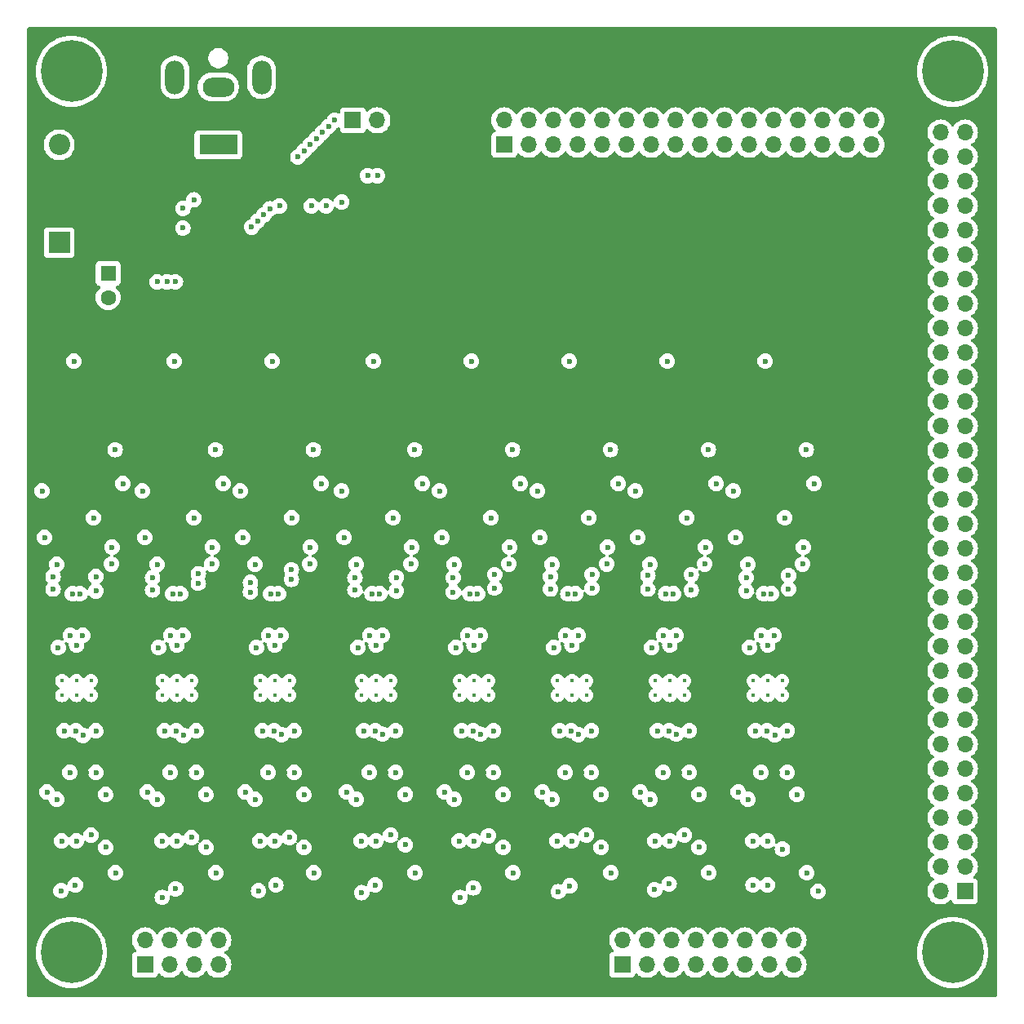
<source format=gbr>
%TF.GenerationSoftware,KiCad,Pcbnew,8.0.7-8.0.7-0~ubuntu22.04.1*%
%TF.CreationDate,2025-01-13T14:39:20-08:00*%
%TF.ProjectId,multichannelheaterdriver_frontend,6d756c74-6963-4686-916e-6e656c686561,rev?*%
%TF.SameCoordinates,Original*%
%TF.FileFunction,Copper,L4,Inr*%
%TF.FilePolarity,Positive*%
%FSLAX46Y46*%
G04 Gerber Fmt 4.6, Leading zero omitted, Abs format (unit mm)*
G04 Created by KiCad (PCBNEW 8.0.7-8.0.7-0~ubuntu22.04.1) date 2025-01-13 14:39:20*
%MOMM*%
%LPD*%
G01*
G04 APERTURE LIST*
%TA.AperFunction,ComponentPad*%
%ADD10R,1.700000X1.700000*%
%TD*%
%TA.AperFunction,ComponentPad*%
%ADD11O,1.700000X1.700000*%
%TD*%
%TA.AperFunction,ComponentPad*%
%ADD12C,0.440000*%
%TD*%
%TA.AperFunction,ComponentPad*%
%ADD13R,2.200000X2.200000*%
%TD*%
%TA.AperFunction,ComponentPad*%
%ADD14O,2.200000X2.200000*%
%TD*%
%TA.AperFunction,ComponentPad*%
%ADD15R,1.600000X1.600000*%
%TD*%
%TA.AperFunction,ComponentPad*%
%ADD16C,1.600000*%
%TD*%
%TA.AperFunction,ComponentPad*%
%ADD17R,4.000000X2.000000*%
%TD*%
%TA.AperFunction,ComponentPad*%
%ADD18O,3.300000X2.000000*%
%TD*%
%TA.AperFunction,ComponentPad*%
%ADD19O,2.000000X3.500000*%
%TD*%
%TA.AperFunction,ComponentPad*%
%ADD20C,6.400000*%
%TD*%
%TA.AperFunction,ViaPad*%
%ADD21C,0.600000*%
%TD*%
G04 APERTURE END LIST*
D10*
%TO.N,GNDA*%
%TO.C,J1*%
X97790000Y-90170000D03*
D11*
%TO.N,/ADC15*%
X95250000Y-90170000D03*
%TO.N,GNDA*%
X97790000Y-87630000D03*
%TO.N,/DAC15*%
X95250000Y-87630000D03*
%TO.N,GNDA*%
X97790000Y-85090000D03*
%TO.N,/ADC14*%
X95250000Y-85090000D03*
%TO.N,GNDA*%
X97790000Y-82550000D03*
%TO.N,/DAC14*%
X95250000Y-82550000D03*
%TO.N,GNDA*%
X97790000Y-80010000D03*
%TO.N,/ADC13*%
X95250000Y-80010000D03*
%TO.N,GNDA*%
X97790000Y-77470000D03*
%TO.N,/DAC13*%
X95250000Y-77470000D03*
%TO.N,GNDA*%
X97790000Y-74930000D03*
%TO.N,/ADC12*%
X95250000Y-74930000D03*
%TO.N,GNDA*%
X97790000Y-72390000D03*
%TO.N,/DAC12*%
X95250000Y-72390000D03*
%TO.N,GNDA*%
X97790000Y-69850000D03*
%TO.N,/ADC11*%
X95250000Y-69850000D03*
%TO.N,GNDA*%
X97790000Y-67310000D03*
%TO.N,/DAC11*%
X95250000Y-67310000D03*
%TO.N,GNDA*%
X97790000Y-64770000D03*
%TO.N,/ADC10*%
X95250000Y-64770000D03*
%TO.N,GNDA*%
X97790000Y-62230000D03*
%TO.N,/DAC10*%
X95250000Y-62230000D03*
%TO.N,GNDA*%
X97790000Y-59690000D03*
%TO.N,/ADC9*%
X95250000Y-59690000D03*
%TO.N,GNDA*%
X97790000Y-57150000D03*
%TO.N,/DAC9*%
X95250000Y-57150000D03*
%TO.N,GNDA*%
X97790000Y-54610000D03*
%TO.N,/ADC8*%
X95250000Y-54610000D03*
%TO.N,GNDA*%
X97790000Y-52070000D03*
%TO.N,/DAC8*%
X95250000Y-52070000D03*
%TO.N,GNDA*%
X97790000Y-49530000D03*
%TO.N,/ADC7*%
X95250000Y-49530000D03*
%TO.N,GNDA*%
X97790000Y-46990000D03*
%TO.N,/DAC7*%
X95250000Y-46990000D03*
%TO.N,GNDA*%
X97790000Y-44450000D03*
%TO.N,/ADC6*%
X95250000Y-44450000D03*
%TO.N,GNDA*%
X97790000Y-41910000D03*
%TO.N,/DAC6*%
X95250000Y-41910000D03*
%TO.N,GNDA*%
X97790000Y-39370000D03*
%TO.N,/ADC5*%
X95250000Y-39370000D03*
%TO.N,GNDA*%
X97790000Y-36830000D03*
%TO.N,/DAC5*%
X95250000Y-36830000D03*
%TO.N,GNDA*%
X97790000Y-34290000D03*
%TO.N,/ADC4*%
X95250000Y-34290000D03*
%TO.N,GNDA*%
X97790000Y-31750000D03*
%TO.N,/DAC4*%
X95250000Y-31750000D03*
%TO.N,GNDA*%
X97790000Y-29210000D03*
%TO.N,/ADC3*%
X95250000Y-29210000D03*
%TO.N,GNDA*%
X97790000Y-26670000D03*
%TO.N,/DAC3*%
X95250000Y-26670000D03*
%TO.N,GNDA*%
X97790000Y-24130000D03*
%TO.N,/ADC2*%
X95250000Y-24130000D03*
%TO.N,GNDA*%
X97790000Y-21590000D03*
%TO.N,/DAC2*%
X95250000Y-21590000D03*
%TO.N,GNDA*%
X97790000Y-19050000D03*
%TO.N,/ADC1*%
X95250000Y-19050000D03*
%TO.N,GNDA*%
X97790000Y-16510000D03*
%TO.N,/DAC1*%
X95250000Y-16510000D03*
%TO.N,GNDA*%
X97790000Y-13970000D03*
%TO.N,/ADC0*%
X95250000Y-13970000D03*
%TO.N,GNDA*%
X97790000Y-11430000D03*
%TO.N,/DAC0*%
X95250000Y-11430000D03*
%TD*%
D12*
%TO.N,GNDA*%
%TO.C,U9*%
X24686000Y-69820000D03*
X26186000Y-69820000D03*
X27686000Y-69820000D03*
X24686000Y-68320000D03*
X26186000Y-68320000D03*
X27686000Y-68320000D03*
%TD*%
D13*
%TO.N,Net-(D1-K)*%
%TO.C,D1*%
X3810000Y-22860000D03*
D14*
%TO.N,Net-(D1-A)*%
X3810000Y-12700000D03*
%TD*%
D15*
%TO.N,+24V*%
%TO.C,C3*%
X8890000Y-26035000D03*
D16*
%TO.N,GNDA*%
X8890000Y-28535000D03*
%TD*%
D10*
%TO.N,GNDA*%
%TO.C,J11*%
X12700000Y-97790000D03*
D11*
%TO.N,+24V*%
X12700000Y-95250000D03*
%TO.N,GNDA*%
X15240000Y-97790000D03*
%TO.N,unconnected-(J11-Pin_4-Pad4)*%
X15240000Y-95250000D03*
%TO.N,GNDA*%
X17780000Y-97790000D03*
%TO.N,unconnected-(J11-Pin_6-Pad6)*%
X17780000Y-95250000D03*
%TO.N,GNDA*%
X20320000Y-97790000D03*
%TO.N,unconnected-(J11-Pin_8-Pad8)*%
X20320000Y-95250000D03*
%TD*%
D17*
%TO.N,Net-(D1-A)*%
%TO.C,J12*%
X20320000Y-12700000D03*
D18*
%TO.N,GNDA*%
X20320000Y-6700000D03*
D19*
X24820000Y-5700000D03*
X15820000Y-5700000D03*
%TD*%
D12*
%TO.N,GNDA*%
%TO.C,U21*%
X65677000Y-69820000D03*
X67177000Y-69820000D03*
X68677000Y-69820000D03*
X65677000Y-68320000D03*
X67177000Y-68320000D03*
X68677000Y-68320000D03*
%TD*%
D10*
%TO.N,GNDA*%
%TO.C,J2*%
X62230000Y-97790000D03*
D11*
%TO.N,/SHDN0*%
X62230000Y-95250000D03*
%TO.N,GNDA*%
X64770000Y-97790000D03*
%TO.N,/SHDN1*%
X64770000Y-95250000D03*
%TO.N,GNDA*%
X67310000Y-97790000D03*
%TO.N,/SHDN2*%
X67310000Y-95250000D03*
%TO.N,GNDA*%
X69850000Y-97790000D03*
%TO.N,/SHDN3*%
X69850000Y-95250000D03*
%TO.N,GNDA*%
X72390000Y-97790000D03*
%TO.N,/SHDN4*%
X72390000Y-95250000D03*
%TO.N,GNDA*%
X74930000Y-97790000D03*
%TO.N,/SHDN5*%
X74930000Y-95250000D03*
%TO.N,GNDA*%
X77470000Y-97790000D03*
%TO.N,/SHDN6*%
X77470000Y-95250000D03*
%TO.N,GNDA*%
X80010000Y-97790000D03*
%TO.N,/SHDN7*%
X80010000Y-95250000D03*
%TD*%
D12*
%TO.N,GNDA*%
%TO.C,U15*%
X45357000Y-69820000D03*
X46857000Y-69820000D03*
X48357000Y-69820000D03*
X45357000Y-68320000D03*
X46857000Y-68320000D03*
X48357000Y-68320000D03*
%TD*%
D20*
%TO.N,GNDA*%
%TO.C,H1*%
X5080000Y-5080000D03*
%TD*%
D12*
%TO.N,GNDA*%
%TO.C,U18*%
X55517000Y-69820000D03*
X57017000Y-69820000D03*
X58517000Y-69820000D03*
X55517000Y-68320000D03*
X57017000Y-68320000D03*
X58517000Y-68320000D03*
%TD*%
D20*
%TO.N,GNDA*%
%TO.C,H2*%
X5080000Y-96520000D03*
%TD*%
D10*
%TO.N,+24V*%
%TO.C,J13*%
X34285000Y-10160000D03*
D11*
%TO.N,Net-(D2-K)*%
X36825000Y-10160000D03*
%TD*%
D10*
%TO.N,/V0*%
%TO.C,J10*%
X50000000Y-12700000D03*
D11*
%TO.N,GNDA*%
X50000000Y-10160000D03*
%TO.N,/V1*%
X52540000Y-12700000D03*
%TO.N,GNDA*%
X52540000Y-10160000D03*
%TO.N,/V2*%
X55080000Y-12700000D03*
%TO.N,GNDA*%
X55080000Y-10160000D03*
%TO.N,/V3*%
X57620000Y-12700000D03*
%TO.N,GNDA*%
X57620000Y-10160000D03*
%TO.N,/V4*%
X60160000Y-12700000D03*
%TO.N,GNDA*%
X60160000Y-10160000D03*
%TO.N,/V5*%
X62700000Y-12700000D03*
%TO.N,GNDA*%
X62700000Y-10160000D03*
%TO.N,/V6*%
X65240000Y-12700000D03*
%TO.N,GNDA*%
X65240000Y-10160000D03*
%TO.N,/V7*%
X67780000Y-12700000D03*
%TO.N,GNDA*%
X67780000Y-10160000D03*
%TO.N,/V8*%
X70320000Y-12700000D03*
%TO.N,GNDA*%
X70320000Y-10160000D03*
%TO.N,/V9*%
X72860000Y-12700000D03*
%TO.N,GNDA*%
X72860000Y-10160000D03*
%TO.N,/V10*%
X75400000Y-12700000D03*
%TO.N,GNDA*%
X75400000Y-10160000D03*
%TO.N,/V11*%
X77940000Y-12700000D03*
%TO.N,GNDA*%
X77940000Y-10160000D03*
%TO.N,/V12*%
X80480000Y-12700000D03*
%TO.N,GNDA*%
X80480000Y-10160000D03*
%TO.N,/V13*%
X83020000Y-12700000D03*
%TO.N,GNDA*%
X83020000Y-10160000D03*
%TO.N,/V14*%
X85560000Y-12700000D03*
%TO.N,GNDA*%
X85560000Y-10160000D03*
%TO.N,/V15*%
X88100000Y-12700000D03*
%TO.N,GNDA*%
X88100000Y-10160000D03*
%TD*%
D20*
%TO.N,GNDA*%
%TO.C,H4*%
X96520000Y-96520000D03*
%TD*%
D12*
%TO.N,GNDA*%
%TO.C,U12*%
X35197000Y-69820000D03*
X36697000Y-69820000D03*
X38197000Y-69820000D03*
X35197000Y-68320000D03*
X36697000Y-68320000D03*
X38197000Y-68320000D03*
%TD*%
%TO.N,GNDA*%
%TO.C,U24*%
X75837000Y-69820000D03*
X77337000Y-69820000D03*
X78837000Y-69820000D03*
X75837000Y-68320000D03*
X77337000Y-68320000D03*
X78837000Y-68320000D03*
%TD*%
%TO.N,GNDA*%
%TO.C,U3*%
X4112000Y-69820000D03*
X5612000Y-69820000D03*
X7112000Y-69820000D03*
X4112000Y-68320000D03*
X5612000Y-68320000D03*
X7112000Y-68320000D03*
%TD*%
%TO.N,GNDA*%
%TO.C,U6*%
X14526000Y-69820000D03*
X16026000Y-69820000D03*
X17526000Y-69820000D03*
X14526000Y-68320000D03*
X16026000Y-68320000D03*
X17526000Y-68320000D03*
%TD*%
D20*
%TO.N,GNDA*%
%TO.C,H3*%
X96520000Y-5080000D03*
%TD*%
D21*
%TO.N,/ADC15*%
X82550000Y-90170000D03*
%TO.N,/ADC14*%
X78859500Y-85777500D03*
%TO.N,/ADC13*%
X70201000Y-85598000D03*
%TO.N,/ADC12*%
X68677000Y-84328000D03*
%TO.N,/ADC11*%
X60041000Y-85598000D03*
%TO.N,/ADC10*%
X58517000Y-84328000D03*
%TO.N,/ADC9*%
X49881000Y-85598000D03*
%TO.N,/ADC7*%
X39721000Y-85344000D03*
%TO.N,/ADC6*%
X38197000Y-84328000D03*
%TO.N,/ADC4*%
X27686000Y-84582000D03*
%TO.N,/ADC5*%
X29210000Y-85598000D03*
%TO.N,/ADC2*%
X17526000Y-84582000D03*
%TO.N,/ADC3*%
X19050000Y-85598000D03*
%TO.N,GNDA*%
X46429286Y-59290658D03*
X29810000Y-56207294D03*
X26670000Y-19050000D03*
X25758286Y-59290658D03*
X59025000Y-77821000D03*
X25908000Y-35149000D03*
X47236714Y-59290658D03*
X80961000Y-56207294D03*
X65121000Y-80615000D03*
X36419000Y-35149000D03*
X77716714Y-59290658D03*
X79345000Y-77821000D03*
X35814000Y-15905000D03*
X5184286Y-59290658D03*
X7620000Y-73503000D03*
X50481000Y-56207294D03*
X3712000Y-64867000D03*
X55117000Y-64867000D03*
X5334000Y-35149000D03*
X20066000Y-88235000D03*
X58771000Y-51405000D03*
X56739000Y-35149000D03*
X69185000Y-77821000D03*
X25685000Y-19335000D03*
X65277000Y-64867000D03*
X48865000Y-77821000D03*
X15598286Y-59290658D03*
X16650000Y-19304000D03*
X79345000Y-73503000D03*
X30226000Y-88235000D03*
X16405714Y-59290658D03*
X3556000Y-56231000D03*
X3556000Y-80615000D03*
X59025000Y-73503000D03*
X60641000Y-56207294D03*
X41499000Y-47849000D03*
X44801000Y-80615000D03*
X19650000Y-56207294D03*
X43277000Y-48611000D03*
X81377000Y-88235000D03*
X18034000Y-73503000D03*
X77059000Y-35149000D03*
X5991714Y-59290658D03*
X38705000Y-77821000D03*
X24130000Y-80615000D03*
X15748000Y-35149000D03*
X20828000Y-47849000D03*
X68931000Y-51405000D03*
X13970000Y-80615000D03*
X9236000Y-56207294D03*
X51659000Y-47849000D03*
X34641000Y-80615000D03*
X10414000Y-47849000D03*
X71979000Y-47849000D03*
X54961000Y-56231000D03*
X25050000Y-19970000D03*
X40321000Y-56207294D03*
X27940000Y-51405000D03*
X56323000Y-77821000D03*
X28194000Y-77821000D03*
X61819000Y-47849000D03*
X36269286Y-59290658D03*
X33117000Y-48611000D03*
X26565714Y-59290658D03*
X30988000Y-47849000D03*
X44957000Y-64867000D03*
X17780000Y-51405000D03*
X2032000Y-48611000D03*
X23780000Y-21240000D03*
X65121000Y-56231000D03*
X71217000Y-88235000D03*
X24415000Y-20605000D03*
X12446000Y-48611000D03*
X79091000Y-51405000D03*
X36003000Y-77821000D03*
X46579000Y-35149000D03*
X36830000Y-15905000D03*
X44801000Y-56231000D03*
X67556714Y-59290658D03*
X53437000Y-48611000D03*
X63597000Y-48611000D03*
X56589286Y-59290658D03*
X50897000Y-88235000D03*
X76643000Y-77821000D03*
X48865000Y-73503000D03*
X40737000Y-88235000D03*
X34641000Y-56231000D03*
X34797000Y-64867000D03*
X76909286Y-59290658D03*
X66483000Y-77821000D03*
X61057000Y-88235000D03*
X66899000Y-35149000D03*
X48611000Y-51405000D03*
X13970000Y-26924000D03*
X13970000Y-56231000D03*
X15332000Y-77821000D03*
X16650000Y-21336000D03*
X24286000Y-64867000D03*
X22606000Y-48611000D03*
X25492000Y-77821000D03*
X7620000Y-77821000D03*
X82139000Y-47849000D03*
X9652000Y-88235000D03*
X38451000Y-51405000D03*
X73757000Y-48611000D03*
X69185000Y-73503000D03*
X75437000Y-64867000D03*
X17780000Y-18415000D03*
X14126000Y-64867000D03*
X14986000Y-26924000D03*
X7366000Y-51405000D03*
X70801000Y-56207294D03*
X24130000Y-56231000D03*
X37076714Y-59290658D03*
X46163000Y-77821000D03*
X54961000Y-80615000D03*
X57396714Y-59290658D03*
X4918000Y-77821000D03*
X38705000Y-73503000D03*
X28194000Y-73503000D03*
X75281000Y-56231000D03*
X18034000Y-77821000D03*
X66749286Y-59290658D03*
X75281000Y-80615000D03*
X15875000Y-26924000D03*
%TO.N,+24V*%
X61018500Y-44331500D03*
X28575000Y-13970000D03*
X66527000Y-63597000D03*
X30480000Y-12065000D03*
X31496000Y-19050000D03*
X40698500Y-44331500D03*
X71178500Y-44331500D03*
X37347000Y-63597000D03*
X77337000Y-64613000D03*
X16026000Y-64613000D03*
X67827000Y-63597000D03*
X81338500Y-44331500D03*
X33116500Y-18638500D03*
X56367000Y-63597000D03*
X36697000Y-64613000D03*
X57017000Y-64613000D03*
X77987000Y-63597000D03*
X76687000Y-63597000D03*
X26186000Y-64613000D03*
X26836000Y-63597000D03*
X31750000Y-10795000D03*
X47507000Y-63597000D03*
X25536000Y-63597000D03*
X32385000Y-10160000D03*
X50858500Y-44331500D03*
X46857000Y-64613000D03*
X20027500Y-44331500D03*
X29845000Y-12700000D03*
X31115000Y-11430000D03*
X5612000Y-64613000D03*
X16676000Y-63597000D03*
X30187500Y-44331500D03*
X9613500Y-44331500D03*
X15376000Y-63597000D03*
X6262000Y-63597000D03*
X67177000Y-64613000D03*
X57667000Y-63597000D03*
X4962000Y-63597000D03*
X29210000Y-13335000D03*
X46207000Y-63597000D03*
X29972000Y-19050000D03*
X36047000Y-63597000D03*
%TO.N,+5V*%
X70455000Y-52675000D03*
X8890000Y-52675000D03*
X78329000Y-77821000D03*
X17018000Y-77821000D03*
X47849000Y-77821000D03*
X19304000Y-52675000D03*
X13208000Y-51659000D03*
X44039000Y-51659000D03*
X34290000Y-19304000D03*
X27178000Y-77821000D03*
X6604000Y-77821000D03*
X74519000Y-51659000D03*
X58009000Y-77821000D03*
X50135000Y-52675000D03*
X54199000Y-51659000D03*
X80615000Y-52675000D03*
X60295000Y-52675000D03*
X37689000Y-77821000D03*
X29464000Y-52675000D03*
X68169000Y-77821000D03*
X35082500Y-18572500D03*
X23368000Y-51659000D03*
X39975000Y-52675000D03*
X36830000Y-17780000D03*
X2794000Y-51659000D03*
X33879000Y-51659000D03*
X64359000Y-51659000D03*
%TO.N,Net-(U3-IN1+)*%
X4318000Y-73503000D03*
X4064000Y-84933000D03*
%TO.N,Net-(U3-IN2+)*%
X5588000Y-84933000D03*
X5562000Y-73503000D03*
%TO.N,/ADC1*%
X8636000Y-85598000D03*
%TO.N,/ADC0*%
X7112000Y-84328000D03*
%TO.N,Net-(U6-IN1+)*%
X14732000Y-73503000D03*
X14478000Y-84933000D03*
%TO.N,Net-(U6-IN2+)*%
X16002000Y-84933000D03*
X15976000Y-73503000D03*
%TO.N,Net-(U9-IN1+)*%
X24892000Y-73503000D03*
X24638000Y-84933000D03*
%TO.N,Net-(U9-IN2+)*%
X26136000Y-73503000D03*
X26162000Y-84933000D03*
%TO.N,Net-(U12-IN1+)*%
X35403000Y-73503000D03*
X35149000Y-84933000D03*
%TO.N,Net-(U12-IN2+)*%
X36647000Y-73503000D03*
X36673000Y-84933000D03*
%TO.N,Net-(U15-IN1+)*%
X45309000Y-84933000D03*
X45563000Y-73503000D03*
%TO.N,Net-(U15-IN2+)*%
X46807000Y-73503000D03*
X46833000Y-84933000D03*
%TO.N,/ADC8*%
X48357000Y-84400000D03*
%TO.N,Net-(U18-IN1+)*%
X55469000Y-84933000D03*
X55723000Y-73503000D03*
%TO.N,Net-(U18-IN2+)*%
X56967000Y-73503000D03*
X56993000Y-84933000D03*
%TO.N,Net-(U21-IN1+)*%
X65629000Y-84933000D03*
X65883000Y-73503000D03*
%TO.N,Net-(U21-IN2+)*%
X67153000Y-84933000D03*
X67127000Y-73503000D03*
%TO.N,Net-(U24-IN1+)*%
X75789000Y-84933000D03*
X76043000Y-73503000D03*
%TO.N,Net-(U24-IN2+)*%
X77287000Y-73503000D03*
X77313000Y-84933000D03*
%TO.N,/DAC11*%
X55600000Y-90200000D03*
%TO.N,/DAC2*%
X15900000Y-89900000D03*
%TO.N,/DAC1*%
X4000000Y-90100000D03*
%TO.N,/DAC14*%
X77300000Y-89500000D03*
%TO.N,/DAC6*%
X36600000Y-89500000D03*
%TO.N,/DAC5*%
X24500000Y-90100000D03*
%TO.N,/DAC7*%
X35200000Y-90300000D03*
%TO.N,/DAC9*%
X45400000Y-90800000D03*
%TO.N,/DAC10*%
X56800000Y-89600000D03*
%TO.N,/DAC3*%
X14500000Y-90800000D03*
%TO.N,/DAC15*%
X75800000Y-89500000D03*
%TO.N,/DAC0*%
X5500000Y-89500000D03*
%TO.N,/DAC4*%
X26300000Y-89500000D03*
%TO.N,/DAC8*%
X46800000Y-89800000D03*
%TO.N,/DAC12*%
X67100000Y-89400000D03*
%TO.N,/DAC13*%
X65600000Y-90000000D03*
%TO.N,/V2*%
X13500000Y-58900000D03*
X13500000Y-57600000D03*
%TO.N,/V11*%
X59100000Y-58700000D03*
X59100000Y-57300000D03*
%TO.N,/V5*%
X27905000Y-57800000D03*
X27905000Y-56800000D03*
%TO.N,/V3*%
X18250000Y-58200000D03*
X18250000Y-57200000D03*
%TO.N,/V13*%
X69401000Y-57300000D03*
X69401000Y-58900000D03*
%TO.N,/V9*%
X49000000Y-57300000D03*
X49000000Y-58700000D03*
%TO.N,/V10*%
X54800000Y-58800000D03*
X54800000Y-57500000D03*
%TO.N,/V4*%
X23660000Y-59100000D03*
X23660000Y-58100000D03*
%TO.N,/V0*%
X3175000Y-57500000D03*
X3175000Y-58800000D03*
%TO.N,/V1*%
X7620000Y-59000000D03*
X7620000Y-57500000D03*
%TO.N,/V12*%
X64900000Y-57400000D03*
X64900000Y-58800000D03*
%TO.N,/V7*%
X38800000Y-57600000D03*
X38800000Y-59000000D03*
%TO.N,/V14*%
X75100000Y-57600000D03*
X75100000Y-59000000D03*
%TO.N,/V6*%
X34500000Y-58900000D03*
X34500000Y-57600000D03*
%TO.N,/V15*%
X79500000Y-57400000D03*
X79500000Y-58800000D03*
%TO.N,/V8*%
X44700000Y-57600000D03*
X44700000Y-59100000D03*
%TO.N,Net-(U2-OUT1)*%
X2540000Y-79853000D03*
X2286000Y-53437000D03*
%TO.N,Net-(U2-OUT2)*%
X9305151Y-54453001D03*
X8636000Y-80107000D03*
%TO.N,Net-(U5-OUT1)*%
X12954000Y-79853000D03*
X12700000Y-53437000D03*
%TO.N,Net-(U5-OUT2)*%
X19719151Y-54453001D03*
X19050000Y-80107000D03*
%TO.N,Net-(U8-OUT1)*%
X22860000Y-53437000D03*
X23114000Y-79853000D03*
%TO.N,Net-(U8-OUT2)*%
X29879151Y-54453001D03*
X29210000Y-80107000D03*
%TO.N,Net-(U11-OUT1)*%
X33625000Y-79853000D03*
X33371000Y-53437000D03*
%TO.N,Net-(U11-OUT2)*%
X40390151Y-54453001D03*
X39721000Y-80107000D03*
%TO.N,Net-(U14-OUT1)*%
X43531000Y-53437000D03*
X43785000Y-79853000D03*
%TO.N,Net-(U14-OUT2)*%
X49881000Y-80107000D03*
X50550151Y-54453001D03*
%TO.N,Net-(U17-OUT1)*%
X53691000Y-53437000D03*
X53945000Y-79853000D03*
%TO.N,Net-(U17-OUT2)*%
X60710151Y-54453001D03*
X60041000Y-80107000D03*
%TO.N,Net-(U20-OUT1)*%
X63851000Y-53437000D03*
X64105000Y-79853000D03*
%TO.N,Net-(U20-OUT2)*%
X70201000Y-80107000D03*
X70870151Y-54453001D03*
%TO.N,Net-(U23-OUT1)*%
X74265000Y-79853000D03*
X74011000Y-53437000D03*
%TO.N,Net-(U23-OUT2)*%
X80361000Y-80107000D03*
X81030151Y-54453001D03*
%TO.N,/SHDN6*%
X67843110Y-73859638D03*
%TO.N,/SHDN3*%
X37363110Y-73859638D03*
%TO.N,/SHDN5*%
X57665833Y-73892406D03*
%TO.N,/SHDN7*%
X78071735Y-73928265D03*
%TO.N,/SHDN2*%
X26896235Y-73903765D03*
%TO.N,/SHDN1*%
X16700000Y-74000000D03*
%TO.N,/SHDN4*%
X47522303Y-73861255D03*
%TO.N,/SHDN0*%
X6300000Y-74000000D03*
%TD*%
%TA.AperFunction,Conductor*%
%TO.N,+5V*%
G36*
X101042539Y-520185D02*
G01*
X101088294Y-572989D01*
X101099500Y-624500D01*
X101099500Y-100975500D01*
X101079815Y-101042539D01*
X101027011Y-101088294D01*
X100975500Y-101099500D01*
X624500Y-101099500D01*
X557461Y-101079815D01*
X511706Y-101027011D01*
X500500Y-100975500D01*
X500500Y-96519999D01*
X1374422Y-96519999D01*
X1374422Y-96520000D01*
X1394722Y-96907339D01*
X1433944Y-97154977D01*
X1455398Y-97290433D01*
X1526177Y-97554586D01*
X1555788Y-97665094D01*
X1694787Y-98027197D01*
X1870877Y-98372793D01*
X2082122Y-98698082D01*
X2124907Y-98750917D01*
X2326219Y-98999516D01*
X2600484Y-99273781D01*
X2600488Y-99273784D01*
X2901917Y-99517877D01*
X3227206Y-99729122D01*
X3227211Y-99729125D01*
X3572806Y-99905214D01*
X3934913Y-100044214D01*
X4309567Y-100144602D01*
X4692662Y-100205278D01*
X5058576Y-100224455D01*
X5079999Y-100225578D01*
X5080000Y-100225578D01*
X5080001Y-100225578D01*
X5100301Y-100224514D01*
X5467338Y-100205278D01*
X5850433Y-100144602D01*
X6225087Y-100044214D01*
X6587194Y-99905214D01*
X6932789Y-99729125D01*
X7258084Y-99517876D01*
X7559516Y-99273781D01*
X7833781Y-98999516D01*
X8077876Y-98698084D01*
X8289125Y-98372789D01*
X8465214Y-98027194D01*
X8604214Y-97665087D01*
X8704602Y-97290433D01*
X8765278Y-96907338D01*
X8785578Y-96520000D01*
X8765278Y-96132662D01*
X8704602Y-95749567D01*
X8604214Y-95374913D01*
X8556264Y-95249999D01*
X11344341Y-95249999D01*
X11344341Y-95250000D01*
X11364936Y-95485403D01*
X11364938Y-95485413D01*
X11426094Y-95713655D01*
X11426096Y-95713659D01*
X11426097Y-95713663D01*
X11442841Y-95749570D01*
X11525965Y-95927830D01*
X11525967Y-95927834D01*
X11634281Y-96082521D01*
X11661501Y-96121396D01*
X11661506Y-96121402D01*
X11783430Y-96243326D01*
X11816915Y-96304649D01*
X11811931Y-96374341D01*
X11770059Y-96430274D01*
X11739083Y-96447189D01*
X11607669Y-96496203D01*
X11607664Y-96496206D01*
X11492455Y-96582452D01*
X11492452Y-96582455D01*
X11406206Y-96697664D01*
X11406202Y-96697671D01*
X11355908Y-96832517D01*
X11349501Y-96892116D01*
X11349500Y-96892135D01*
X11349500Y-98687870D01*
X11349501Y-98687876D01*
X11355908Y-98747483D01*
X11406202Y-98882328D01*
X11406206Y-98882335D01*
X11492452Y-98997544D01*
X11492455Y-98997547D01*
X11607664Y-99083793D01*
X11607671Y-99083797D01*
X11742517Y-99134091D01*
X11742516Y-99134091D01*
X11749444Y-99134835D01*
X11802127Y-99140500D01*
X13597872Y-99140499D01*
X13657483Y-99134091D01*
X13792331Y-99083796D01*
X13907546Y-98997546D01*
X13993796Y-98882331D01*
X14042810Y-98750916D01*
X14084681Y-98694984D01*
X14150145Y-98670566D01*
X14218418Y-98685417D01*
X14246673Y-98706569D01*
X14368599Y-98828495D01*
X14465384Y-98896265D01*
X14562165Y-98964032D01*
X14562167Y-98964033D01*
X14562170Y-98964035D01*
X14776337Y-99063903D01*
X15004592Y-99125063D01*
X15181034Y-99140500D01*
X15239999Y-99145659D01*
X15240000Y-99145659D01*
X15240001Y-99145659D01*
X15298966Y-99140500D01*
X15475408Y-99125063D01*
X15703663Y-99063903D01*
X15917830Y-98964035D01*
X16111401Y-98828495D01*
X16278495Y-98661401D01*
X16408425Y-98475842D01*
X16463002Y-98432217D01*
X16532500Y-98425023D01*
X16594855Y-98456546D01*
X16611575Y-98475842D01*
X16741500Y-98661395D01*
X16741505Y-98661401D01*
X16908599Y-98828495D01*
X17005384Y-98896265D01*
X17102165Y-98964032D01*
X17102167Y-98964033D01*
X17102170Y-98964035D01*
X17316337Y-99063903D01*
X17544592Y-99125063D01*
X17721034Y-99140500D01*
X17779999Y-99145659D01*
X17780000Y-99145659D01*
X17780001Y-99145659D01*
X17838966Y-99140500D01*
X18015408Y-99125063D01*
X18243663Y-99063903D01*
X18457830Y-98964035D01*
X18651401Y-98828495D01*
X18818495Y-98661401D01*
X18948425Y-98475842D01*
X19003002Y-98432217D01*
X19072500Y-98425023D01*
X19134855Y-98456546D01*
X19151575Y-98475842D01*
X19281500Y-98661395D01*
X19281505Y-98661401D01*
X19448599Y-98828495D01*
X19545384Y-98896265D01*
X19642165Y-98964032D01*
X19642167Y-98964033D01*
X19642170Y-98964035D01*
X19856337Y-99063903D01*
X20084592Y-99125063D01*
X20261034Y-99140500D01*
X20319999Y-99145659D01*
X20320000Y-99145659D01*
X20320001Y-99145659D01*
X20378966Y-99140500D01*
X20555408Y-99125063D01*
X20783663Y-99063903D01*
X20997830Y-98964035D01*
X21191401Y-98828495D01*
X21358495Y-98661401D01*
X21494035Y-98467830D01*
X21593903Y-98253663D01*
X21655063Y-98025408D01*
X21675659Y-97790000D01*
X21655063Y-97554592D01*
X21593903Y-97326337D01*
X21494035Y-97112171D01*
X21488425Y-97104158D01*
X21358494Y-96918597D01*
X21191402Y-96751506D01*
X21191396Y-96751501D01*
X21005842Y-96621575D01*
X20962217Y-96566998D01*
X20955023Y-96497500D01*
X20986546Y-96435145D01*
X21005842Y-96418425D01*
X21118054Y-96339853D01*
X21191401Y-96288495D01*
X21358495Y-96121401D01*
X21494035Y-95927830D01*
X21593903Y-95713663D01*
X21655063Y-95485408D01*
X21675659Y-95250000D01*
X21675659Y-95249999D01*
X60874341Y-95249999D01*
X60874341Y-95250000D01*
X60894936Y-95485403D01*
X60894938Y-95485413D01*
X60956094Y-95713655D01*
X60956096Y-95713659D01*
X60956097Y-95713663D01*
X60972841Y-95749570D01*
X61055965Y-95927830D01*
X61055967Y-95927834D01*
X61164281Y-96082521D01*
X61191501Y-96121396D01*
X61191506Y-96121402D01*
X61313430Y-96243326D01*
X61346915Y-96304649D01*
X61341931Y-96374341D01*
X61300059Y-96430274D01*
X61269083Y-96447189D01*
X61137669Y-96496203D01*
X61137664Y-96496206D01*
X61022455Y-96582452D01*
X61022452Y-96582455D01*
X60936206Y-96697664D01*
X60936202Y-96697671D01*
X60885908Y-96832517D01*
X60879501Y-96892116D01*
X60879500Y-96892135D01*
X60879500Y-98687870D01*
X60879501Y-98687876D01*
X60885908Y-98747483D01*
X60936202Y-98882328D01*
X60936206Y-98882335D01*
X61022452Y-98997544D01*
X61022455Y-98997547D01*
X61137664Y-99083793D01*
X61137671Y-99083797D01*
X61272517Y-99134091D01*
X61272516Y-99134091D01*
X61279444Y-99134835D01*
X61332127Y-99140500D01*
X63127872Y-99140499D01*
X63187483Y-99134091D01*
X63322331Y-99083796D01*
X63437546Y-98997546D01*
X63523796Y-98882331D01*
X63572810Y-98750916D01*
X63614681Y-98694984D01*
X63680145Y-98670566D01*
X63748418Y-98685417D01*
X63776673Y-98706569D01*
X63898599Y-98828495D01*
X63995384Y-98896265D01*
X64092165Y-98964032D01*
X64092167Y-98964033D01*
X64092170Y-98964035D01*
X64306337Y-99063903D01*
X64534592Y-99125063D01*
X64711034Y-99140500D01*
X64769999Y-99145659D01*
X64770000Y-99145659D01*
X64770001Y-99145659D01*
X64828966Y-99140500D01*
X65005408Y-99125063D01*
X65233663Y-99063903D01*
X65447830Y-98964035D01*
X65641401Y-98828495D01*
X65808495Y-98661401D01*
X65938425Y-98475842D01*
X65993002Y-98432217D01*
X66062500Y-98425023D01*
X66124855Y-98456546D01*
X66141575Y-98475842D01*
X66271500Y-98661395D01*
X66271505Y-98661401D01*
X66438599Y-98828495D01*
X66535384Y-98896265D01*
X66632165Y-98964032D01*
X66632167Y-98964033D01*
X66632170Y-98964035D01*
X66846337Y-99063903D01*
X67074592Y-99125063D01*
X67251034Y-99140500D01*
X67309999Y-99145659D01*
X67310000Y-99145659D01*
X67310001Y-99145659D01*
X67368966Y-99140500D01*
X67545408Y-99125063D01*
X67773663Y-99063903D01*
X67987830Y-98964035D01*
X68181401Y-98828495D01*
X68348495Y-98661401D01*
X68478425Y-98475842D01*
X68533002Y-98432217D01*
X68602500Y-98425023D01*
X68664855Y-98456546D01*
X68681575Y-98475842D01*
X68811500Y-98661395D01*
X68811505Y-98661401D01*
X68978599Y-98828495D01*
X69075384Y-98896265D01*
X69172165Y-98964032D01*
X69172167Y-98964033D01*
X69172170Y-98964035D01*
X69386337Y-99063903D01*
X69614592Y-99125063D01*
X69791034Y-99140500D01*
X69849999Y-99145659D01*
X69850000Y-99145659D01*
X69850001Y-99145659D01*
X69908966Y-99140500D01*
X70085408Y-99125063D01*
X70313663Y-99063903D01*
X70527830Y-98964035D01*
X70721401Y-98828495D01*
X70888495Y-98661401D01*
X71018425Y-98475842D01*
X71073002Y-98432217D01*
X71142500Y-98425023D01*
X71204855Y-98456546D01*
X71221575Y-98475842D01*
X71351500Y-98661395D01*
X71351505Y-98661401D01*
X71518599Y-98828495D01*
X71615384Y-98896265D01*
X71712165Y-98964032D01*
X71712167Y-98964033D01*
X71712170Y-98964035D01*
X71926337Y-99063903D01*
X72154592Y-99125063D01*
X72331034Y-99140500D01*
X72389999Y-99145659D01*
X72390000Y-99145659D01*
X72390001Y-99145659D01*
X72448966Y-99140500D01*
X72625408Y-99125063D01*
X72853663Y-99063903D01*
X73067830Y-98964035D01*
X73261401Y-98828495D01*
X73428495Y-98661401D01*
X73558425Y-98475842D01*
X73613002Y-98432217D01*
X73682500Y-98425023D01*
X73744855Y-98456546D01*
X73761575Y-98475842D01*
X73891500Y-98661395D01*
X73891505Y-98661401D01*
X74058599Y-98828495D01*
X74155384Y-98896265D01*
X74252165Y-98964032D01*
X74252167Y-98964033D01*
X74252170Y-98964035D01*
X74466337Y-99063903D01*
X74694592Y-99125063D01*
X74871034Y-99140500D01*
X74929999Y-99145659D01*
X74930000Y-99145659D01*
X74930001Y-99145659D01*
X74988966Y-99140500D01*
X75165408Y-99125063D01*
X75393663Y-99063903D01*
X75607830Y-98964035D01*
X75801401Y-98828495D01*
X75968495Y-98661401D01*
X76098425Y-98475842D01*
X76153002Y-98432217D01*
X76222500Y-98425023D01*
X76284855Y-98456546D01*
X76301575Y-98475842D01*
X76431500Y-98661395D01*
X76431505Y-98661401D01*
X76598599Y-98828495D01*
X76695384Y-98896265D01*
X76792165Y-98964032D01*
X76792167Y-98964033D01*
X76792170Y-98964035D01*
X77006337Y-99063903D01*
X77234592Y-99125063D01*
X77411034Y-99140500D01*
X77469999Y-99145659D01*
X77470000Y-99145659D01*
X77470001Y-99145659D01*
X77528966Y-99140500D01*
X77705408Y-99125063D01*
X77933663Y-99063903D01*
X78147830Y-98964035D01*
X78341401Y-98828495D01*
X78508495Y-98661401D01*
X78638425Y-98475842D01*
X78693002Y-98432217D01*
X78762500Y-98425023D01*
X78824855Y-98456546D01*
X78841575Y-98475842D01*
X78971500Y-98661395D01*
X78971505Y-98661401D01*
X79138599Y-98828495D01*
X79235384Y-98896265D01*
X79332165Y-98964032D01*
X79332167Y-98964033D01*
X79332170Y-98964035D01*
X79546337Y-99063903D01*
X79774592Y-99125063D01*
X79951034Y-99140500D01*
X80009999Y-99145659D01*
X80010000Y-99145659D01*
X80010001Y-99145659D01*
X80068966Y-99140500D01*
X80245408Y-99125063D01*
X80473663Y-99063903D01*
X80687830Y-98964035D01*
X80881401Y-98828495D01*
X81048495Y-98661401D01*
X81184035Y-98467830D01*
X81283903Y-98253663D01*
X81345063Y-98025408D01*
X81365659Y-97790000D01*
X81345063Y-97554592D01*
X81283903Y-97326337D01*
X81184035Y-97112171D01*
X81178425Y-97104158D01*
X81048494Y-96918597D01*
X80881402Y-96751506D01*
X80881396Y-96751501D01*
X80695842Y-96621575D01*
X80652217Y-96566998D01*
X80647352Y-96519999D01*
X92814422Y-96519999D01*
X92814422Y-96520000D01*
X92834722Y-96907339D01*
X92873944Y-97154977D01*
X92895398Y-97290433D01*
X92966177Y-97554586D01*
X92995788Y-97665094D01*
X93134787Y-98027197D01*
X93310877Y-98372793D01*
X93522122Y-98698082D01*
X93564907Y-98750917D01*
X93766219Y-98999516D01*
X94040484Y-99273781D01*
X94040488Y-99273784D01*
X94341917Y-99517877D01*
X94667206Y-99729122D01*
X94667211Y-99729125D01*
X95012806Y-99905214D01*
X95374913Y-100044214D01*
X95749567Y-100144602D01*
X96132662Y-100205278D01*
X96498576Y-100224455D01*
X96519999Y-100225578D01*
X96520000Y-100225578D01*
X96520001Y-100225578D01*
X96540301Y-100224514D01*
X96907338Y-100205278D01*
X97290433Y-100144602D01*
X97665087Y-100044214D01*
X98027194Y-99905214D01*
X98372789Y-99729125D01*
X98698084Y-99517876D01*
X98999516Y-99273781D01*
X99273781Y-98999516D01*
X99517876Y-98698084D01*
X99729125Y-98372789D01*
X99905214Y-98027194D01*
X100044214Y-97665087D01*
X100144602Y-97290433D01*
X100205278Y-96907338D01*
X100225578Y-96520000D01*
X100205278Y-96132662D01*
X100144602Y-95749567D01*
X100044214Y-95374913D01*
X99905214Y-95012806D01*
X99729125Y-94667211D01*
X99674733Y-94583454D01*
X99517877Y-94341917D01*
X99409737Y-94208375D01*
X99273781Y-94040484D01*
X98999516Y-93766219D01*
X98698084Y-93522124D01*
X98698082Y-93522122D01*
X98372793Y-93310877D01*
X98027197Y-93134787D01*
X97665094Y-92995788D01*
X97665087Y-92995786D01*
X97290433Y-92895398D01*
X97290429Y-92895397D01*
X97290428Y-92895397D01*
X96907339Y-92834722D01*
X96520001Y-92814422D01*
X96519999Y-92814422D01*
X96132660Y-92834722D01*
X95749572Y-92895397D01*
X95749570Y-92895397D01*
X95374905Y-92995788D01*
X95012802Y-93134787D01*
X94667206Y-93310877D01*
X94341917Y-93522122D01*
X94040488Y-93766215D01*
X94040480Y-93766222D01*
X93766222Y-94040480D01*
X93766215Y-94040488D01*
X93522122Y-94341917D01*
X93310877Y-94667206D01*
X93134787Y-95012802D01*
X92995788Y-95374905D01*
X92895397Y-95749570D01*
X92895397Y-95749572D01*
X92834722Y-96132660D01*
X92814422Y-96519999D01*
X80647352Y-96519999D01*
X80645023Y-96497500D01*
X80676546Y-96435145D01*
X80695842Y-96418425D01*
X80808054Y-96339853D01*
X80881401Y-96288495D01*
X81048495Y-96121401D01*
X81184035Y-95927830D01*
X81283903Y-95713663D01*
X81345063Y-95485408D01*
X81365659Y-95250000D01*
X81345063Y-95014592D01*
X81283903Y-94786337D01*
X81184035Y-94572171D01*
X81178425Y-94564158D01*
X81048494Y-94378597D01*
X80881402Y-94211506D01*
X80881395Y-94211501D01*
X80687834Y-94075967D01*
X80687830Y-94075965D01*
X80687828Y-94075964D01*
X80473663Y-93976097D01*
X80473659Y-93976096D01*
X80473655Y-93976094D01*
X80245413Y-93914938D01*
X80245403Y-93914936D01*
X80010001Y-93894341D01*
X80009999Y-93894341D01*
X79774596Y-93914936D01*
X79774586Y-93914938D01*
X79546344Y-93976094D01*
X79546335Y-93976098D01*
X79332171Y-94075964D01*
X79332169Y-94075965D01*
X79138597Y-94211505D01*
X78971505Y-94378597D01*
X78841575Y-94564158D01*
X78786998Y-94607783D01*
X78717500Y-94614977D01*
X78655145Y-94583454D01*
X78638425Y-94564158D01*
X78508494Y-94378597D01*
X78341402Y-94211506D01*
X78341395Y-94211501D01*
X78147834Y-94075967D01*
X78147830Y-94075965D01*
X78147828Y-94075964D01*
X77933663Y-93976097D01*
X77933659Y-93976096D01*
X77933655Y-93976094D01*
X77705413Y-93914938D01*
X77705403Y-93914936D01*
X77470001Y-93894341D01*
X77469999Y-93894341D01*
X77234596Y-93914936D01*
X77234586Y-93914938D01*
X77006344Y-93976094D01*
X77006335Y-93976098D01*
X76792171Y-94075964D01*
X76792169Y-94075965D01*
X76598597Y-94211505D01*
X76431505Y-94378597D01*
X76301575Y-94564158D01*
X76246998Y-94607783D01*
X76177500Y-94614977D01*
X76115145Y-94583454D01*
X76098425Y-94564158D01*
X75968494Y-94378597D01*
X75801402Y-94211506D01*
X75801395Y-94211501D01*
X75607834Y-94075967D01*
X75607830Y-94075965D01*
X75607828Y-94075964D01*
X75393663Y-93976097D01*
X75393659Y-93976096D01*
X75393655Y-93976094D01*
X75165413Y-93914938D01*
X75165403Y-93914936D01*
X74930001Y-93894341D01*
X74929999Y-93894341D01*
X74694596Y-93914936D01*
X74694586Y-93914938D01*
X74466344Y-93976094D01*
X74466335Y-93976098D01*
X74252171Y-94075964D01*
X74252169Y-94075965D01*
X74058597Y-94211505D01*
X73891505Y-94378597D01*
X73761575Y-94564158D01*
X73706998Y-94607783D01*
X73637500Y-94614977D01*
X73575145Y-94583454D01*
X73558425Y-94564158D01*
X73428494Y-94378597D01*
X73261402Y-94211506D01*
X73261395Y-94211501D01*
X73067834Y-94075967D01*
X73067830Y-94075965D01*
X73067828Y-94075964D01*
X72853663Y-93976097D01*
X72853659Y-93976096D01*
X72853655Y-93976094D01*
X72625413Y-93914938D01*
X72625403Y-93914936D01*
X72390001Y-93894341D01*
X72389999Y-93894341D01*
X72154596Y-93914936D01*
X72154586Y-93914938D01*
X71926344Y-93976094D01*
X71926335Y-93976098D01*
X71712171Y-94075964D01*
X71712169Y-94075965D01*
X71518597Y-94211505D01*
X71351505Y-94378597D01*
X71221575Y-94564158D01*
X71166998Y-94607783D01*
X71097500Y-94614977D01*
X71035145Y-94583454D01*
X71018425Y-94564158D01*
X70888494Y-94378597D01*
X70721402Y-94211506D01*
X70721395Y-94211501D01*
X70527834Y-94075967D01*
X70527830Y-94075965D01*
X70527828Y-94075964D01*
X70313663Y-93976097D01*
X70313659Y-93976096D01*
X70313655Y-93976094D01*
X70085413Y-93914938D01*
X70085403Y-93914936D01*
X69850001Y-93894341D01*
X69849999Y-93894341D01*
X69614596Y-93914936D01*
X69614586Y-93914938D01*
X69386344Y-93976094D01*
X69386335Y-93976098D01*
X69172171Y-94075964D01*
X69172169Y-94075965D01*
X68978597Y-94211505D01*
X68811505Y-94378597D01*
X68681575Y-94564158D01*
X68626998Y-94607783D01*
X68557500Y-94614977D01*
X68495145Y-94583454D01*
X68478425Y-94564158D01*
X68348494Y-94378597D01*
X68181402Y-94211506D01*
X68181395Y-94211501D01*
X67987834Y-94075967D01*
X67987830Y-94075965D01*
X67987828Y-94075964D01*
X67773663Y-93976097D01*
X67773659Y-93976096D01*
X67773655Y-93976094D01*
X67545413Y-93914938D01*
X67545403Y-93914936D01*
X67310001Y-93894341D01*
X67309999Y-93894341D01*
X67074596Y-93914936D01*
X67074586Y-93914938D01*
X66846344Y-93976094D01*
X66846335Y-93976098D01*
X66632171Y-94075964D01*
X66632169Y-94075965D01*
X66438597Y-94211505D01*
X66271505Y-94378597D01*
X66141575Y-94564158D01*
X66086998Y-94607783D01*
X66017500Y-94614977D01*
X65955145Y-94583454D01*
X65938425Y-94564158D01*
X65808494Y-94378597D01*
X65641402Y-94211506D01*
X65641395Y-94211501D01*
X65447834Y-94075967D01*
X65447830Y-94075965D01*
X65447828Y-94075964D01*
X65233663Y-93976097D01*
X65233659Y-93976096D01*
X65233655Y-93976094D01*
X65005413Y-93914938D01*
X65005403Y-93914936D01*
X64770001Y-93894341D01*
X64769999Y-93894341D01*
X64534596Y-93914936D01*
X64534586Y-93914938D01*
X64306344Y-93976094D01*
X64306335Y-93976098D01*
X64092171Y-94075964D01*
X64092169Y-94075965D01*
X63898597Y-94211505D01*
X63731505Y-94378597D01*
X63601575Y-94564158D01*
X63546998Y-94607783D01*
X63477500Y-94614977D01*
X63415145Y-94583454D01*
X63398425Y-94564158D01*
X63268494Y-94378597D01*
X63101402Y-94211506D01*
X63101395Y-94211501D01*
X62907834Y-94075967D01*
X62907830Y-94075965D01*
X62907828Y-94075964D01*
X62693663Y-93976097D01*
X62693659Y-93976096D01*
X62693655Y-93976094D01*
X62465413Y-93914938D01*
X62465403Y-93914936D01*
X62230001Y-93894341D01*
X62229999Y-93894341D01*
X61994596Y-93914936D01*
X61994586Y-93914938D01*
X61766344Y-93976094D01*
X61766335Y-93976098D01*
X61552171Y-94075964D01*
X61552169Y-94075965D01*
X61358597Y-94211505D01*
X61191505Y-94378597D01*
X61055965Y-94572169D01*
X61055964Y-94572171D01*
X60956098Y-94786335D01*
X60956094Y-94786344D01*
X60894938Y-95014586D01*
X60894936Y-95014596D01*
X60874341Y-95249999D01*
X21675659Y-95249999D01*
X21655063Y-95014592D01*
X21593903Y-94786337D01*
X21494035Y-94572171D01*
X21488425Y-94564158D01*
X21358494Y-94378597D01*
X21191402Y-94211506D01*
X21191395Y-94211501D01*
X20997834Y-94075967D01*
X20997830Y-94075965D01*
X20997828Y-94075964D01*
X20783663Y-93976097D01*
X20783659Y-93976096D01*
X20783655Y-93976094D01*
X20555413Y-93914938D01*
X20555403Y-93914936D01*
X20320001Y-93894341D01*
X20319999Y-93894341D01*
X20084596Y-93914936D01*
X20084586Y-93914938D01*
X19856344Y-93976094D01*
X19856335Y-93976098D01*
X19642171Y-94075964D01*
X19642169Y-94075965D01*
X19448597Y-94211505D01*
X19281505Y-94378597D01*
X19151575Y-94564158D01*
X19096998Y-94607783D01*
X19027500Y-94614977D01*
X18965145Y-94583454D01*
X18948425Y-94564158D01*
X18818494Y-94378597D01*
X18651402Y-94211506D01*
X18651395Y-94211501D01*
X18457834Y-94075967D01*
X18457830Y-94075965D01*
X18457828Y-94075964D01*
X18243663Y-93976097D01*
X18243659Y-93976096D01*
X18243655Y-93976094D01*
X18015413Y-93914938D01*
X18015403Y-93914936D01*
X17780001Y-93894341D01*
X17779999Y-93894341D01*
X17544596Y-93914936D01*
X17544586Y-93914938D01*
X17316344Y-93976094D01*
X17316335Y-93976098D01*
X17102171Y-94075964D01*
X17102169Y-94075965D01*
X16908597Y-94211505D01*
X16741505Y-94378597D01*
X16611575Y-94564158D01*
X16556998Y-94607783D01*
X16487500Y-94614977D01*
X16425145Y-94583454D01*
X16408425Y-94564158D01*
X16278494Y-94378597D01*
X16111402Y-94211506D01*
X16111395Y-94211501D01*
X15917834Y-94075967D01*
X15917830Y-94075965D01*
X15917828Y-94075964D01*
X15703663Y-93976097D01*
X15703659Y-93976096D01*
X15703655Y-93976094D01*
X15475413Y-93914938D01*
X15475403Y-93914936D01*
X15240001Y-93894341D01*
X15239999Y-93894341D01*
X15004596Y-93914936D01*
X15004586Y-93914938D01*
X14776344Y-93976094D01*
X14776335Y-93976098D01*
X14562171Y-94075964D01*
X14562169Y-94075965D01*
X14368597Y-94211505D01*
X14201505Y-94378597D01*
X14071575Y-94564158D01*
X14016998Y-94607783D01*
X13947500Y-94614977D01*
X13885145Y-94583454D01*
X13868425Y-94564158D01*
X13738494Y-94378597D01*
X13571402Y-94211506D01*
X13571395Y-94211501D01*
X13377834Y-94075967D01*
X13377830Y-94075965D01*
X13377828Y-94075964D01*
X13163663Y-93976097D01*
X13163659Y-93976096D01*
X13163655Y-93976094D01*
X12935413Y-93914938D01*
X12935403Y-93914936D01*
X12700001Y-93894341D01*
X12699999Y-93894341D01*
X12464596Y-93914936D01*
X12464586Y-93914938D01*
X12236344Y-93976094D01*
X12236335Y-93976098D01*
X12022171Y-94075964D01*
X12022169Y-94075965D01*
X11828597Y-94211505D01*
X11661505Y-94378597D01*
X11525965Y-94572169D01*
X11525964Y-94572171D01*
X11426098Y-94786335D01*
X11426094Y-94786344D01*
X11364938Y-95014586D01*
X11364936Y-95014596D01*
X11344341Y-95249999D01*
X8556264Y-95249999D01*
X8465214Y-95012806D01*
X8289125Y-94667211D01*
X8234733Y-94583454D01*
X8077877Y-94341917D01*
X7969737Y-94208375D01*
X7833781Y-94040484D01*
X7559516Y-93766219D01*
X7258084Y-93522124D01*
X7258082Y-93522122D01*
X6932793Y-93310877D01*
X6587197Y-93134787D01*
X6225094Y-92995788D01*
X6225087Y-92995786D01*
X5850433Y-92895398D01*
X5850429Y-92895397D01*
X5850428Y-92895397D01*
X5467339Y-92834722D01*
X5080001Y-92814422D01*
X5079999Y-92814422D01*
X4692660Y-92834722D01*
X4309572Y-92895397D01*
X4309570Y-92895397D01*
X3934905Y-92995788D01*
X3572802Y-93134787D01*
X3227206Y-93310877D01*
X2901917Y-93522122D01*
X2600488Y-93766215D01*
X2600480Y-93766222D01*
X2326222Y-94040480D01*
X2326215Y-94040488D01*
X2082122Y-94341917D01*
X1870877Y-94667206D01*
X1694787Y-95012802D01*
X1555788Y-95374905D01*
X1455397Y-95749570D01*
X1455397Y-95749572D01*
X1394722Y-96132660D01*
X1374422Y-96519999D01*
X500500Y-96519999D01*
X500500Y-90099996D01*
X3194435Y-90099996D01*
X3194435Y-90100003D01*
X3214630Y-90279249D01*
X3214631Y-90279254D01*
X3274211Y-90449523D01*
X3337045Y-90549522D01*
X3370184Y-90602262D01*
X3497738Y-90729816D01*
X3650478Y-90825789D01*
X3820745Y-90885368D01*
X3820750Y-90885369D01*
X3999996Y-90905565D01*
X4000000Y-90905565D01*
X4000004Y-90905565D01*
X4179249Y-90885369D01*
X4179252Y-90885368D01*
X4179255Y-90885368D01*
X4349522Y-90825789D01*
X4390571Y-90799996D01*
X13694435Y-90799996D01*
X13694435Y-90800003D01*
X13714630Y-90979249D01*
X13714631Y-90979254D01*
X13774211Y-91149523D01*
X13811265Y-91208493D01*
X13870184Y-91302262D01*
X13997738Y-91429816D01*
X14088080Y-91486582D01*
X14142060Y-91520500D01*
X14150478Y-91525789D01*
X14320745Y-91585368D01*
X14320750Y-91585369D01*
X14499996Y-91605565D01*
X14500000Y-91605565D01*
X14500004Y-91605565D01*
X14679249Y-91585369D01*
X14679252Y-91585368D01*
X14679255Y-91585368D01*
X14849522Y-91525789D01*
X15002262Y-91429816D01*
X15129816Y-91302262D01*
X15225789Y-91149522D01*
X15285368Y-90979255D01*
X15285784Y-90975565D01*
X15305565Y-90800003D01*
X15305565Y-90799997D01*
X15297657Y-90729815D01*
X15294610Y-90702771D01*
X15306664Y-90633950D01*
X15354013Y-90582571D01*
X15421623Y-90564946D01*
X15483802Y-90583894D01*
X15542458Y-90620750D01*
X15550478Y-90625789D01*
X15618306Y-90649523D01*
X15720745Y-90685368D01*
X15720750Y-90685369D01*
X15899996Y-90705565D01*
X15900000Y-90705565D01*
X15900004Y-90705565D01*
X16079249Y-90685369D01*
X16079252Y-90685368D01*
X16079255Y-90685368D01*
X16249522Y-90625789D01*
X16402262Y-90529816D01*
X16529816Y-90402262D01*
X16625789Y-90249522D01*
X16678110Y-90099996D01*
X23694435Y-90099996D01*
X23694435Y-90100003D01*
X23714630Y-90279249D01*
X23714631Y-90279254D01*
X23774211Y-90449523D01*
X23837045Y-90549522D01*
X23870184Y-90602262D01*
X23997738Y-90729816D01*
X24150478Y-90825789D01*
X24320745Y-90885368D01*
X24320750Y-90885369D01*
X24499996Y-90905565D01*
X24500000Y-90905565D01*
X24500004Y-90905565D01*
X24679249Y-90885369D01*
X24679252Y-90885368D01*
X24679255Y-90885368D01*
X24849522Y-90825789D01*
X25002262Y-90729816D01*
X25129816Y-90602262D01*
X25225789Y-90449522D01*
X25285368Y-90279255D01*
X25288718Y-90249522D01*
X25305565Y-90100003D01*
X25305565Y-90099996D01*
X25285369Y-89920750D01*
X25285368Y-89920745D01*
X25225789Y-89750478D01*
X25225188Y-89749522D01*
X25162955Y-89650478D01*
X25129816Y-89597738D01*
X25032074Y-89499996D01*
X25494435Y-89499996D01*
X25494435Y-89500003D01*
X25514630Y-89679249D01*
X25514631Y-89679254D01*
X25574211Y-89849523D01*
X25665266Y-89994435D01*
X25670184Y-90002262D01*
X25797738Y-90129816D01*
X25950478Y-90225789D01*
X26018306Y-90249523D01*
X26120745Y-90285368D01*
X26120750Y-90285369D01*
X26299996Y-90305565D01*
X26300000Y-90305565D01*
X26300004Y-90305565D01*
X26349430Y-90299996D01*
X34394435Y-90299996D01*
X34394435Y-90300003D01*
X34414630Y-90479249D01*
X34414631Y-90479254D01*
X34474211Y-90649523D01*
X34524662Y-90729815D01*
X34570184Y-90802262D01*
X34697738Y-90929816D01*
X34850478Y-91025789D01*
X34970747Y-91067873D01*
X35020745Y-91085368D01*
X35020750Y-91085369D01*
X35199996Y-91105565D01*
X35200000Y-91105565D01*
X35200004Y-91105565D01*
X35379249Y-91085369D01*
X35379252Y-91085368D01*
X35379255Y-91085368D01*
X35549522Y-91025789D01*
X35702262Y-90929816D01*
X35829816Y-90802262D01*
X35831240Y-90799996D01*
X44594435Y-90799996D01*
X44594435Y-90800003D01*
X44614630Y-90979249D01*
X44614631Y-90979254D01*
X44674211Y-91149523D01*
X44711265Y-91208493D01*
X44770184Y-91302262D01*
X44897738Y-91429816D01*
X44988080Y-91486582D01*
X45042060Y-91520500D01*
X45050478Y-91525789D01*
X45220745Y-91585368D01*
X45220750Y-91585369D01*
X45399996Y-91605565D01*
X45400000Y-91605565D01*
X45400004Y-91605565D01*
X45579249Y-91585369D01*
X45579252Y-91585368D01*
X45579255Y-91585368D01*
X45749522Y-91525789D01*
X45902262Y-91429816D01*
X46029816Y-91302262D01*
X46125789Y-91149522D01*
X46185368Y-90979255D01*
X46185784Y-90975565D01*
X46205565Y-90800003D01*
X46205565Y-90799996D01*
X46185369Y-90620750D01*
X46185367Y-90620741D01*
X46185105Y-90619992D01*
X46185078Y-90619476D01*
X46183818Y-90613953D01*
X46184785Y-90613732D01*
X46181539Y-90550213D01*
X46216265Y-90489584D01*
X46278257Y-90457354D01*
X46347833Y-90463755D01*
X46368117Y-90474038D01*
X46450475Y-90525788D01*
X46620745Y-90585368D01*
X46620750Y-90585369D01*
X46799996Y-90605565D01*
X46800000Y-90605565D01*
X46800004Y-90605565D01*
X46979249Y-90585369D01*
X46979252Y-90585368D01*
X46979255Y-90585368D01*
X47149522Y-90525789D01*
X47302262Y-90429816D01*
X47429816Y-90302262D01*
X47494074Y-90199996D01*
X54794435Y-90199996D01*
X54794435Y-90200003D01*
X54814630Y-90379249D01*
X54814631Y-90379254D01*
X54874211Y-90549523D01*
X54937045Y-90649522D01*
X54970184Y-90702262D01*
X55097738Y-90829816D01*
X55250478Y-90925789D01*
X55261984Y-90929815D01*
X55420745Y-90985368D01*
X55420750Y-90985369D01*
X55599996Y-91005565D01*
X55600000Y-91005565D01*
X55600004Y-91005565D01*
X55779249Y-90985369D01*
X55779252Y-90985368D01*
X55779255Y-90985368D01*
X55949522Y-90925789D01*
X56102262Y-90829816D01*
X56229816Y-90702262D01*
X56325789Y-90549522D01*
X56368183Y-90428365D01*
X56408905Y-90371590D01*
X56473857Y-90345842D01*
X56526180Y-90352279D01*
X56620737Y-90385366D01*
X56620743Y-90385367D01*
X56620745Y-90385368D01*
X56620746Y-90385368D01*
X56620750Y-90385369D01*
X56799996Y-90405565D01*
X56800000Y-90405565D01*
X56800004Y-90405565D01*
X56979249Y-90385369D01*
X56979252Y-90385368D01*
X56979255Y-90385368D01*
X57149522Y-90325789D01*
X57302262Y-90229816D01*
X57429816Y-90102262D01*
X57494074Y-89999996D01*
X64794435Y-89999996D01*
X64794435Y-90000003D01*
X64814630Y-90179249D01*
X64814631Y-90179254D01*
X64874211Y-90349523D01*
X64937646Y-90450478D01*
X64970184Y-90502262D01*
X65097738Y-90629816D01*
X65250478Y-90725789D01*
X65261984Y-90729815D01*
X65420745Y-90785368D01*
X65420750Y-90785369D01*
X65599996Y-90805565D01*
X65600000Y-90805565D01*
X65600004Y-90805565D01*
X65779249Y-90785369D01*
X65779252Y-90785368D01*
X65779255Y-90785368D01*
X65949522Y-90725789D01*
X66102262Y-90629816D01*
X66229816Y-90502262D01*
X66325789Y-90349522D01*
X66385368Y-90179255D01*
X66386411Y-90170003D01*
X66393206Y-90109691D01*
X66420272Y-90045276D01*
X66477866Y-90005721D01*
X66547703Y-90003582D01*
X66593743Y-90026629D01*
X66597731Y-90029809D01*
X66597738Y-90029816D01*
X66676420Y-90079255D01*
X66742450Y-90120745D01*
X66750478Y-90125789D01*
X66877352Y-90170184D01*
X66920745Y-90185368D01*
X66920750Y-90185369D01*
X67099996Y-90205565D01*
X67100000Y-90205565D01*
X67100004Y-90205565D01*
X67279249Y-90185369D01*
X67279252Y-90185368D01*
X67279255Y-90185368D01*
X67449522Y-90125789D01*
X67602262Y-90029816D01*
X67729816Y-89902262D01*
X67825789Y-89749522D01*
X67885368Y-89579255D01*
X67885369Y-89579249D01*
X67894299Y-89499996D01*
X74994435Y-89499996D01*
X74994435Y-89500003D01*
X75014630Y-89679249D01*
X75014631Y-89679254D01*
X75074211Y-89849523D01*
X75165266Y-89994435D01*
X75170184Y-90002262D01*
X75297738Y-90129816D01*
X75450478Y-90225789D01*
X75518306Y-90249523D01*
X75620745Y-90285368D01*
X75620750Y-90285369D01*
X75799996Y-90305565D01*
X75800000Y-90305565D01*
X75800004Y-90305565D01*
X75979249Y-90285369D01*
X75979252Y-90285368D01*
X75979255Y-90285368D01*
X76149522Y-90225789D01*
X76302262Y-90129816D01*
X76429816Y-90002262D01*
X76445007Y-89978084D01*
X76497339Y-89931796D01*
X76566393Y-89921146D01*
X76630242Y-89949521D01*
X76654990Y-89978082D01*
X76670184Y-90002262D01*
X76797738Y-90129816D01*
X76950478Y-90225789D01*
X77018306Y-90249523D01*
X77120745Y-90285368D01*
X77120750Y-90285369D01*
X77299996Y-90305565D01*
X77300000Y-90305565D01*
X77300004Y-90305565D01*
X77479249Y-90285369D01*
X77479252Y-90285368D01*
X77479255Y-90285368D01*
X77649522Y-90225789D01*
X77738316Y-90169996D01*
X81744435Y-90169996D01*
X81744435Y-90170003D01*
X81764630Y-90349249D01*
X81764631Y-90349254D01*
X81824211Y-90519523D01*
X81895931Y-90633664D01*
X81920184Y-90672262D01*
X82047738Y-90799816D01*
X82071367Y-90814663D01*
X82183894Y-90885369D01*
X82200478Y-90895789D01*
X82297719Y-90929815D01*
X82370745Y-90955368D01*
X82370750Y-90955369D01*
X82549996Y-90975565D01*
X82550000Y-90975565D01*
X82550004Y-90975565D01*
X82729249Y-90955369D01*
X82729252Y-90955368D01*
X82729255Y-90955368D01*
X82899522Y-90895789D01*
X83052262Y-90799816D01*
X83179816Y-90672262D01*
X83275789Y-90519522D01*
X83335368Y-90349255D01*
X83340663Y-90302262D01*
X83355565Y-90170003D01*
X83355565Y-90169996D01*
X83335369Y-89990750D01*
X83335368Y-89990745D01*
X83303615Y-89900000D01*
X83275789Y-89820478D01*
X83261500Y-89797738D01*
X83213126Y-89720750D01*
X83179816Y-89667738D01*
X83052262Y-89540184D01*
X83028630Y-89525335D01*
X82899523Y-89444211D01*
X82729254Y-89384631D01*
X82729249Y-89384630D01*
X82550004Y-89364435D01*
X82549996Y-89364435D01*
X82370750Y-89384630D01*
X82370745Y-89384631D01*
X82200476Y-89444211D01*
X82047737Y-89540184D01*
X81920184Y-89667737D01*
X81824211Y-89820476D01*
X81764631Y-89990745D01*
X81764630Y-89990750D01*
X81744435Y-90169996D01*
X77738316Y-90169996D01*
X77802262Y-90129816D01*
X77929816Y-90002262D01*
X78025789Y-89849522D01*
X78085368Y-89679255D01*
X78086666Y-89667737D01*
X78105565Y-89500003D01*
X78105565Y-89499996D01*
X78085369Y-89320750D01*
X78085368Y-89320745D01*
X78077618Y-89298597D01*
X78025789Y-89150478D01*
X78013867Y-89131505D01*
X77962954Y-89050477D01*
X77929816Y-88997738D01*
X77802262Y-88870184D01*
X77721599Y-88819500D01*
X77649523Y-88774211D01*
X77479254Y-88714631D01*
X77479249Y-88714630D01*
X77300004Y-88694435D01*
X77299996Y-88694435D01*
X77120750Y-88714630D01*
X77120745Y-88714631D01*
X76950476Y-88774211D01*
X76797737Y-88870184D01*
X76670184Y-88997737D01*
X76654994Y-89021913D01*
X76602659Y-89068204D01*
X76533605Y-89078852D01*
X76469757Y-89050477D01*
X76445006Y-89021913D01*
X76440431Y-89014632D01*
X76429816Y-88997738D01*
X76302262Y-88870184D01*
X76221599Y-88819500D01*
X76149523Y-88774211D01*
X75979254Y-88714631D01*
X75979249Y-88714630D01*
X75800004Y-88694435D01*
X75799996Y-88694435D01*
X75620750Y-88714630D01*
X75620745Y-88714631D01*
X75450476Y-88774211D01*
X75297737Y-88870184D01*
X75170184Y-88997737D01*
X75074211Y-89150476D01*
X75014631Y-89320745D01*
X75014630Y-89320750D01*
X74994435Y-89499996D01*
X67894299Y-89499996D01*
X67905565Y-89400003D01*
X67905565Y-89399996D01*
X67885369Y-89220750D01*
X67885368Y-89220745D01*
X67867676Y-89170184D01*
X67825789Y-89050478D01*
X67807840Y-89021913D01*
X67770480Y-88962454D01*
X67729816Y-88897738D01*
X67602262Y-88770184D01*
X67513852Y-88714632D01*
X67449523Y-88674211D01*
X67279254Y-88614631D01*
X67279249Y-88614630D01*
X67100004Y-88594435D01*
X67099996Y-88594435D01*
X66920750Y-88614630D01*
X66920745Y-88614631D01*
X66750476Y-88674211D01*
X66597737Y-88770184D01*
X66470184Y-88897737D01*
X66374211Y-89050476D01*
X66314631Y-89220745D01*
X66314630Y-89220749D01*
X66306793Y-89290310D01*
X66279726Y-89354724D01*
X66222131Y-89394279D01*
X66152294Y-89396416D01*
X66106257Y-89373371D01*
X66102258Y-89370181D01*
X65949523Y-89274211D01*
X65779254Y-89214631D01*
X65779249Y-89214630D01*
X65600004Y-89194435D01*
X65599996Y-89194435D01*
X65420750Y-89214630D01*
X65420745Y-89214631D01*
X65250476Y-89274211D01*
X65097737Y-89370184D01*
X64970184Y-89497737D01*
X64874211Y-89650476D01*
X64814631Y-89820745D01*
X64814630Y-89820750D01*
X64794435Y-89999996D01*
X57494074Y-89999996D01*
X57525789Y-89949522D01*
X57585368Y-89779255D01*
X57585369Y-89779249D01*
X57605565Y-89600003D01*
X57605565Y-89599996D01*
X57585369Y-89420750D01*
X57585368Y-89420745D01*
X57578108Y-89399996D01*
X57525789Y-89250478D01*
X57507106Y-89220745D01*
X57462955Y-89150478D01*
X57429816Y-89097738D01*
X57302262Y-88970184D01*
X57265362Y-88946998D01*
X57149523Y-88874211D01*
X56979254Y-88814631D01*
X56979249Y-88814630D01*
X56800004Y-88794435D01*
X56799996Y-88794435D01*
X56620750Y-88814630D01*
X56620745Y-88814631D01*
X56450476Y-88874211D01*
X56297737Y-88970184D01*
X56170184Y-89097737D01*
X56074210Y-89250478D01*
X56031817Y-89371633D01*
X55991095Y-89428409D01*
X55926142Y-89454157D01*
X55873821Y-89447721D01*
X55779257Y-89414632D01*
X55779249Y-89414630D01*
X55600004Y-89394435D01*
X55599996Y-89394435D01*
X55420750Y-89414630D01*
X55420745Y-89414631D01*
X55250476Y-89474211D01*
X55097737Y-89570184D01*
X54970184Y-89697737D01*
X54874211Y-89850476D01*
X54814631Y-90020745D01*
X54814630Y-90020750D01*
X54794435Y-90199996D01*
X47494074Y-90199996D01*
X47525789Y-90149522D01*
X47585368Y-89979255D01*
X47585500Y-89978087D01*
X47605565Y-89800003D01*
X47605565Y-89799996D01*
X47585369Y-89620750D01*
X47585368Y-89620745D01*
X47578108Y-89599996D01*
X47525789Y-89450478D01*
X47507106Y-89420745D01*
X47475335Y-89370181D01*
X47429816Y-89297738D01*
X47302262Y-89170184D01*
X47270897Y-89150476D01*
X47149523Y-89074211D01*
X46979254Y-89014631D01*
X46979249Y-89014630D01*
X46800004Y-88994435D01*
X46799996Y-88994435D01*
X46620750Y-89014630D01*
X46620745Y-89014631D01*
X46450476Y-89074211D01*
X46297737Y-89170184D01*
X46170184Y-89297737D01*
X46074211Y-89450476D01*
X46014631Y-89620745D01*
X46014630Y-89620750D01*
X45994435Y-89799996D01*
X45994435Y-89800003D01*
X46014630Y-89979249D01*
X46014632Y-89979259D01*
X46014898Y-89980017D01*
X46014924Y-89980537D01*
X46016182Y-89986047D01*
X46015216Y-89986267D01*
X46018458Y-90049796D01*
X45983727Y-90110422D01*
X45921733Y-90142647D01*
X45852157Y-90136240D01*
X45831883Y-90125962D01*
X45790558Y-90099996D01*
X45749522Y-90074211D01*
X45726199Y-90066050D01*
X45579254Y-90014631D01*
X45579249Y-90014630D01*
X45400004Y-89994435D01*
X45399996Y-89994435D01*
X45220750Y-90014630D01*
X45220745Y-90014631D01*
X45050476Y-90074211D01*
X44897737Y-90170184D01*
X44770184Y-90297737D01*
X44674211Y-90450476D01*
X44614631Y-90620745D01*
X44614630Y-90620750D01*
X44594435Y-90799996D01*
X35831240Y-90799996D01*
X35925789Y-90649522D01*
X35985368Y-90479255D01*
X35985956Y-90474038D01*
X36005565Y-90300003D01*
X36005565Y-90296261D01*
X36006249Y-90293930D01*
X36006345Y-90293081D01*
X36006493Y-90293097D01*
X36025250Y-90229222D01*
X36078054Y-90183467D01*
X36147212Y-90173523D01*
X36195538Y-90191268D01*
X36250475Y-90225788D01*
X36420745Y-90285368D01*
X36420750Y-90285369D01*
X36599996Y-90305565D01*
X36600000Y-90305565D01*
X36600004Y-90305565D01*
X36779249Y-90285369D01*
X36779252Y-90285368D01*
X36779255Y-90285368D01*
X36949522Y-90225789D01*
X37102262Y-90129816D01*
X37229816Y-90002262D01*
X37325789Y-89849522D01*
X37385368Y-89679255D01*
X37386666Y-89667737D01*
X37405565Y-89500003D01*
X37405565Y-89499996D01*
X37385369Y-89320750D01*
X37385368Y-89320745D01*
X37377618Y-89298597D01*
X37325789Y-89150478D01*
X37313867Y-89131505D01*
X37262954Y-89050477D01*
X37229816Y-88997738D01*
X37102262Y-88870184D01*
X37021599Y-88819500D01*
X36949523Y-88774211D01*
X36779254Y-88714631D01*
X36779249Y-88714630D01*
X36600004Y-88694435D01*
X36599996Y-88694435D01*
X36420750Y-88714630D01*
X36420745Y-88714631D01*
X36250476Y-88774211D01*
X36097737Y-88870184D01*
X35970184Y-88997737D01*
X35874211Y-89150476D01*
X35814631Y-89320745D01*
X35814630Y-89320750D01*
X35794435Y-89499996D01*
X35794435Y-89503738D01*
X35793750Y-89506067D01*
X35793655Y-89506919D01*
X35793505Y-89506902D01*
X35774750Y-89570777D01*
X35721946Y-89616532D01*
X35652788Y-89626476D01*
X35604464Y-89608732D01*
X35549525Y-89574212D01*
X35379254Y-89514631D01*
X35379249Y-89514630D01*
X35200004Y-89494435D01*
X35199996Y-89494435D01*
X35020750Y-89514630D01*
X35020745Y-89514631D01*
X34850476Y-89574211D01*
X34697737Y-89670184D01*
X34570184Y-89797737D01*
X34474211Y-89950476D01*
X34414631Y-90120745D01*
X34414630Y-90120750D01*
X34394435Y-90299996D01*
X26349430Y-90299996D01*
X26479249Y-90285369D01*
X26479252Y-90285368D01*
X26479255Y-90285368D01*
X26649522Y-90225789D01*
X26802262Y-90129816D01*
X26929816Y-90002262D01*
X27025789Y-89849522D01*
X27085368Y-89679255D01*
X27086666Y-89667737D01*
X27105565Y-89500003D01*
X27105565Y-89499996D01*
X27085369Y-89320750D01*
X27085368Y-89320745D01*
X27077618Y-89298597D01*
X27025789Y-89150478D01*
X27013867Y-89131505D01*
X26962954Y-89050477D01*
X26929816Y-88997738D01*
X26802262Y-88870184D01*
X26721599Y-88819500D01*
X26649523Y-88774211D01*
X26479254Y-88714631D01*
X26479249Y-88714630D01*
X26300004Y-88694435D01*
X26299996Y-88694435D01*
X26120750Y-88714630D01*
X26120745Y-88714631D01*
X25950476Y-88774211D01*
X25797737Y-88870184D01*
X25670184Y-88997737D01*
X25574211Y-89150476D01*
X25514631Y-89320745D01*
X25514630Y-89320750D01*
X25494435Y-89499996D01*
X25032074Y-89499996D01*
X25002262Y-89470184D01*
X24970897Y-89450476D01*
X24849523Y-89374211D01*
X24679254Y-89314631D01*
X24679249Y-89314630D01*
X24500004Y-89294435D01*
X24499996Y-89294435D01*
X24320750Y-89314630D01*
X24320745Y-89314631D01*
X24150476Y-89374211D01*
X23997737Y-89470184D01*
X23870184Y-89597737D01*
X23774211Y-89750476D01*
X23714631Y-89920745D01*
X23714630Y-89920750D01*
X23694435Y-90099996D01*
X16678110Y-90099996D01*
X16685368Y-90079255D01*
X16685369Y-90079249D01*
X16705565Y-89900003D01*
X16705565Y-89899996D01*
X16685369Y-89720750D01*
X16685368Y-89720745D01*
X16680326Y-89706335D01*
X16625789Y-89550478D01*
X16603265Y-89514632D01*
X16562955Y-89450478D01*
X16529816Y-89397738D01*
X16402262Y-89270184D01*
X16370897Y-89250476D01*
X16249523Y-89174211D01*
X16079254Y-89114631D01*
X16079249Y-89114630D01*
X15900004Y-89094435D01*
X15899996Y-89094435D01*
X15720750Y-89114630D01*
X15720745Y-89114631D01*
X15550476Y-89174211D01*
X15397737Y-89270184D01*
X15270184Y-89397737D01*
X15174211Y-89550476D01*
X15114631Y-89720745D01*
X15114630Y-89720750D01*
X15094435Y-89899996D01*
X15094435Y-89900004D01*
X15105389Y-89997228D01*
X15093334Y-90066050D01*
X15045985Y-90117429D01*
X14978375Y-90135053D01*
X14916197Y-90116105D01*
X14849523Y-90074211D01*
X14679254Y-90014631D01*
X14679249Y-90014630D01*
X14500004Y-89994435D01*
X14499996Y-89994435D01*
X14320750Y-90014630D01*
X14320745Y-90014631D01*
X14150476Y-90074211D01*
X13997737Y-90170184D01*
X13870184Y-90297737D01*
X13774211Y-90450476D01*
X13714631Y-90620745D01*
X13714630Y-90620750D01*
X13694435Y-90799996D01*
X4390571Y-90799996D01*
X4502262Y-90729816D01*
X4629816Y-90602262D01*
X4725789Y-90449522D01*
X4785368Y-90279255D01*
X4790939Y-90229816D01*
X4793206Y-90209691D01*
X4820272Y-90145276D01*
X4877866Y-90105721D01*
X4947703Y-90103582D01*
X4993743Y-90126629D01*
X4997731Y-90129809D01*
X4997738Y-90129816D01*
X5150478Y-90225789D01*
X5218306Y-90249523D01*
X5320745Y-90285368D01*
X5320750Y-90285369D01*
X5499996Y-90305565D01*
X5500000Y-90305565D01*
X5500004Y-90305565D01*
X5679249Y-90285369D01*
X5679252Y-90285368D01*
X5679255Y-90285368D01*
X5849522Y-90225789D01*
X6002262Y-90129816D01*
X6129816Y-90002262D01*
X6225789Y-89849522D01*
X6285368Y-89679255D01*
X6286666Y-89667737D01*
X6305565Y-89500003D01*
X6305565Y-89499996D01*
X6285369Y-89320750D01*
X6285368Y-89320745D01*
X6277618Y-89298597D01*
X6225789Y-89150478D01*
X6213867Y-89131505D01*
X6162954Y-89050477D01*
X6129816Y-88997738D01*
X6002262Y-88870184D01*
X5921599Y-88819500D01*
X5849523Y-88774211D01*
X5679254Y-88714631D01*
X5679249Y-88714630D01*
X5500004Y-88694435D01*
X5499996Y-88694435D01*
X5320750Y-88714630D01*
X5320745Y-88714631D01*
X5150476Y-88774211D01*
X4997737Y-88870184D01*
X4870184Y-88997737D01*
X4774211Y-89150476D01*
X4714631Y-89320745D01*
X4714630Y-89320749D01*
X4706793Y-89390310D01*
X4679726Y-89454724D01*
X4622131Y-89494279D01*
X4552294Y-89496416D01*
X4506257Y-89473371D01*
X4502258Y-89470181D01*
X4349523Y-89374211D01*
X4179254Y-89314631D01*
X4179249Y-89314630D01*
X4000004Y-89294435D01*
X3999996Y-89294435D01*
X3820750Y-89314630D01*
X3820745Y-89314631D01*
X3650476Y-89374211D01*
X3497737Y-89470184D01*
X3370184Y-89597737D01*
X3274211Y-89750476D01*
X3214631Y-89920745D01*
X3214630Y-89920750D01*
X3194435Y-90099996D01*
X500500Y-90099996D01*
X500500Y-88234996D01*
X8846435Y-88234996D01*
X8846435Y-88235003D01*
X8866630Y-88414249D01*
X8866631Y-88414254D01*
X8926211Y-88584523D01*
X8982566Y-88674211D01*
X9022184Y-88737262D01*
X9149738Y-88864816D01*
X9302478Y-88960789D01*
X9472745Y-89020368D01*
X9472750Y-89020369D01*
X9651996Y-89040565D01*
X9652000Y-89040565D01*
X9652004Y-89040565D01*
X9831249Y-89020369D01*
X9831252Y-89020368D01*
X9831255Y-89020368D01*
X10001522Y-88960789D01*
X10154262Y-88864816D01*
X10281816Y-88737262D01*
X10377789Y-88584522D01*
X10437368Y-88414255D01*
X10437369Y-88414249D01*
X10457565Y-88235003D01*
X10457565Y-88234996D01*
X19260435Y-88234996D01*
X19260435Y-88235003D01*
X19280630Y-88414249D01*
X19280631Y-88414254D01*
X19340211Y-88584523D01*
X19396566Y-88674211D01*
X19436184Y-88737262D01*
X19563738Y-88864816D01*
X19716478Y-88960789D01*
X19886745Y-89020368D01*
X19886750Y-89020369D01*
X20065996Y-89040565D01*
X20066000Y-89040565D01*
X20066004Y-89040565D01*
X20245249Y-89020369D01*
X20245252Y-89020368D01*
X20245255Y-89020368D01*
X20415522Y-88960789D01*
X20568262Y-88864816D01*
X20695816Y-88737262D01*
X20791789Y-88584522D01*
X20851368Y-88414255D01*
X20851369Y-88414249D01*
X20871565Y-88235003D01*
X20871565Y-88234996D01*
X29420435Y-88234996D01*
X29420435Y-88235003D01*
X29440630Y-88414249D01*
X29440631Y-88414254D01*
X29500211Y-88584523D01*
X29556566Y-88674211D01*
X29596184Y-88737262D01*
X29723738Y-88864816D01*
X29876478Y-88960789D01*
X30046745Y-89020368D01*
X30046750Y-89020369D01*
X30225996Y-89040565D01*
X30226000Y-89040565D01*
X30226004Y-89040565D01*
X30405249Y-89020369D01*
X30405252Y-89020368D01*
X30405255Y-89020368D01*
X30575522Y-88960789D01*
X30728262Y-88864816D01*
X30855816Y-88737262D01*
X30951789Y-88584522D01*
X31011368Y-88414255D01*
X31011369Y-88414249D01*
X31031565Y-88235003D01*
X31031565Y-88234996D01*
X39931435Y-88234996D01*
X39931435Y-88235003D01*
X39951630Y-88414249D01*
X39951631Y-88414254D01*
X40011211Y-88584523D01*
X40067566Y-88674211D01*
X40107184Y-88737262D01*
X40234738Y-88864816D01*
X40387478Y-88960789D01*
X40557745Y-89020368D01*
X40557750Y-89020369D01*
X40736996Y-89040565D01*
X40737000Y-89040565D01*
X40737004Y-89040565D01*
X40916249Y-89020369D01*
X40916252Y-89020368D01*
X40916255Y-89020368D01*
X41086522Y-88960789D01*
X41239262Y-88864816D01*
X41366816Y-88737262D01*
X41462789Y-88584522D01*
X41522368Y-88414255D01*
X41522369Y-88414249D01*
X41542565Y-88235003D01*
X41542565Y-88234996D01*
X50091435Y-88234996D01*
X50091435Y-88235003D01*
X50111630Y-88414249D01*
X50111631Y-88414254D01*
X50171211Y-88584523D01*
X50227566Y-88674211D01*
X50267184Y-88737262D01*
X50394738Y-88864816D01*
X50547478Y-88960789D01*
X50717745Y-89020368D01*
X50717750Y-89020369D01*
X50896996Y-89040565D01*
X50897000Y-89040565D01*
X50897004Y-89040565D01*
X51076249Y-89020369D01*
X51076252Y-89020368D01*
X51076255Y-89020368D01*
X51246522Y-88960789D01*
X51399262Y-88864816D01*
X51526816Y-88737262D01*
X51622789Y-88584522D01*
X51682368Y-88414255D01*
X51682369Y-88414249D01*
X51702565Y-88235003D01*
X51702565Y-88234996D01*
X60251435Y-88234996D01*
X60251435Y-88235003D01*
X60271630Y-88414249D01*
X60271631Y-88414254D01*
X60331211Y-88584523D01*
X60387566Y-88674211D01*
X60427184Y-88737262D01*
X60554738Y-88864816D01*
X60707478Y-88960789D01*
X60877745Y-89020368D01*
X60877750Y-89020369D01*
X61056996Y-89040565D01*
X61057000Y-89040565D01*
X61057004Y-89040565D01*
X61236249Y-89020369D01*
X61236252Y-89020368D01*
X61236255Y-89020368D01*
X61406522Y-88960789D01*
X61559262Y-88864816D01*
X61686816Y-88737262D01*
X61782789Y-88584522D01*
X61842368Y-88414255D01*
X61842369Y-88414249D01*
X61862565Y-88235003D01*
X61862565Y-88234996D01*
X70411435Y-88234996D01*
X70411435Y-88235003D01*
X70431630Y-88414249D01*
X70431631Y-88414254D01*
X70491211Y-88584523D01*
X70547566Y-88674211D01*
X70587184Y-88737262D01*
X70714738Y-88864816D01*
X70867478Y-88960789D01*
X71037745Y-89020368D01*
X71037750Y-89020369D01*
X71216996Y-89040565D01*
X71217000Y-89040565D01*
X71217004Y-89040565D01*
X71396249Y-89020369D01*
X71396252Y-89020368D01*
X71396255Y-89020368D01*
X71566522Y-88960789D01*
X71719262Y-88864816D01*
X71846816Y-88737262D01*
X71942789Y-88584522D01*
X72002368Y-88414255D01*
X72002369Y-88414249D01*
X72022565Y-88235003D01*
X72022565Y-88234996D01*
X80571435Y-88234996D01*
X80571435Y-88235003D01*
X80591630Y-88414249D01*
X80591631Y-88414254D01*
X80651211Y-88584523D01*
X80707566Y-88674211D01*
X80747184Y-88737262D01*
X80874738Y-88864816D01*
X81027478Y-88960789D01*
X81197745Y-89020368D01*
X81197750Y-89020369D01*
X81376996Y-89040565D01*
X81377000Y-89040565D01*
X81377004Y-89040565D01*
X81556249Y-89020369D01*
X81556252Y-89020368D01*
X81556255Y-89020368D01*
X81726522Y-88960789D01*
X81879262Y-88864816D01*
X82006816Y-88737262D01*
X82102789Y-88584522D01*
X82162368Y-88414255D01*
X82162369Y-88414249D01*
X82182565Y-88235003D01*
X82182565Y-88234996D01*
X82162369Y-88055750D01*
X82162368Y-88055745D01*
X82102788Y-87885476D01*
X82006815Y-87732737D01*
X81879262Y-87605184D01*
X81726523Y-87509211D01*
X81556254Y-87449631D01*
X81556249Y-87449630D01*
X81377004Y-87429435D01*
X81376996Y-87429435D01*
X81197750Y-87449630D01*
X81197745Y-87449631D01*
X81027476Y-87509211D01*
X80874737Y-87605184D01*
X80747184Y-87732737D01*
X80651211Y-87885476D01*
X80591631Y-88055745D01*
X80591630Y-88055750D01*
X80571435Y-88234996D01*
X72022565Y-88234996D01*
X72002369Y-88055750D01*
X72002368Y-88055745D01*
X71942788Y-87885476D01*
X71846815Y-87732737D01*
X71719262Y-87605184D01*
X71566523Y-87509211D01*
X71396254Y-87449631D01*
X71396249Y-87449630D01*
X71217004Y-87429435D01*
X71216996Y-87429435D01*
X71037750Y-87449630D01*
X71037745Y-87449631D01*
X70867476Y-87509211D01*
X70714737Y-87605184D01*
X70587184Y-87732737D01*
X70491211Y-87885476D01*
X70431631Y-88055745D01*
X70431630Y-88055750D01*
X70411435Y-88234996D01*
X61862565Y-88234996D01*
X61842369Y-88055750D01*
X61842368Y-88055745D01*
X61782788Y-87885476D01*
X61686815Y-87732737D01*
X61559262Y-87605184D01*
X61406523Y-87509211D01*
X61236254Y-87449631D01*
X61236249Y-87449630D01*
X61057004Y-87429435D01*
X61056996Y-87429435D01*
X60877750Y-87449630D01*
X60877745Y-87449631D01*
X60707476Y-87509211D01*
X60554737Y-87605184D01*
X60427184Y-87732737D01*
X60331211Y-87885476D01*
X60271631Y-88055745D01*
X60271630Y-88055750D01*
X60251435Y-88234996D01*
X51702565Y-88234996D01*
X51682369Y-88055750D01*
X51682368Y-88055745D01*
X51622788Y-87885476D01*
X51526815Y-87732737D01*
X51399262Y-87605184D01*
X51246523Y-87509211D01*
X51076254Y-87449631D01*
X51076249Y-87449630D01*
X50897004Y-87429435D01*
X50896996Y-87429435D01*
X50717750Y-87449630D01*
X50717745Y-87449631D01*
X50547476Y-87509211D01*
X50394737Y-87605184D01*
X50267184Y-87732737D01*
X50171211Y-87885476D01*
X50111631Y-88055745D01*
X50111630Y-88055750D01*
X50091435Y-88234996D01*
X41542565Y-88234996D01*
X41522369Y-88055750D01*
X41522368Y-88055745D01*
X41462788Y-87885476D01*
X41366815Y-87732737D01*
X41239262Y-87605184D01*
X41086523Y-87509211D01*
X40916254Y-87449631D01*
X40916249Y-87449630D01*
X40737004Y-87429435D01*
X40736996Y-87429435D01*
X40557750Y-87449630D01*
X40557745Y-87449631D01*
X40387476Y-87509211D01*
X40234737Y-87605184D01*
X40107184Y-87732737D01*
X40011211Y-87885476D01*
X39951631Y-88055745D01*
X39951630Y-88055750D01*
X39931435Y-88234996D01*
X31031565Y-88234996D01*
X31011369Y-88055750D01*
X31011368Y-88055745D01*
X30951788Y-87885476D01*
X30855815Y-87732737D01*
X30728262Y-87605184D01*
X30575523Y-87509211D01*
X30405254Y-87449631D01*
X30405249Y-87449630D01*
X30226004Y-87429435D01*
X30225996Y-87429435D01*
X30046750Y-87449630D01*
X30046745Y-87449631D01*
X29876476Y-87509211D01*
X29723737Y-87605184D01*
X29596184Y-87732737D01*
X29500211Y-87885476D01*
X29440631Y-88055745D01*
X29440630Y-88055750D01*
X29420435Y-88234996D01*
X20871565Y-88234996D01*
X20851369Y-88055750D01*
X20851368Y-88055745D01*
X20791788Y-87885476D01*
X20695815Y-87732737D01*
X20568262Y-87605184D01*
X20415523Y-87509211D01*
X20245254Y-87449631D01*
X20245249Y-87449630D01*
X20066004Y-87429435D01*
X20065996Y-87429435D01*
X19886750Y-87449630D01*
X19886745Y-87449631D01*
X19716476Y-87509211D01*
X19563737Y-87605184D01*
X19436184Y-87732737D01*
X19340211Y-87885476D01*
X19280631Y-88055745D01*
X19280630Y-88055750D01*
X19260435Y-88234996D01*
X10457565Y-88234996D01*
X10437369Y-88055750D01*
X10437368Y-88055745D01*
X10377788Y-87885476D01*
X10281815Y-87732737D01*
X10154262Y-87605184D01*
X10001523Y-87509211D01*
X9831254Y-87449631D01*
X9831249Y-87449630D01*
X9652004Y-87429435D01*
X9651996Y-87429435D01*
X9472750Y-87449630D01*
X9472745Y-87449631D01*
X9302476Y-87509211D01*
X9149737Y-87605184D01*
X9022184Y-87732737D01*
X8926211Y-87885476D01*
X8866631Y-88055745D01*
X8866630Y-88055750D01*
X8846435Y-88234996D01*
X500500Y-88234996D01*
X500500Y-84932996D01*
X3258435Y-84932996D01*
X3258435Y-84933003D01*
X3278630Y-85112249D01*
X3278631Y-85112254D01*
X3338211Y-85282523D01*
X3391523Y-85367368D01*
X3434184Y-85435262D01*
X3561738Y-85562816D01*
X3714478Y-85658789D01*
X3813742Y-85693523D01*
X3884745Y-85718368D01*
X3884750Y-85718369D01*
X4063996Y-85738565D01*
X4064000Y-85738565D01*
X4064004Y-85738565D01*
X4243249Y-85718369D01*
X4243252Y-85718368D01*
X4243255Y-85718368D01*
X4413522Y-85658789D01*
X4566262Y-85562816D01*
X4693816Y-85435262D01*
X4721006Y-85391988D01*
X4773341Y-85345698D01*
X4842394Y-85335050D01*
X4906243Y-85363425D01*
X4930993Y-85391987D01*
X4958184Y-85435262D01*
X5085738Y-85562816D01*
X5238478Y-85658789D01*
X5337742Y-85693523D01*
X5408745Y-85718368D01*
X5408750Y-85718369D01*
X5587996Y-85738565D01*
X5588000Y-85738565D01*
X5588004Y-85738565D01*
X5767249Y-85718369D01*
X5767252Y-85718368D01*
X5767255Y-85718368D01*
X5937522Y-85658789D01*
X6034273Y-85597996D01*
X7830435Y-85597996D01*
X7830435Y-85598003D01*
X7850630Y-85777249D01*
X7850631Y-85777254D01*
X7910211Y-85947523D01*
X8006184Y-86100262D01*
X8133738Y-86227816D01*
X8182452Y-86258425D01*
X8269310Y-86313002D01*
X8286478Y-86323789D01*
X8325662Y-86337500D01*
X8456745Y-86383368D01*
X8456750Y-86383369D01*
X8635996Y-86403565D01*
X8636000Y-86403565D01*
X8636004Y-86403565D01*
X8815249Y-86383369D01*
X8815252Y-86383368D01*
X8815255Y-86383368D01*
X8985522Y-86323789D01*
X9138262Y-86227816D01*
X9265816Y-86100262D01*
X9361789Y-85947522D01*
X9421368Y-85777255D01*
X9421369Y-85777249D01*
X9441565Y-85598003D01*
X9441565Y-85597996D01*
X9421369Y-85418750D01*
X9421368Y-85418745D01*
X9395215Y-85344003D01*
X9361789Y-85248478D01*
X9345054Y-85221845D01*
X9284698Y-85125789D01*
X9265816Y-85095738D01*
X9138262Y-84968184D01*
X9121763Y-84957817D01*
X9082261Y-84932996D01*
X13672435Y-84932996D01*
X13672435Y-84933003D01*
X13692630Y-85112249D01*
X13692631Y-85112254D01*
X13752211Y-85282523D01*
X13805523Y-85367368D01*
X13848184Y-85435262D01*
X13975738Y-85562816D01*
X14128478Y-85658789D01*
X14227742Y-85693523D01*
X14298745Y-85718368D01*
X14298750Y-85718369D01*
X14477996Y-85738565D01*
X14478000Y-85738565D01*
X14478004Y-85738565D01*
X14657249Y-85718369D01*
X14657252Y-85718368D01*
X14657255Y-85718368D01*
X14827522Y-85658789D01*
X14980262Y-85562816D01*
X15107816Y-85435262D01*
X15135006Y-85391988D01*
X15187341Y-85345698D01*
X15256394Y-85335050D01*
X15320243Y-85363425D01*
X15344993Y-85391987D01*
X15372184Y-85435262D01*
X15499738Y-85562816D01*
X15652478Y-85658789D01*
X15751742Y-85693523D01*
X15822745Y-85718368D01*
X15822750Y-85718369D01*
X16001996Y-85738565D01*
X16002000Y-85738565D01*
X16002004Y-85738565D01*
X16181249Y-85718369D01*
X16181252Y-85718368D01*
X16181255Y-85718368D01*
X16351522Y-85658789D01*
X16504262Y-85562816D01*
X16631816Y-85435262D01*
X16727789Y-85282522D01*
X16757651Y-85197178D01*
X16798372Y-85140403D01*
X16863324Y-85114655D01*
X16931886Y-85128111D01*
X16962374Y-85150452D01*
X17023738Y-85211816D01*
X17176478Y-85307789D01*
X17279952Y-85343996D01*
X17346745Y-85367368D01*
X17346750Y-85367369D01*
X17525996Y-85387565D01*
X17526000Y-85387565D01*
X17526004Y-85387565D01*
X17705249Y-85367369D01*
X17705252Y-85367368D01*
X17705255Y-85367368D01*
X17875522Y-85307789D01*
X18028262Y-85211816D01*
X18119088Y-85120989D01*
X18180407Y-85087507D01*
X18250099Y-85092491D01*
X18306033Y-85134362D01*
X18330450Y-85199826D01*
X18323808Y-85249627D01*
X18264632Y-85418742D01*
X18264630Y-85418750D01*
X18244435Y-85597996D01*
X18244435Y-85598003D01*
X18264630Y-85777249D01*
X18264631Y-85777254D01*
X18324211Y-85947523D01*
X18420184Y-86100262D01*
X18547738Y-86227816D01*
X18596452Y-86258425D01*
X18683310Y-86313002D01*
X18700478Y-86323789D01*
X18739662Y-86337500D01*
X18870745Y-86383368D01*
X18870750Y-86383369D01*
X19049996Y-86403565D01*
X19050000Y-86403565D01*
X19050004Y-86403565D01*
X19229249Y-86383369D01*
X19229252Y-86383368D01*
X19229255Y-86383368D01*
X19399522Y-86323789D01*
X19552262Y-86227816D01*
X19679816Y-86100262D01*
X19775789Y-85947522D01*
X19835368Y-85777255D01*
X19835369Y-85777249D01*
X19855565Y-85598003D01*
X19855565Y-85597996D01*
X19835369Y-85418750D01*
X19835368Y-85418745D01*
X19809215Y-85344003D01*
X19775789Y-85248478D01*
X19759054Y-85221845D01*
X19698698Y-85125789D01*
X19679816Y-85095738D01*
X19552262Y-84968184D01*
X19535763Y-84957817D01*
X19496261Y-84932996D01*
X23832435Y-84932996D01*
X23832435Y-84933003D01*
X23852630Y-85112249D01*
X23852631Y-85112254D01*
X23912211Y-85282523D01*
X23965523Y-85367368D01*
X24008184Y-85435262D01*
X24135738Y-85562816D01*
X24288478Y-85658789D01*
X24387742Y-85693523D01*
X24458745Y-85718368D01*
X24458750Y-85718369D01*
X24637996Y-85738565D01*
X24638000Y-85738565D01*
X24638004Y-85738565D01*
X24817249Y-85718369D01*
X24817252Y-85718368D01*
X24817255Y-85718368D01*
X24987522Y-85658789D01*
X25140262Y-85562816D01*
X25267816Y-85435262D01*
X25295006Y-85391988D01*
X25347341Y-85345698D01*
X25416394Y-85335050D01*
X25480243Y-85363425D01*
X25504993Y-85391987D01*
X25532184Y-85435262D01*
X25659738Y-85562816D01*
X25812478Y-85658789D01*
X25911742Y-85693523D01*
X25982745Y-85718368D01*
X25982750Y-85718369D01*
X26161996Y-85738565D01*
X26162000Y-85738565D01*
X26162004Y-85738565D01*
X26341249Y-85718369D01*
X26341252Y-85718368D01*
X26341255Y-85718368D01*
X26511522Y-85658789D01*
X26664262Y-85562816D01*
X26791816Y-85435262D01*
X26887789Y-85282522D01*
X26917651Y-85197178D01*
X26958372Y-85140403D01*
X27023324Y-85114655D01*
X27091886Y-85128111D01*
X27122374Y-85150452D01*
X27183738Y-85211816D01*
X27336478Y-85307789D01*
X27439952Y-85343996D01*
X27506745Y-85367368D01*
X27506750Y-85367369D01*
X27685996Y-85387565D01*
X27686000Y-85387565D01*
X27686004Y-85387565D01*
X27865249Y-85367369D01*
X27865252Y-85367368D01*
X27865255Y-85367368D01*
X28035522Y-85307789D01*
X28188262Y-85211816D01*
X28279088Y-85120989D01*
X28340407Y-85087507D01*
X28410099Y-85092491D01*
X28466033Y-85134362D01*
X28490450Y-85199826D01*
X28483808Y-85249627D01*
X28424632Y-85418742D01*
X28424630Y-85418750D01*
X28404435Y-85597996D01*
X28404435Y-85598003D01*
X28424630Y-85777249D01*
X28424631Y-85777254D01*
X28484211Y-85947523D01*
X28580184Y-86100262D01*
X28707738Y-86227816D01*
X28756452Y-86258425D01*
X28843310Y-86313002D01*
X28860478Y-86323789D01*
X28899662Y-86337500D01*
X29030745Y-86383368D01*
X29030750Y-86383369D01*
X29209996Y-86403565D01*
X29210000Y-86403565D01*
X29210004Y-86403565D01*
X29389249Y-86383369D01*
X29389252Y-86383368D01*
X29389255Y-86383368D01*
X29559522Y-86323789D01*
X29712262Y-86227816D01*
X29839816Y-86100262D01*
X29935789Y-85947522D01*
X29995368Y-85777255D01*
X29995369Y-85777249D01*
X30015565Y-85598003D01*
X30015565Y-85597996D01*
X29995369Y-85418750D01*
X29995368Y-85418745D01*
X29969215Y-85344003D01*
X29935789Y-85248478D01*
X29919054Y-85221845D01*
X29858698Y-85125789D01*
X29839816Y-85095738D01*
X29712262Y-84968184D01*
X29695763Y-84957817D01*
X29656261Y-84932996D01*
X34343435Y-84932996D01*
X34343435Y-84933003D01*
X34363630Y-85112249D01*
X34363631Y-85112254D01*
X34423211Y-85282523D01*
X34476523Y-85367368D01*
X34519184Y-85435262D01*
X34646738Y-85562816D01*
X34799478Y-85658789D01*
X34898742Y-85693523D01*
X34969745Y-85718368D01*
X34969750Y-85718369D01*
X35148996Y-85738565D01*
X35149000Y-85738565D01*
X35149004Y-85738565D01*
X35328249Y-85718369D01*
X35328252Y-85718368D01*
X35328255Y-85718368D01*
X35498522Y-85658789D01*
X35651262Y-85562816D01*
X35778816Y-85435262D01*
X35806006Y-85391988D01*
X35858341Y-85345698D01*
X35927394Y-85335050D01*
X35991243Y-85363425D01*
X36015993Y-85391987D01*
X36043184Y-85435262D01*
X36170738Y-85562816D01*
X36323478Y-85658789D01*
X36422742Y-85693523D01*
X36493745Y-85718368D01*
X36493750Y-85718369D01*
X36672996Y-85738565D01*
X36673000Y-85738565D01*
X36673004Y-85738565D01*
X36852249Y-85718369D01*
X36852252Y-85718368D01*
X36852255Y-85718368D01*
X37022522Y-85658789D01*
X37175262Y-85562816D01*
X37302816Y-85435262D01*
X37398789Y-85282522D01*
X37458368Y-85112255D01*
X37461157Y-85087508D01*
X37469113Y-85016890D01*
X37496179Y-84952476D01*
X37553774Y-84912921D01*
X37623610Y-84910783D01*
X37680014Y-84943092D01*
X37694738Y-84957816D01*
X37749350Y-84992131D01*
X37844170Y-85051711D01*
X37847478Y-85053789D01*
X38014547Y-85112249D01*
X38017745Y-85113368D01*
X38017750Y-85113369D01*
X38196996Y-85133565D01*
X38197000Y-85133565D01*
X38197004Y-85133565D01*
X38376249Y-85113369D01*
X38376252Y-85113368D01*
X38376255Y-85113368D01*
X38546522Y-85053789D01*
X38699262Y-84957816D01*
X38790088Y-84866989D01*
X38851407Y-84833507D01*
X38921099Y-84838491D01*
X38977033Y-84880362D01*
X39001450Y-84945826D01*
X38994808Y-84995627D01*
X38935632Y-85164742D01*
X38935630Y-85164750D01*
X38915435Y-85343996D01*
X38915435Y-85344003D01*
X38935630Y-85523249D01*
X38935631Y-85523254D01*
X38995211Y-85693523D01*
X39041902Y-85767830D01*
X39091184Y-85846262D01*
X39218738Y-85973816D01*
X39371478Y-86069789D01*
X39458565Y-86100262D01*
X39541745Y-86129368D01*
X39541750Y-86129369D01*
X39720996Y-86149565D01*
X39721000Y-86149565D01*
X39721004Y-86149565D01*
X39900249Y-86129369D01*
X39900252Y-86129368D01*
X39900255Y-86129368D01*
X40070522Y-86069789D01*
X40223262Y-85973816D01*
X40350816Y-85846262D01*
X40446789Y-85693522D01*
X40506368Y-85523255D01*
X40506369Y-85523249D01*
X40526565Y-85344003D01*
X40526565Y-85343996D01*
X40506369Y-85164750D01*
X40506368Y-85164745D01*
X40497850Y-85140403D01*
X40446789Y-84994478D01*
X40445314Y-84992131D01*
X40408157Y-84932996D01*
X44503435Y-84932996D01*
X44503435Y-84933003D01*
X44523630Y-85112249D01*
X44523631Y-85112254D01*
X44583211Y-85282523D01*
X44636523Y-85367368D01*
X44679184Y-85435262D01*
X44806738Y-85562816D01*
X44959478Y-85658789D01*
X45058742Y-85693523D01*
X45129745Y-85718368D01*
X45129750Y-85718369D01*
X45308996Y-85738565D01*
X45309000Y-85738565D01*
X45309004Y-85738565D01*
X45488249Y-85718369D01*
X45488252Y-85718368D01*
X45488255Y-85718368D01*
X45658522Y-85658789D01*
X45811262Y-85562816D01*
X45938816Y-85435262D01*
X45966006Y-85391988D01*
X46018341Y-85345698D01*
X46087394Y-85335050D01*
X46151243Y-85363425D01*
X46175993Y-85391987D01*
X46203184Y-85435262D01*
X46330738Y-85562816D01*
X46483478Y-85658789D01*
X46582742Y-85693523D01*
X46653745Y-85718368D01*
X46653750Y-85718369D01*
X46832996Y-85738565D01*
X46833000Y-85738565D01*
X46833004Y-85738565D01*
X47012249Y-85718369D01*
X47012252Y-85718368D01*
X47012255Y-85718368D01*
X47182522Y-85658789D01*
X47279273Y-85597996D01*
X49075435Y-85597996D01*
X49075435Y-85598003D01*
X49095630Y-85777249D01*
X49095631Y-85777254D01*
X49155211Y-85947523D01*
X49251184Y-86100262D01*
X49378738Y-86227816D01*
X49427452Y-86258425D01*
X49514310Y-86313002D01*
X49531478Y-86323789D01*
X49570662Y-86337500D01*
X49701745Y-86383368D01*
X49701750Y-86383369D01*
X49880996Y-86403565D01*
X49881000Y-86403565D01*
X49881004Y-86403565D01*
X50060249Y-86383369D01*
X50060252Y-86383368D01*
X50060255Y-86383368D01*
X50230522Y-86323789D01*
X50383262Y-86227816D01*
X50510816Y-86100262D01*
X50606789Y-85947522D01*
X50666368Y-85777255D01*
X50666369Y-85777249D01*
X50686565Y-85598003D01*
X50686565Y-85597996D01*
X50666369Y-85418750D01*
X50666368Y-85418745D01*
X50640215Y-85344003D01*
X50606789Y-85248478D01*
X50590054Y-85221845D01*
X50529698Y-85125789D01*
X50510816Y-85095738D01*
X50383262Y-84968184D01*
X50366763Y-84957817D01*
X50327261Y-84932996D01*
X54663435Y-84932996D01*
X54663435Y-84933003D01*
X54683630Y-85112249D01*
X54683631Y-85112254D01*
X54743211Y-85282523D01*
X54796523Y-85367368D01*
X54839184Y-85435262D01*
X54966738Y-85562816D01*
X55119478Y-85658789D01*
X55218742Y-85693523D01*
X55289745Y-85718368D01*
X55289750Y-85718369D01*
X55468996Y-85738565D01*
X55469000Y-85738565D01*
X55469004Y-85738565D01*
X55648249Y-85718369D01*
X55648252Y-85718368D01*
X55648255Y-85718368D01*
X55818522Y-85658789D01*
X55971262Y-85562816D01*
X56098816Y-85435262D01*
X56126006Y-85391988D01*
X56178341Y-85345698D01*
X56247394Y-85335050D01*
X56311243Y-85363425D01*
X56335993Y-85391987D01*
X56363184Y-85435262D01*
X56490738Y-85562816D01*
X56643478Y-85658789D01*
X56742742Y-85693523D01*
X56813745Y-85718368D01*
X56813750Y-85718369D01*
X56992996Y-85738565D01*
X56993000Y-85738565D01*
X56993004Y-85738565D01*
X57172249Y-85718369D01*
X57172252Y-85718368D01*
X57172255Y-85718368D01*
X57342522Y-85658789D01*
X57439273Y-85597996D01*
X59235435Y-85597996D01*
X59235435Y-85598003D01*
X59255630Y-85777249D01*
X59255631Y-85777254D01*
X59315211Y-85947523D01*
X59411184Y-86100262D01*
X59538738Y-86227816D01*
X59587452Y-86258425D01*
X59674310Y-86313002D01*
X59691478Y-86323789D01*
X59730662Y-86337500D01*
X59861745Y-86383368D01*
X59861750Y-86383369D01*
X60040996Y-86403565D01*
X60041000Y-86403565D01*
X60041004Y-86403565D01*
X60220249Y-86383369D01*
X60220252Y-86383368D01*
X60220255Y-86383368D01*
X60390522Y-86323789D01*
X60543262Y-86227816D01*
X60670816Y-86100262D01*
X60766789Y-85947522D01*
X60826368Y-85777255D01*
X60826369Y-85777249D01*
X60846565Y-85598003D01*
X60846565Y-85597996D01*
X60826369Y-85418750D01*
X60826368Y-85418745D01*
X60800215Y-85344003D01*
X60766789Y-85248478D01*
X60750054Y-85221845D01*
X60689698Y-85125789D01*
X60670816Y-85095738D01*
X60543262Y-84968184D01*
X60526763Y-84957817D01*
X60487261Y-84932996D01*
X64823435Y-84932996D01*
X64823435Y-84933003D01*
X64843630Y-85112249D01*
X64843631Y-85112254D01*
X64903211Y-85282523D01*
X64956523Y-85367368D01*
X64999184Y-85435262D01*
X65126738Y-85562816D01*
X65279478Y-85658789D01*
X65378742Y-85693523D01*
X65449745Y-85718368D01*
X65449750Y-85718369D01*
X65628996Y-85738565D01*
X65629000Y-85738565D01*
X65629004Y-85738565D01*
X65808249Y-85718369D01*
X65808252Y-85718368D01*
X65808255Y-85718368D01*
X65978522Y-85658789D01*
X66131262Y-85562816D01*
X66258816Y-85435262D01*
X66286006Y-85391988D01*
X66338341Y-85345698D01*
X66407394Y-85335050D01*
X66471243Y-85363425D01*
X66495993Y-85391987D01*
X66523184Y-85435262D01*
X66650738Y-85562816D01*
X66803478Y-85658789D01*
X66902742Y-85693523D01*
X66973745Y-85718368D01*
X66973750Y-85718369D01*
X67152996Y-85738565D01*
X67153000Y-85738565D01*
X67153004Y-85738565D01*
X67332249Y-85718369D01*
X67332252Y-85718368D01*
X67332255Y-85718368D01*
X67502522Y-85658789D01*
X67599273Y-85597996D01*
X69395435Y-85597996D01*
X69395435Y-85598003D01*
X69415630Y-85777249D01*
X69415631Y-85777254D01*
X69475211Y-85947523D01*
X69571184Y-86100262D01*
X69698738Y-86227816D01*
X69747452Y-86258425D01*
X69834310Y-86313002D01*
X69851478Y-86323789D01*
X69890662Y-86337500D01*
X70021745Y-86383368D01*
X70021750Y-86383369D01*
X70200996Y-86403565D01*
X70201000Y-86403565D01*
X70201004Y-86403565D01*
X70380249Y-86383369D01*
X70380252Y-86383368D01*
X70380255Y-86383368D01*
X70550522Y-86323789D01*
X70703262Y-86227816D01*
X70830816Y-86100262D01*
X70926789Y-85947522D01*
X70986368Y-85777255D01*
X70986369Y-85777249D01*
X71006565Y-85598003D01*
X71006565Y-85597996D01*
X70986369Y-85418750D01*
X70986368Y-85418745D01*
X70960215Y-85344003D01*
X70926789Y-85248478D01*
X70910054Y-85221845D01*
X70849698Y-85125789D01*
X70830816Y-85095738D01*
X70703262Y-84968184D01*
X70686763Y-84957817D01*
X70647261Y-84932996D01*
X74983435Y-84932996D01*
X74983435Y-84933003D01*
X75003630Y-85112249D01*
X75003631Y-85112254D01*
X75063211Y-85282523D01*
X75116523Y-85367368D01*
X75159184Y-85435262D01*
X75286738Y-85562816D01*
X75439478Y-85658789D01*
X75538742Y-85693523D01*
X75609745Y-85718368D01*
X75609750Y-85718369D01*
X75788996Y-85738565D01*
X75789000Y-85738565D01*
X75789004Y-85738565D01*
X75968249Y-85718369D01*
X75968252Y-85718368D01*
X75968255Y-85718368D01*
X76138522Y-85658789D01*
X76291262Y-85562816D01*
X76418816Y-85435262D01*
X76446006Y-85391988D01*
X76498341Y-85345698D01*
X76567394Y-85335050D01*
X76631243Y-85363425D01*
X76655993Y-85391987D01*
X76683184Y-85435262D01*
X76810738Y-85562816D01*
X76963478Y-85658789D01*
X77062742Y-85693523D01*
X77133745Y-85718368D01*
X77133750Y-85718369D01*
X77312996Y-85738565D01*
X77313000Y-85738565D01*
X77313004Y-85738565D01*
X77492249Y-85718369D01*
X77492252Y-85718368D01*
X77492255Y-85718368D01*
X77662522Y-85658789D01*
X77815262Y-85562816D01*
X77860924Y-85517153D01*
X77922245Y-85483669D01*
X77991936Y-85488653D01*
X78047870Y-85530524D01*
X78072288Y-85595988D01*
X78071824Y-85618718D01*
X78053935Y-85777495D01*
X78053935Y-85777503D01*
X78074130Y-85956749D01*
X78074131Y-85956754D01*
X78133711Y-86127023D01*
X78197044Y-86227816D01*
X78229684Y-86279762D01*
X78357238Y-86407316D01*
X78509978Y-86503289D01*
X78680245Y-86562868D01*
X78680250Y-86562869D01*
X78859496Y-86583065D01*
X78859500Y-86583065D01*
X78859504Y-86583065D01*
X79038749Y-86562869D01*
X79038752Y-86562868D01*
X79038755Y-86562868D01*
X79209022Y-86503289D01*
X79361762Y-86407316D01*
X79489316Y-86279762D01*
X79585289Y-86127022D01*
X79644868Y-85956755D01*
X79644869Y-85956749D01*
X79665065Y-85777503D01*
X79665065Y-85777496D01*
X79644869Y-85598250D01*
X79644868Y-85598245D01*
X79632471Y-85562816D01*
X79585289Y-85427978D01*
X79489316Y-85275238D01*
X79361762Y-85147684D01*
X79330612Y-85128111D01*
X79209023Y-85051711D01*
X79038754Y-84992131D01*
X79038749Y-84992130D01*
X78859504Y-84971935D01*
X78859496Y-84971935D01*
X78680250Y-84992130D01*
X78680245Y-84992131D01*
X78509976Y-85051711D01*
X78357237Y-85147684D01*
X78311575Y-85193346D01*
X78250252Y-85226830D01*
X78180560Y-85221845D01*
X78124627Y-85179973D01*
X78100211Y-85114509D01*
X78100675Y-85091780D01*
X78118565Y-84933002D01*
X78118565Y-84932996D01*
X78098369Y-84753750D01*
X78098368Y-84753745D01*
X78053785Y-84626335D01*
X78038789Y-84583478D01*
X78037860Y-84582000D01*
X77942815Y-84430737D01*
X77815262Y-84303184D01*
X77662523Y-84207211D01*
X77492254Y-84147631D01*
X77492249Y-84147630D01*
X77313004Y-84127435D01*
X77312996Y-84127435D01*
X77133750Y-84147630D01*
X77133745Y-84147631D01*
X76963476Y-84207211D01*
X76810737Y-84303184D01*
X76683184Y-84430737D01*
X76683182Y-84430740D01*
X76655993Y-84474011D01*
X76603658Y-84520302D01*
X76534605Y-84530949D01*
X76470756Y-84502574D01*
X76446007Y-84474011D01*
X76418817Y-84430740D01*
X76418815Y-84430737D01*
X76291262Y-84303184D01*
X76138523Y-84207211D01*
X75968254Y-84147631D01*
X75968249Y-84147630D01*
X75789004Y-84127435D01*
X75788996Y-84127435D01*
X75609750Y-84147630D01*
X75609745Y-84147631D01*
X75439476Y-84207211D01*
X75286737Y-84303184D01*
X75159184Y-84430737D01*
X75063211Y-84583476D01*
X75003631Y-84753745D01*
X75003630Y-84753750D01*
X74983435Y-84932996D01*
X70647261Y-84932996D01*
X70550523Y-84872211D01*
X70380254Y-84812631D01*
X70380249Y-84812630D01*
X70201004Y-84792435D01*
X70200996Y-84792435D01*
X70021750Y-84812630D01*
X70021745Y-84812631D01*
X69851476Y-84872211D01*
X69698737Y-84968184D01*
X69571184Y-85095737D01*
X69475211Y-85248476D01*
X69415631Y-85418745D01*
X69415630Y-85418750D01*
X69395435Y-85597996D01*
X67599273Y-85597996D01*
X67655262Y-85562816D01*
X67782816Y-85435262D01*
X67878789Y-85282522D01*
X67938368Y-85112255D01*
X67941157Y-85087508D01*
X67949113Y-85016890D01*
X67976179Y-84952476D01*
X68033774Y-84912921D01*
X68103610Y-84910783D01*
X68160014Y-84943092D01*
X68174738Y-84957816D01*
X68229350Y-84992131D01*
X68324170Y-85051711D01*
X68327478Y-85053789D01*
X68494547Y-85112249D01*
X68497745Y-85113368D01*
X68497750Y-85113369D01*
X68676996Y-85133565D01*
X68677000Y-85133565D01*
X68677004Y-85133565D01*
X68856249Y-85113369D01*
X68856252Y-85113368D01*
X68856255Y-85113368D01*
X69026522Y-85053789D01*
X69179262Y-84957816D01*
X69306816Y-84830262D01*
X69402789Y-84677522D01*
X69462368Y-84507255D01*
X69462369Y-84507249D01*
X69482565Y-84328003D01*
X69482565Y-84327996D01*
X69462369Y-84148750D01*
X69462368Y-84148745D01*
X69438221Y-84079737D01*
X69402789Y-83978478D01*
X69386267Y-83952184D01*
X69306815Y-83825737D01*
X69179262Y-83698184D01*
X69026523Y-83602211D01*
X68856254Y-83542631D01*
X68856249Y-83542630D01*
X68677004Y-83522435D01*
X68676996Y-83522435D01*
X68497750Y-83542630D01*
X68497745Y-83542631D01*
X68327476Y-83602211D01*
X68174737Y-83698184D01*
X68047184Y-83825737D01*
X67951211Y-83978476D01*
X67891631Y-84148745D01*
X67891630Y-84148749D01*
X67880886Y-84244110D01*
X67853819Y-84308524D01*
X67796224Y-84348079D01*
X67726387Y-84350216D01*
X67669985Y-84317907D01*
X67655262Y-84303184D01*
X67502523Y-84207211D01*
X67332254Y-84147631D01*
X67332249Y-84147630D01*
X67153004Y-84127435D01*
X67152996Y-84127435D01*
X66973750Y-84147630D01*
X66973745Y-84147631D01*
X66803476Y-84207211D01*
X66650737Y-84303184D01*
X66523184Y-84430737D01*
X66523182Y-84430740D01*
X66495993Y-84474011D01*
X66443658Y-84520302D01*
X66374605Y-84530949D01*
X66310756Y-84502574D01*
X66286007Y-84474011D01*
X66258817Y-84430740D01*
X66258815Y-84430737D01*
X66131262Y-84303184D01*
X65978523Y-84207211D01*
X65808254Y-84147631D01*
X65808249Y-84147630D01*
X65629004Y-84127435D01*
X65628996Y-84127435D01*
X65449750Y-84147630D01*
X65449745Y-84147631D01*
X65279476Y-84207211D01*
X65126737Y-84303184D01*
X64999184Y-84430737D01*
X64903211Y-84583476D01*
X64843631Y-84753745D01*
X64843630Y-84753750D01*
X64823435Y-84932996D01*
X60487261Y-84932996D01*
X60390523Y-84872211D01*
X60220254Y-84812631D01*
X60220249Y-84812630D01*
X60041004Y-84792435D01*
X60040996Y-84792435D01*
X59861750Y-84812630D01*
X59861745Y-84812631D01*
X59691476Y-84872211D01*
X59538737Y-84968184D01*
X59411184Y-85095737D01*
X59315211Y-85248476D01*
X59255631Y-85418745D01*
X59255630Y-85418750D01*
X59235435Y-85597996D01*
X57439273Y-85597996D01*
X57495262Y-85562816D01*
X57622816Y-85435262D01*
X57718789Y-85282522D01*
X57778368Y-85112255D01*
X57781157Y-85087508D01*
X57789113Y-85016890D01*
X57816179Y-84952476D01*
X57873774Y-84912921D01*
X57943610Y-84910783D01*
X58000014Y-84943092D01*
X58014738Y-84957816D01*
X58069350Y-84992131D01*
X58164170Y-85051711D01*
X58167478Y-85053789D01*
X58334547Y-85112249D01*
X58337745Y-85113368D01*
X58337750Y-85113369D01*
X58516996Y-85133565D01*
X58517000Y-85133565D01*
X58517004Y-85133565D01*
X58696249Y-85113369D01*
X58696252Y-85113368D01*
X58696255Y-85113368D01*
X58866522Y-85053789D01*
X59019262Y-84957816D01*
X59146816Y-84830262D01*
X59242789Y-84677522D01*
X59302368Y-84507255D01*
X59302369Y-84507249D01*
X59322565Y-84328003D01*
X59322565Y-84327996D01*
X59302369Y-84148750D01*
X59302368Y-84148745D01*
X59278221Y-84079737D01*
X59242789Y-83978478D01*
X59226267Y-83952184D01*
X59146815Y-83825737D01*
X59019262Y-83698184D01*
X58866523Y-83602211D01*
X58696254Y-83542631D01*
X58696249Y-83542630D01*
X58517004Y-83522435D01*
X58516996Y-83522435D01*
X58337750Y-83542630D01*
X58337745Y-83542631D01*
X58167476Y-83602211D01*
X58014737Y-83698184D01*
X57887184Y-83825737D01*
X57791211Y-83978476D01*
X57731631Y-84148745D01*
X57731630Y-84148749D01*
X57720886Y-84244110D01*
X57693819Y-84308524D01*
X57636224Y-84348079D01*
X57566387Y-84350216D01*
X57509985Y-84317907D01*
X57495262Y-84303184D01*
X57342523Y-84207211D01*
X57172254Y-84147631D01*
X57172249Y-84147630D01*
X56993004Y-84127435D01*
X56992996Y-84127435D01*
X56813750Y-84147630D01*
X56813745Y-84147631D01*
X56643476Y-84207211D01*
X56490737Y-84303184D01*
X56363184Y-84430737D01*
X56363182Y-84430740D01*
X56335993Y-84474011D01*
X56283658Y-84520302D01*
X56214605Y-84530949D01*
X56150756Y-84502574D01*
X56126007Y-84474011D01*
X56098817Y-84430740D01*
X56098815Y-84430737D01*
X55971262Y-84303184D01*
X55818523Y-84207211D01*
X55648254Y-84147631D01*
X55648249Y-84147630D01*
X55469004Y-84127435D01*
X55468996Y-84127435D01*
X55289750Y-84147630D01*
X55289745Y-84147631D01*
X55119476Y-84207211D01*
X54966737Y-84303184D01*
X54839184Y-84430737D01*
X54743211Y-84583476D01*
X54683631Y-84753745D01*
X54683630Y-84753750D01*
X54663435Y-84932996D01*
X50327261Y-84932996D01*
X50230523Y-84872211D01*
X50060254Y-84812631D01*
X50060249Y-84812630D01*
X49881004Y-84792435D01*
X49880996Y-84792435D01*
X49701750Y-84812630D01*
X49701745Y-84812631D01*
X49531476Y-84872211D01*
X49378737Y-84968184D01*
X49251184Y-85095737D01*
X49155211Y-85248476D01*
X49095631Y-85418745D01*
X49095630Y-85418750D01*
X49075435Y-85597996D01*
X47279273Y-85597996D01*
X47335262Y-85562816D01*
X47462816Y-85435262D01*
X47558789Y-85282522D01*
X47618368Y-85112255D01*
X47621822Y-85081598D01*
X47648887Y-85017186D01*
X47706481Y-84977630D01*
X47776318Y-84975491D01*
X47832723Y-85007801D01*
X47854738Y-85029816D01*
X47892891Y-85053789D01*
X47999843Y-85120992D01*
X48007478Y-85125789D01*
X48118808Y-85164745D01*
X48177745Y-85185368D01*
X48177750Y-85185369D01*
X48356996Y-85205565D01*
X48357000Y-85205565D01*
X48357004Y-85205565D01*
X48536249Y-85185369D01*
X48536252Y-85185368D01*
X48536255Y-85185368D01*
X48706522Y-85125789D01*
X48859262Y-85029816D01*
X48986816Y-84902262D01*
X49082789Y-84749522D01*
X49142368Y-84579255D01*
X49144692Y-84558630D01*
X49162565Y-84400003D01*
X49162565Y-84399996D01*
X49142369Y-84220750D01*
X49142368Y-84220745D01*
X49117176Y-84148750D01*
X49082789Y-84050478D01*
X48986816Y-83897738D01*
X48859262Y-83770184D01*
X48803498Y-83735145D01*
X48706523Y-83674211D01*
X48536254Y-83614631D01*
X48536249Y-83614630D01*
X48357004Y-83594435D01*
X48356996Y-83594435D01*
X48177750Y-83614630D01*
X48177745Y-83614631D01*
X48007476Y-83674211D01*
X47854737Y-83770184D01*
X47727184Y-83897737D01*
X47631211Y-84050476D01*
X47571631Y-84220745D01*
X47571631Y-84220748D01*
X47568177Y-84251402D01*
X47541110Y-84315815D01*
X47483515Y-84355370D01*
X47413678Y-84357507D01*
X47357276Y-84325198D01*
X47335262Y-84303184D01*
X47182523Y-84207211D01*
X47012254Y-84147631D01*
X47012249Y-84147630D01*
X46833004Y-84127435D01*
X46832996Y-84127435D01*
X46653750Y-84147630D01*
X46653745Y-84147631D01*
X46483476Y-84207211D01*
X46330737Y-84303184D01*
X46203184Y-84430737D01*
X46203182Y-84430740D01*
X46175993Y-84474011D01*
X46123658Y-84520302D01*
X46054605Y-84530949D01*
X45990756Y-84502574D01*
X45966007Y-84474011D01*
X45938817Y-84430740D01*
X45938815Y-84430737D01*
X45811262Y-84303184D01*
X45658523Y-84207211D01*
X45488254Y-84147631D01*
X45488249Y-84147630D01*
X45309004Y-84127435D01*
X45308996Y-84127435D01*
X45129750Y-84147630D01*
X45129745Y-84147631D01*
X44959476Y-84207211D01*
X44806737Y-84303184D01*
X44679184Y-84430737D01*
X44583211Y-84583476D01*
X44523631Y-84753745D01*
X44523630Y-84753750D01*
X44503435Y-84932996D01*
X40408157Y-84932996D01*
X40358895Y-84854596D01*
X40350816Y-84841738D01*
X40223262Y-84714184D01*
X40179940Y-84686963D01*
X40070523Y-84618211D01*
X39900254Y-84558631D01*
X39900249Y-84558630D01*
X39721004Y-84538435D01*
X39720996Y-84538435D01*
X39541750Y-84558630D01*
X39541745Y-84558631D01*
X39371476Y-84618211D01*
X39218739Y-84714183D01*
X39127914Y-84805008D01*
X39066590Y-84838492D01*
X38996899Y-84833508D01*
X38940965Y-84791636D01*
X38916549Y-84726171D01*
X38923192Y-84676371D01*
X38982366Y-84507262D01*
X38982369Y-84507249D01*
X39002565Y-84328003D01*
X39002565Y-84327996D01*
X38982369Y-84148750D01*
X38982368Y-84148745D01*
X38958221Y-84079737D01*
X38922789Y-83978478D01*
X38906267Y-83952184D01*
X38826815Y-83825737D01*
X38699262Y-83698184D01*
X38546523Y-83602211D01*
X38376254Y-83542631D01*
X38376249Y-83542630D01*
X38197004Y-83522435D01*
X38196996Y-83522435D01*
X38017750Y-83542630D01*
X38017745Y-83542631D01*
X37847476Y-83602211D01*
X37694737Y-83698184D01*
X37567184Y-83825737D01*
X37471211Y-83978476D01*
X37411631Y-84148745D01*
X37411630Y-84148749D01*
X37400886Y-84244110D01*
X37373819Y-84308524D01*
X37316224Y-84348079D01*
X37246387Y-84350216D01*
X37189985Y-84317907D01*
X37175262Y-84303184D01*
X37022523Y-84207211D01*
X36852254Y-84147631D01*
X36852249Y-84147630D01*
X36673004Y-84127435D01*
X36672996Y-84127435D01*
X36493750Y-84147630D01*
X36493745Y-84147631D01*
X36323476Y-84207211D01*
X36170737Y-84303184D01*
X36043184Y-84430737D01*
X36043182Y-84430740D01*
X36015993Y-84474011D01*
X35963658Y-84520302D01*
X35894605Y-84530949D01*
X35830756Y-84502574D01*
X35806007Y-84474011D01*
X35778817Y-84430740D01*
X35778815Y-84430737D01*
X35651262Y-84303184D01*
X35498523Y-84207211D01*
X35328254Y-84147631D01*
X35328249Y-84147630D01*
X35149004Y-84127435D01*
X35148996Y-84127435D01*
X34969750Y-84147630D01*
X34969745Y-84147631D01*
X34799476Y-84207211D01*
X34646737Y-84303184D01*
X34519184Y-84430737D01*
X34423211Y-84583476D01*
X34363631Y-84753745D01*
X34363630Y-84753750D01*
X34343435Y-84932996D01*
X29656261Y-84932996D01*
X29559523Y-84872211D01*
X29389254Y-84812631D01*
X29389249Y-84812630D01*
X29210004Y-84792435D01*
X29209996Y-84792435D01*
X29030750Y-84812630D01*
X29030745Y-84812631D01*
X28860476Y-84872211D01*
X28707739Y-84968183D01*
X28616914Y-85059008D01*
X28555590Y-85092492D01*
X28485899Y-85087508D01*
X28429965Y-85045636D01*
X28405549Y-84980171D01*
X28412192Y-84930371D01*
X28471366Y-84761262D01*
X28471369Y-84761249D01*
X28491565Y-84582003D01*
X28491565Y-84581996D01*
X28471369Y-84402750D01*
X28471368Y-84402745D01*
X28458002Y-84364547D01*
X28411789Y-84232478D01*
X28315816Y-84079738D01*
X28188262Y-83952184D01*
X28130620Y-83915965D01*
X28035523Y-83856211D01*
X27865254Y-83796631D01*
X27865249Y-83796630D01*
X27686004Y-83776435D01*
X27685996Y-83776435D01*
X27506750Y-83796630D01*
X27506745Y-83796631D01*
X27336476Y-83856211D01*
X27183737Y-83952184D01*
X27056184Y-84079737D01*
X26960209Y-84232480D01*
X26930347Y-84317821D01*
X26889626Y-84374597D01*
X26824673Y-84400344D01*
X26756111Y-84386888D01*
X26725625Y-84364547D01*
X26664262Y-84303184D01*
X26511523Y-84207211D01*
X26341254Y-84147631D01*
X26341249Y-84147630D01*
X26162004Y-84127435D01*
X26161996Y-84127435D01*
X25982750Y-84147630D01*
X25982745Y-84147631D01*
X25812476Y-84207211D01*
X25659737Y-84303184D01*
X25532184Y-84430737D01*
X25532182Y-84430740D01*
X25504993Y-84474011D01*
X25452658Y-84520302D01*
X25383605Y-84530949D01*
X25319756Y-84502574D01*
X25295007Y-84474011D01*
X25267817Y-84430740D01*
X25267815Y-84430737D01*
X25140262Y-84303184D01*
X24987523Y-84207211D01*
X24817254Y-84147631D01*
X24817249Y-84147630D01*
X24638004Y-84127435D01*
X24637996Y-84127435D01*
X24458750Y-84147630D01*
X24458745Y-84147631D01*
X24288476Y-84207211D01*
X24135737Y-84303184D01*
X24008184Y-84430737D01*
X23912211Y-84583476D01*
X23852631Y-84753745D01*
X23852630Y-84753750D01*
X23832435Y-84932996D01*
X19496261Y-84932996D01*
X19399523Y-84872211D01*
X19229254Y-84812631D01*
X19229249Y-84812630D01*
X19050004Y-84792435D01*
X19049996Y-84792435D01*
X18870750Y-84812630D01*
X18870745Y-84812631D01*
X18700476Y-84872211D01*
X18547739Y-84968183D01*
X18456914Y-85059008D01*
X18395590Y-85092492D01*
X18325899Y-85087508D01*
X18269965Y-85045636D01*
X18245549Y-84980171D01*
X18252192Y-84930371D01*
X18311366Y-84761262D01*
X18311369Y-84761249D01*
X18331565Y-84582003D01*
X18331565Y-84581996D01*
X18311369Y-84402750D01*
X18311368Y-84402745D01*
X18298002Y-84364547D01*
X18251789Y-84232478D01*
X18155816Y-84079738D01*
X18028262Y-83952184D01*
X17970620Y-83915965D01*
X17875523Y-83856211D01*
X17705254Y-83796631D01*
X17705249Y-83796630D01*
X17526004Y-83776435D01*
X17525996Y-83776435D01*
X17346750Y-83796630D01*
X17346745Y-83796631D01*
X17176476Y-83856211D01*
X17023737Y-83952184D01*
X16896184Y-84079737D01*
X16800209Y-84232480D01*
X16770347Y-84317821D01*
X16729626Y-84374597D01*
X16664673Y-84400344D01*
X16596111Y-84386888D01*
X16565625Y-84364547D01*
X16504262Y-84303184D01*
X16351523Y-84207211D01*
X16181254Y-84147631D01*
X16181249Y-84147630D01*
X16002004Y-84127435D01*
X16001996Y-84127435D01*
X15822750Y-84147630D01*
X15822745Y-84147631D01*
X15652476Y-84207211D01*
X15499737Y-84303184D01*
X15372184Y-84430737D01*
X15372182Y-84430740D01*
X15344993Y-84474011D01*
X15292658Y-84520302D01*
X15223605Y-84530949D01*
X15159756Y-84502574D01*
X15135007Y-84474011D01*
X15107817Y-84430740D01*
X15107815Y-84430737D01*
X14980262Y-84303184D01*
X14827523Y-84207211D01*
X14657254Y-84147631D01*
X14657249Y-84147630D01*
X14478004Y-84127435D01*
X14477996Y-84127435D01*
X14298750Y-84147630D01*
X14298745Y-84147631D01*
X14128476Y-84207211D01*
X13975737Y-84303184D01*
X13848184Y-84430737D01*
X13752211Y-84583476D01*
X13692631Y-84753745D01*
X13692630Y-84753750D01*
X13672435Y-84932996D01*
X9082261Y-84932996D01*
X8985523Y-84872211D01*
X8815254Y-84812631D01*
X8815249Y-84812630D01*
X8636004Y-84792435D01*
X8635996Y-84792435D01*
X8456750Y-84812630D01*
X8456745Y-84812631D01*
X8286476Y-84872211D01*
X8133737Y-84968184D01*
X8006184Y-85095737D01*
X7910211Y-85248476D01*
X7850631Y-85418745D01*
X7850630Y-85418750D01*
X7830435Y-85597996D01*
X6034273Y-85597996D01*
X6090262Y-85562816D01*
X6217816Y-85435262D01*
X6313789Y-85282522D01*
X6373368Y-85112255D01*
X6376157Y-85087508D01*
X6384113Y-85016890D01*
X6411179Y-84952476D01*
X6468774Y-84912921D01*
X6538610Y-84910783D01*
X6595014Y-84943092D01*
X6609738Y-84957816D01*
X6664350Y-84992131D01*
X6759170Y-85051711D01*
X6762478Y-85053789D01*
X6929547Y-85112249D01*
X6932745Y-85113368D01*
X6932750Y-85113369D01*
X7111996Y-85133565D01*
X7112000Y-85133565D01*
X7112004Y-85133565D01*
X7291249Y-85113369D01*
X7291252Y-85113368D01*
X7291255Y-85113368D01*
X7461522Y-85053789D01*
X7614262Y-84957816D01*
X7741816Y-84830262D01*
X7837789Y-84677522D01*
X7897368Y-84507255D01*
X7897369Y-84507249D01*
X7917565Y-84328003D01*
X7917565Y-84327996D01*
X7897369Y-84148750D01*
X7897368Y-84148745D01*
X7873221Y-84079737D01*
X7837789Y-83978478D01*
X7821267Y-83952184D01*
X7741815Y-83825737D01*
X7614262Y-83698184D01*
X7461523Y-83602211D01*
X7291254Y-83542631D01*
X7291249Y-83542630D01*
X7112004Y-83522435D01*
X7111996Y-83522435D01*
X6932750Y-83542630D01*
X6932745Y-83542631D01*
X6762476Y-83602211D01*
X6609737Y-83698184D01*
X6482184Y-83825737D01*
X6386211Y-83978476D01*
X6326631Y-84148745D01*
X6326630Y-84148749D01*
X6315886Y-84244110D01*
X6288819Y-84308524D01*
X6231224Y-84348079D01*
X6161387Y-84350216D01*
X6104985Y-84317907D01*
X6090262Y-84303184D01*
X5937523Y-84207211D01*
X5767254Y-84147631D01*
X5767249Y-84147630D01*
X5588004Y-84127435D01*
X5587996Y-84127435D01*
X5408750Y-84147630D01*
X5408745Y-84147631D01*
X5238476Y-84207211D01*
X5085737Y-84303184D01*
X4958184Y-84430737D01*
X4958182Y-84430740D01*
X4930993Y-84474011D01*
X4878658Y-84520302D01*
X4809605Y-84530949D01*
X4745756Y-84502574D01*
X4721007Y-84474011D01*
X4693817Y-84430740D01*
X4693815Y-84430737D01*
X4566262Y-84303184D01*
X4413523Y-84207211D01*
X4243254Y-84147631D01*
X4243249Y-84147630D01*
X4064004Y-84127435D01*
X4063996Y-84127435D01*
X3884750Y-84147630D01*
X3884745Y-84147631D01*
X3714476Y-84207211D01*
X3561737Y-84303184D01*
X3434184Y-84430737D01*
X3338211Y-84583476D01*
X3278631Y-84753745D01*
X3278630Y-84753750D01*
X3258435Y-84932996D01*
X500500Y-84932996D01*
X500500Y-79852996D01*
X1734435Y-79852996D01*
X1734435Y-79853003D01*
X1754630Y-80032249D01*
X1754631Y-80032254D01*
X1814211Y-80202523D01*
X1853769Y-80265478D01*
X1910184Y-80355262D01*
X2037738Y-80482816D01*
X2190478Y-80578789D01*
X2277565Y-80609262D01*
X2360745Y-80638368D01*
X2360750Y-80638369D01*
X2539996Y-80658565D01*
X2540000Y-80658565D01*
X2540004Y-80658565D01*
X2629423Y-80648490D01*
X2698244Y-80660545D01*
X2749624Y-80707894D01*
X2766526Y-80757824D01*
X2770630Y-80794249D01*
X2830210Y-80964521D01*
X2882975Y-81048495D01*
X2926184Y-81117262D01*
X3053738Y-81244816D01*
X3206478Y-81340789D01*
X3323038Y-81381575D01*
X3376745Y-81400368D01*
X3376750Y-81400369D01*
X3555996Y-81420565D01*
X3556000Y-81420565D01*
X3556004Y-81420565D01*
X3735249Y-81400369D01*
X3735252Y-81400368D01*
X3735255Y-81400368D01*
X3905522Y-81340789D01*
X4058262Y-81244816D01*
X4185816Y-81117262D01*
X4281789Y-80964522D01*
X4341368Y-80794255D01*
X4347840Y-80736815D01*
X4361565Y-80615003D01*
X4361565Y-80614996D01*
X4341369Y-80435750D01*
X4341368Y-80435745D01*
X4281788Y-80265476D01*
X4185815Y-80112737D01*
X4180074Y-80106996D01*
X7830435Y-80106996D01*
X7830435Y-80107003D01*
X7850630Y-80286249D01*
X7850631Y-80286254D01*
X7910211Y-80456523D01*
X8006184Y-80609262D01*
X8133738Y-80736816D01*
X8286478Y-80832789D01*
X8425386Y-80881395D01*
X8456745Y-80892368D01*
X8456750Y-80892369D01*
X8635996Y-80912565D01*
X8636000Y-80912565D01*
X8636004Y-80912565D01*
X8815249Y-80892369D01*
X8815252Y-80892368D01*
X8815255Y-80892368D01*
X8985522Y-80832789D01*
X9138262Y-80736816D01*
X9265816Y-80609262D01*
X9361789Y-80456522D01*
X9421368Y-80286255D01*
X9423709Y-80265478D01*
X9441565Y-80107003D01*
X9441565Y-80106996D01*
X9421369Y-79927750D01*
X9421368Y-79927745D01*
X9395215Y-79853003D01*
X9395213Y-79852996D01*
X12148435Y-79852996D01*
X12148435Y-79853003D01*
X12168630Y-80032249D01*
X12168631Y-80032254D01*
X12228211Y-80202523D01*
X12267769Y-80265478D01*
X12324184Y-80355262D01*
X12451738Y-80482816D01*
X12604478Y-80578789D01*
X12691565Y-80609262D01*
X12774745Y-80638368D01*
X12774750Y-80638369D01*
X12953996Y-80658565D01*
X12954000Y-80658565D01*
X12954004Y-80658565D01*
X13043423Y-80648490D01*
X13112244Y-80660545D01*
X13163624Y-80707894D01*
X13180526Y-80757824D01*
X13184630Y-80794249D01*
X13244210Y-80964521D01*
X13296975Y-81048495D01*
X13340184Y-81117262D01*
X13467738Y-81244816D01*
X13620478Y-81340789D01*
X13737038Y-81381575D01*
X13790745Y-81400368D01*
X13790750Y-81400369D01*
X13969996Y-81420565D01*
X13970000Y-81420565D01*
X13970004Y-81420565D01*
X14149249Y-81400369D01*
X14149252Y-81400368D01*
X14149255Y-81400368D01*
X14319522Y-81340789D01*
X14472262Y-81244816D01*
X14599816Y-81117262D01*
X14695789Y-80964522D01*
X14755368Y-80794255D01*
X14761840Y-80736815D01*
X14775565Y-80615003D01*
X14775565Y-80614996D01*
X14755369Y-80435750D01*
X14755368Y-80435745D01*
X14695788Y-80265476D01*
X14599815Y-80112737D01*
X14594074Y-80106996D01*
X18244435Y-80106996D01*
X18244435Y-80107003D01*
X18264630Y-80286249D01*
X18264631Y-80286254D01*
X18324211Y-80456523D01*
X18420184Y-80609262D01*
X18547738Y-80736816D01*
X18700478Y-80832789D01*
X18839386Y-80881395D01*
X18870745Y-80892368D01*
X18870750Y-80892369D01*
X19049996Y-80912565D01*
X19050000Y-80912565D01*
X19050004Y-80912565D01*
X19229249Y-80892369D01*
X19229252Y-80892368D01*
X19229255Y-80892368D01*
X19399522Y-80832789D01*
X19552262Y-80736816D01*
X19679816Y-80609262D01*
X19775789Y-80456522D01*
X19835368Y-80286255D01*
X19837709Y-80265478D01*
X19855565Y-80107003D01*
X19855565Y-80106996D01*
X19835369Y-79927750D01*
X19835368Y-79927745D01*
X19809215Y-79853003D01*
X19809213Y-79852996D01*
X22308435Y-79852996D01*
X22308435Y-79853003D01*
X22328630Y-80032249D01*
X22328631Y-80032254D01*
X22388211Y-80202523D01*
X22427769Y-80265478D01*
X22484184Y-80355262D01*
X22611738Y-80482816D01*
X22764478Y-80578789D01*
X22851565Y-80609262D01*
X22934745Y-80638368D01*
X22934750Y-80638369D01*
X23113996Y-80658565D01*
X23114000Y-80658565D01*
X23114004Y-80658565D01*
X23203423Y-80648490D01*
X23272244Y-80660545D01*
X23323624Y-80707894D01*
X23340526Y-80757824D01*
X23344630Y-80794249D01*
X23404210Y-80964521D01*
X23456975Y-81048495D01*
X23500184Y-81117262D01*
X23627738Y-81244816D01*
X23780478Y-81340789D01*
X23897038Y-81381575D01*
X23950745Y-81400368D01*
X23950750Y-81400369D01*
X24129996Y-81420565D01*
X24130000Y-81420565D01*
X24130004Y-81420565D01*
X24309249Y-81400369D01*
X24309252Y-81400368D01*
X24309255Y-81400368D01*
X24479522Y-81340789D01*
X24632262Y-81244816D01*
X24759816Y-81117262D01*
X24855789Y-80964522D01*
X24915368Y-80794255D01*
X24921840Y-80736815D01*
X24935565Y-80615003D01*
X24935565Y-80614996D01*
X24915369Y-80435750D01*
X24915368Y-80435745D01*
X24855788Y-80265476D01*
X24759815Y-80112737D01*
X24754074Y-80106996D01*
X28404435Y-80106996D01*
X28404435Y-80107003D01*
X28424630Y-80286249D01*
X28424631Y-80286254D01*
X28484211Y-80456523D01*
X28580184Y-80609262D01*
X28707738Y-80736816D01*
X28860478Y-80832789D01*
X28999386Y-80881395D01*
X29030745Y-80892368D01*
X29030750Y-80892369D01*
X29209996Y-80912565D01*
X29210000Y-80912565D01*
X29210004Y-80912565D01*
X29389249Y-80892369D01*
X29389252Y-80892368D01*
X29389255Y-80892368D01*
X29559522Y-80832789D01*
X29712262Y-80736816D01*
X29839816Y-80609262D01*
X29935789Y-80456522D01*
X29995368Y-80286255D01*
X29997709Y-80265478D01*
X30015565Y-80107003D01*
X30015565Y-80106996D01*
X29995369Y-79927750D01*
X29995368Y-79927745D01*
X29969215Y-79853003D01*
X29969213Y-79852996D01*
X32819435Y-79852996D01*
X32819435Y-79853003D01*
X32839630Y-80032249D01*
X32839631Y-80032254D01*
X32899211Y-80202523D01*
X32938769Y-80265478D01*
X32995184Y-80355262D01*
X33122738Y-80482816D01*
X33275478Y-80578789D01*
X33362565Y-80609262D01*
X33445745Y-80638368D01*
X33445750Y-80638369D01*
X33624996Y-80658565D01*
X33625000Y-80658565D01*
X33625004Y-80658565D01*
X33714423Y-80648490D01*
X33783244Y-80660545D01*
X33834624Y-80707894D01*
X33851526Y-80757824D01*
X33855630Y-80794249D01*
X33915210Y-80964521D01*
X33967975Y-81048495D01*
X34011184Y-81117262D01*
X34138738Y-81244816D01*
X34291478Y-81340789D01*
X34408038Y-81381575D01*
X34461745Y-81400368D01*
X34461750Y-81400369D01*
X34640996Y-81420565D01*
X34641000Y-81420565D01*
X34641004Y-81420565D01*
X34820249Y-81400369D01*
X34820252Y-81400368D01*
X34820255Y-81400368D01*
X34990522Y-81340789D01*
X35143262Y-81244816D01*
X35270816Y-81117262D01*
X35366789Y-80964522D01*
X35426368Y-80794255D01*
X35432840Y-80736815D01*
X35446565Y-80615003D01*
X35446565Y-80614996D01*
X35426369Y-80435750D01*
X35426368Y-80435745D01*
X35366788Y-80265476D01*
X35270815Y-80112737D01*
X35265074Y-80106996D01*
X38915435Y-80106996D01*
X38915435Y-80107003D01*
X38935630Y-80286249D01*
X38935631Y-80286254D01*
X38995211Y-80456523D01*
X39091184Y-80609262D01*
X39218738Y-80736816D01*
X39371478Y-80832789D01*
X39510386Y-80881395D01*
X39541745Y-80892368D01*
X39541750Y-80892369D01*
X39720996Y-80912565D01*
X39721000Y-80912565D01*
X39721004Y-80912565D01*
X39900249Y-80892369D01*
X39900252Y-80892368D01*
X39900255Y-80892368D01*
X40070522Y-80832789D01*
X40223262Y-80736816D01*
X40350816Y-80609262D01*
X40446789Y-80456522D01*
X40506368Y-80286255D01*
X40508709Y-80265478D01*
X40526565Y-80107003D01*
X40526565Y-80106996D01*
X40506369Y-79927750D01*
X40506368Y-79927745D01*
X40480215Y-79853003D01*
X40480213Y-79852996D01*
X42979435Y-79852996D01*
X42979435Y-79853003D01*
X42999630Y-80032249D01*
X42999631Y-80032254D01*
X43059211Y-80202523D01*
X43098769Y-80265478D01*
X43155184Y-80355262D01*
X43282738Y-80482816D01*
X43435478Y-80578789D01*
X43522565Y-80609262D01*
X43605745Y-80638368D01*
X43605750Y-80638369D01*
X43784996Y-80658565D01*
X43785000Y-80658565D01*
X43785004Y-80658565D01*
X43874423Y-80648490D01*
X43943244Y-80660545D01*
X43994624Y-80707894D01*
X44011526Y-80757824D01*
X44015630Y-80794249D01*
X44075210Y-80964521D01*
X44127975Y-81048495D01*
X44171184Y-81117262D01*
X44298738Y-81244816D01*
X44451478Y-81340789D01*
X44568038Y-81381575D01*
X44621745Y-81400368D01*
X44621750Y-81400369D01*
X44800996Y-81420565D01*
X44801000Y-81420565D01*
X44801004Y-81420565D01*
X44980249Y-81400369D01*
X44980252Y-81400368D01*
X44980255Y-81400368D01*
X45150522Y-81340789D01*
X45303262Y-81244816D01*
X45430816Y-81117262D01*
X45526789Y-80964522D01*
X45586368Y-80794255D01*
X45592840Y-80736815D01*
X45606565Y-80615003D01*
X45606565Y-80614996D01*
X45586369Y-80435750D01*
X45586368Y-80435745D01*
X45526788Y-80265476D01*
X45430815Y-80112737D01*
X45425074Y-80106996D01*
X49075435Y-80106996D01*
X49075435Y-80107003D01*
X49095630Y-80286249D01*
X49095631Y-80286254D01*
X49155211Y-80456523D01*
X49251184Y-80609262D01*
X49378738Y-80736816D01*
X49531478Y-80832789D01*
X49670386Y-80881395D01*
X49701745Y-80892368D01*
X49701750Y-80892369D01*
X49880996Y-80912565D01*
X49881000Y-80912565D01*
X49881004Y-80912565D01*
X50060249Y-80892369D01*
X50060252Y-80892368D01*
X50060255Y-80892368D01*
X50230522Y-80832789D01*
X50383262Y-80736816D01*
X50510816Y-80609262D01*
X50606789Y-80456522D01*
X50666368Y-80286255D01*
X50668709Y-80265478D01*
X50686565Y-80107003D01*
X50686565Y-80106996D01*
X50666369Y-79927750D01*
X50666368Y-79927745D01*
X50640215Y-79853003D01*
X50640213Y-79852996D01*
X53139435Y-79852996D01*
X53139435Y-79853003D01*
X53159630Y-80032249D01*
X53159631Y-80032254D01*
X53219211Y-80202523D01*
X53258769Y-80265478D01*
X53315184Y-80355262D01*
X53442738Y-80482816D01*
X53595478Y-80578789D01*
X53682565Y-80609262D01*
X53765745Y-80638368D01*
X53765750Y-80638369D01*
X53944996Y-80658565D01*
X53945000Y-80658565D01*
X53945004Y-80658565D01*
X54034423Y-80648490D01*
X54103244Y-80660545D01*
X54154624Y-80707894D01*
X54171526Y-80757824D01*
X54175630Y-80794249D01*
X54235210Y-80964521D01*
X54287975Y-81048495D01*
X54331184Y-81117262D01*
X54458738Y-81244816D01*
X54611478Y-81340789D01*
X54728038Y-81381575D01*
X54781745Y-81400368D01*
X54781750Y-81400369D01*
X54960996Y-81420565D01*
X54961000Y-81420565D01*
X54961004Y-81420565D01*
X55140249Y-81400369D01*
X55140252Y-81400368D01*
X55140255Y-81400368D01*
X55310522Y-81340789D01*
X55463262Y-81244816D01*
X55590816Y-81117262D01*
X55686789Y-80964522D01*
X55746368Y-80794255D01*
X55752840Y-80736815D01*
X55766565Y-80615003D01*
X55766565Y-80614996D01*
X55746369Y-80435750D01*
X55746368Y-80435745D01*
X55686788Y-80265476D01*
X55590815Y-80112737D01*
X55585074Y-80106996D01*
X59235435Y-80106996D01*
X59235435Y-80107003D01*
X59255630Y-80286249D01*
X59255631Y-80286254D01*
X59315211Y-80456523D01*
X59411184Y-80609262D01*
X59538738Y-80736816D01*
X59691478Y-80832789D01*
X59830386Y-80881395D01*
X59861745Y-80892368D01*
X59861750Y-80892369D01*
X60040996Y-80912565D01*
X60041000Y-80912565D01*
X60041004Y-80912565D01*
X60220249Y-80892369D01*
X60220252Y-80892368D01*
X60220255Y-80892368D01*
X60390522Y-80832789D01*
X60543262Y-80736816D01*
X60670816Y-80609262D01*
X60766789Y-80456522D01*
X60826368Y-80286255D01*
X60828709Y-80265478D01*
X60846565Y-80107003D01*
X60846565Y-80106996D01*
X60826369Y-79927750D01*
X60826368Y-79927745D01*
X60800215Y-79853003D01*
X60800213Y-79852996D01*
X63299435Y-79852996D01*
X63299435Y-79853003D01*
X63319630Y-80032249D01*
X63319631Y-80032254D01*
X63379211Y-80202523D01*
X63418769Y-80265478D01*
X63475184Y-80355262D01*
X63602738Y-80482816D01*
X63755478Y-80578789D01*
X63842565Y-80609262D01*
X63925745Y-80638368D01*
X63925750Y-80638369D01*
X64104996Y-80658565D01*
X64105000Y-80658565D01*
X64105004Y-80658565D01*
X64194423Y-80648490D01*
X64263244Y-80660545D01*
X64314624Y-80707894D01*
X64331526Y-80757824D01*
X64335630Y-80794249D01*
X64395210Y-80964521D01*
X64447975Y-81048495D01*
X64491184Y-81117262D01*
X64618738Y-81244816D01*
X64771478Y-81340789D01*
X64888038Y-81381575D01*
X64941745Y-81400368D01*
X64941750Y-81400369D01*
X65120996Y-81420565D01*
X65121000Y-81420565D01*
X65121004Y-81420565D01*
X65300249Y-81400369D01*
X65300252Y-81400368D01*
X65300255Y-81400368D01*
X65470522Y-81340789D01*
X65623262Y-81244816D01*
X65750816Y-81117262D01*
X65846789Y-80964522D01*
X65906368Y-80794255D01*
X65912840Y-80736815D01*
X65926565Y-80615003D01*
X65926565Y-80614996D01*
X65906369Y-80435750D01*
X65906368Y-80435745D01*
X65846788Y-80265476D01*
X65750815Y-80112737D01*
X65745074Y-80106996D01*
X69395435Y-80106996D01*
X69395435Y-80107003D01*
X69415630Y-80286249D01*
X69415631Y-80286254D01*
X69475211Y-80456523D01*
X69571184Y-80609262D01*
X69698738Y-80736816D01*
X69851478Y-80832789D01*
X69990386Y-80881395D01*
X70021745Y-80892368D01*
X70021750Y-80892369D01*
X70200996Y-80912565D01*
X70201000Y-80912565D01*
X70201004Y-80912565D01*
X70380249Y-80892369D01*
X70380252Y-80892368D01*
X70380255Y-80892368D01*
X70550522Y-80832789D01*
X70703262Y-80736816D01*
X70830816Y-80609262D01*
X70926789Y-80456522D01*
X70986368Y-80286255D01*
X70988709Y-80265478D01*
X71006565Y-80107003D01*
X71006565Y-80106996D01*
X70986369Y-79927750D01*
X70986368Y-79927745D01*
X70960215Y-79853003D01*
X70960213Y-79852996D01*
X73459435Y-79852996D01*
X73459435Y-79853003D01*
X73479630Y-80032249D01*
X73479631Y-80032254D01*
X73539211Y-80202523D01*
X73578769Y-80265478D01*
X73635184Y-80355262D01*
X73762738Y-80482816D01*
X73915478Y-80578789D01*
X74002565Y-80609262D01*
X74085745Y-80638368D01*
X74085750Y-80638369D01*
X74264996Y-80658565D01*
X74265000Y-80658565D01*
X74265004Y-80658565D01*
X74354423Y-80648490D01*
X74423244Y-80660545D01*
X74474624Y-80707894D01*
X74491526Y-80757824D01*
X74495630Y-80794249D01*
X74555210Y-80964521D01*
X74607975Y-81048495D01*
X74651184Y-81117262D01*
X74778738Y-81244816D01*
X74931478Y-81340789D01*
X75048038Y-81381575D01*
X75101745Y-81400368D01*
X75101750Y-81400369D01*
X75280996Y-81420565D01*
X75281000Y-81420565D01*
X75281004Y-81420565D01*
X75460249Y-81400369D01*
X75460252Y-81400368D01*
X75460255Y-81400368D01*
X75630522Y-81340789D01*
X75783262Y-81244816D01*
X75910816Y-81117262D01*
X76006789Y-80964522D01*
X76066368Y-80794255D01*
X76072840Y-80736815D01*
X76086565Y-80615003D01*
X76086565Y-80614996D01*
X76066369Y-80435750D01*
X76066368Y-80435745D01*
X76006788Y-80265476D01*
X75910815Y-80112737D01*
X75905074Y-80106996D01*
X79555435Y-80106996D01*
X79555435Y-80107003D01*
X79575630Y-80286249D01*
X79575631Y-80286254D01*
X79635211Y-80456523D01*
X79731184Y-80609262D01*
X79858738Y-80736816D01*
X80011478Y-80832789D01*
X80150386Y-80881395D01*
X80181745Y-80892368D01*
X80181750Y-80892369D01*
X80360996Y-80912565D01*
X80361000Y-80912565D01*
X80361004Y-80912565D01*
X80540249Y-80892369D01*
X80540252Y-80892368D01*
X80540255Y-80892368D01*
X80710522Y-80832789D01*
X80863262Y-80736816D01*
X80990816Y-80609262D01*
X81086789Y-80456522D01*
X81146368Y-80286255D01*
X81148709Y-80265478D01*
X81166565Y-80107003D01*
X81166565Y-80106996D01*
X81146369Y-79927750D01*
X81146368Y-79927745D01*
X81120215Y-79853003D01*
X81086789Y-79757478D01*
X80990816Y-79604738D01*
X80863262Y-79477184D01*
X80710523Y-79381211D01*
X80540254Y-79321631D01*
X80540249Y-79321630D01*
X80361004Y-79301435D01*
X80360996Y-79301435D01*
X80181750Y-79321630D01*
X80181745Y-79321631D01*
X80011476Y-79381211D01*
X79858737Y-79477184D01*
X79731184Y-79604737D01*
X79635211Y-79757476D01*
X79575631Y-79927745D01*
X79575630Y-79927750D01*
X79555435Y-80106996D01*
X75905074Y-80106996D01*
X75783262Y-79985184D01*
X75630523Y-79889211D01*
X75460254Y-79829631D01*
X75460249Y-79829630D01*
X75281004Y-79809435D01*
X75280996Y-79809435D01*
X75191575Y-79819510D01*
X75122753Y-79807455D01*
X75071374Y-79760106D01*
X75054472Y-79710174D01*
X75050368Y-79673745D01*
X74990789Y-79503478D01*
X74974267Y-79477184D01*
X74894815Y-79350737D01*
X74767262Y-79223184D01*
X74614523Y-79127211D01*
X74444254Y-79067631D01*
X74444249Y-79067630D01*
X74265004Y-79047435D01*
X74264996Y-79047435D01*
X74085750Y-79067630D01*
X74085745Y-79067631D01*
X73915476Y-79127211D01*
X73762737Y-79223184D01*
X73635184Y-79350737D01*
X73539211Y-79503476D01*
X73479631Y-79673745D01*
X73479630Y-79673750D01*
X73459435Y-79852996D01*
X70960213Y-79852996D01*
X70926789Y-79757478D01*
X70830816Y-79604738D01*
X70703262Y-79477184D01*
X70550523Y-79381211D01*
X70380254Y-79321631D01*
X70380249Y-79321630D01*
X70201004Y-79301435D01*
X70200996Y-79301435D01*
X70021750Y-79321630D01*
X70021745Y-79321631D01*
X69851476Y-79381211D01*
X69698737Y-79477184D01*
X69571184Y-79604737D01*
X69475211Y-79757476D01*
X69415631Y-79927745D01*
X69415630Y-79927750D01*
X69395435Y-80106996D01*
X65745074Y-80106996D01*
X65623262Y-79985184D01*
X65470523Y-79889211D01*
X65300254Y-79829631D01*
X65300249Y-79829630D01*
X65121004Y-79809435D01*
X65120996Y-79809435D01*
X65031575Y-79819510D01*
X64962753Y-79807455D01*
X64911374Y-79760106D01*
X64894472Y-79710174D01*
X64890368Y-79673745D01*
X64830789Y-79503478D01*
X64814267Y-79477184D01*
X64734815Y-79350737D01*
X64607262Y-79223184D01*
X64454523Y-79127211D01*
X64284254Y-79067631D01*
X64284249Y-79067630D01*
X64105004Y-79047435D01*
X64104996Y-79047435D01*
X63925750Y-79067630D01*
X63925745Y-79067631D01*
X63755476Y-79127211D01*
X63602737Y-79223184D01*
X63475184Y-79350737D01*
X63379211Y-79503476D01*
X63319631Y-79673745D01*
X63319630Y-79673750D01*
X63299435Y-79852996D01*
X60800213Y-79852996D01*
X60766789Y-79757478D01*
X60670816Y-79604738D01*
X60543262Y-79477184D01*
X60390523Y-79381211D01*
X60220254Y-79321631D01*
X60220249Y-79321630D01*
X60041004Y-79301435D01*
X60040996Y-79301435D01*
X59861750Y-79321630D01*
X59861745Y-79321631D01*
X59691476Y-79381211D01*
X59538737Y-79477184D01*
X59411184Y-79604737D01*
X59315211Y-79757476D01*
X59255631Y-79927745D01*
X59255630Y-79927750D01*
X59235435Y-80106996D01*
X55585074Y-80106996D01*
X55463262Y-79985184D01*
X55310523Y-79889211D01*
X55140254Y-79829631D01*
X55140249Y-79829630D01*
X54961004Y-79809435D01*
X54960996Y-79809435D01*
X54871575Y-79819510D01*
X54802753Y-79807455D01*
X54751374Y-79760106D01*
X54734472Y-79710174D01*
X54730368Y-79673745D01*
X54670789Y-79503478D01*
X54654267Y-79477184D01*
X54574815Y-79350737D01*
X54447262Y-79223184D01*
X54294523Y-79127211D01*
X54124254Y-79067631D01*
X54124249Y-79067630D01*
X53945004Y-79047435D01*
X53944996Y-79047435D01*
X53765750Y-79067630D01*
X53765745Y-79067631D01*
X53595476Y-79127211D01*
X53442737Y-79223184D01*
X53315184Y-79350737D01*
X53219211Y-79503476D01*
X53159631Y-79673745D01*
X53159630Y-79673750D01*
X53139435Y-79852996D01*
X50640213Y-79852996D01*
X50606789Y-79757478D01*
X50510816Y-79604738D01*
X50383262Y-79477184D01*
X50230523Y-79381211D01*
X50060254Y-79321631D01*
X50060249Y-79321630D01*
X49881004Y-79301435D01*
X49880996Y-79301435D01*
X49701750Y-79321630D01*
X49701745Y-79321631D01*
X49531476Y-79381211D01*
X49378737Y-79477184D01*
X49251184Y-79604737D01*
X49155211Y-79757476D01*
X49095631Y-79927745D01*
X49095630Y-79927750D01*
X49075435Y-80106996D01*
X45425074Y-80106996D01*
X45303262Y-79985184D01*
X45150523Y-79889211D01*
X44980254Y-79829631D01*
X44980249Y-79829630D01*
X44801004Y-79809435D01*
X44800996Y-79809435D01*
X44711575Y-79819510D01*
X44642753Y-79807455D01*
X44591374Y-79760106D01*
X44574472Y-79710174D01*
X44570368Y-79673745D01*
X44510789Y-79503478D01*
X44494267Y-79477184D01*
X44414815Y-79350737D01*
X44287262Y-79223184D01*
X44134523Y-79127211D01*
X43964254Y-79067631D01*
X43964249Y-79067630D01*
X43785004Y-79047435D01*
X43784996Y-79047435D01*
X43605750Y-79067630D01*
X43605745Y-79067631D01*
X43435476Y-79127211D01*
X43282737Y-79223184D01*
X43155184Y-79350737D01*
X43059211Y-79503476D01*
X42999631Y-79673745D01*
X42999630Y-79673750D01*
X42979435Y-79852996D01*
X40480213Y-79852996D01*
X40446789Y-79757478D01*
X40350816Y-79604738D01*
X40223262Y-79477184D01*
X40070523Y-79381211D01*
X39900254Y-79321631D01*
X39900249Y-79321630D01*
X39721004Y-79301435D01*
X39720996Y-79301435D01*
X39541750Y-79321630D01*
X39541745Y-79321631D01*
X39371476Y-79381211D01*
X39218737Y-79477184D01*
X39091184Y-79604737D01*
X38995211Y-79757476D01*
X38935631Y-79927745D01*
X38935630Y-79927750D01*
X38915435Y-80106996D01*
X35265074Y-80106996D01*
X35143262Y-79985184D01*
X34990523Y-79889211D01*
X34820254Y-79829631D01*
X34820249Y-79829630D01*
X34641004Y-79809435D01*
X34640996Y-79809435D01*
X34551575Y-79819510D01*
X34482753Y-79807455D01*
X34431374Y-79760106D01*
X34414472Y-79710174D01*
X34410368Y-79673745D01*
X34350789Y-79503478D01*
X34334267Y-79477184D01*
X34254815Y-79350737D01*
X34127262Y-79223184D01*
X33974523Y-79127211D01*
X33804254Y-79067631D01*
X33804249Y-79067630D01*
X33625004Y-79047435D01*
X33624996Y-79047435D01*
X33445750Y-79067630D01*
X33445745Y-79067631D01*
X33275476Y-79127211D01*
X33122737Y-79223184D01*
X32995184Y-79350737D01*
X32899211Y-79503476D01*
X32839631Y-79673745D01*
X32839630Y-79673750D01*
X32819435Y-79852996D01*
X29969213Y-79852996D01*
X29935789Y-79757478D01*
X29839816Y-79604738D01*
X29712262Y-79477184D01*
X29559523Y-79381211D01*
X29389254Y-79321631D01*
X29389249Y-79321630D01*
X29210004Y-79301435D01*
X29209996Y-79301435D01*
X29030750Y-79321630D01*
X29030745Y-79321631D01*
X28860476Y-79381211D01*
X28707737Y-79477184D01*
X28580184Y-79604737D01*
X28484211Y-79757476D01*
X28424631Y-79927745D01*
X28424630Y-79927750D01*
X28404435Y-80106996D01*
X24754074Y-80106996D01*
X24632262Y-79985184D01*
X24479523Y-79889211D01*
X24309254Y-79829631D01*
X24309249Y-79829630D01*
X24130004Y-79809435D01*
X24129996Y-79809435D01*
X24040575Y-79819510D01*
X23971753Y-79807455D01*
X23920374Y-79760106D01*
X23903472Y-79710174D01*
X23899368Y-79673745D01*
X23839789Y-79503478D01*
X23823267Y-79477184D01*
X23743815Y-79350737D01*
X23616262Y-79223184D01*
X23463523Y-79127211D01*
X23293254Y-79067631D01*
X23293249Y-79067630D01*
X23114004Y-79047435D01*
X23113996Y-79047435D01*
X22934750Y-79067630D01*
X22934745Y-79067631D01*
X22764476Y-79127211D01*
X22611737Y-79223184D01*
X22484184Y-79350737D01*
X22388211Y-79503476D01*
X22328631Y-79673745D01*
X22328630Y-79673750D01*
X22308435Y-79852996D01*
X19809213Y-79852996D01*
X19775789Y-79757478D01*
X19679816Y-79604738D01*
X19552262Y-79477184D01*
X19399523Y-79381211D01*
X19229254Y-79321631D01*
X19229249Y-79321630D01*
X19050004Y-79301435D01*
X19049996Y-79301435D01*
X18870750Y-79321630D01*
X18870745Y-79321631D01*
X18700476Y-79381211D01*
X18547737Y-79477184D01*
X18420184Y-79604737D01*
X18324211Y-79757476D01*
X18264631Y-79927745D01*
X18264630Y-79927750D01*
X18244435Y-80106996D01*
X14594074Y-80106996D01*
X14472262Y-79985184D01*
X14319523Y-79889211D01*
X14149254Y-79829631D01*
X14149249Y-79829630D01*
X13970004Y-79809435D01*
X13969996Y-79809435D01*
X13880575Y-79819510D01*
X13811753Y-79807455D01*
X13760374Y-79760106D01*
X13743472Y-79710174D01*
X13739368Y-79673745D01*
X13679789Y-79503478D01*
X13663267Y-79477184D01*
X13583815Y-79350737D01*
X13456262Y-79223184D01*
X13303523Y-79127211D01*
X13133254Y-79067631D01*
X13133249Y-79067630D01*
X12954004Y-79047435D01*
X12953996Y-79047435D01*
X12774750Y-79067630D01*
X12774745Y-79067631D01*
X12604476Y-79127211D01*
X12451737Y-79223184D01*
X12324184Y-79350737D01*
X12228211Y-79503476D01*
X12168631Y-79673745D01*
X12168630Y-79673750D01*
X12148435Y-79852996D01*
X9395213Y-79852996D01*
X9361789Y-79757478D01*
X9265816Y-79604738D01*
X9138262Y-79477184D01*
X8985523Y-79381211D01*
X8815254Y-79321631D01*
X8815249Y-79321630D01*
X8636004Y-79301435D01*
X8635996Y-79301435D01*
X8456750Y-79321630D01*
X8456745Y-79321631D01*
X8286476Y-79381211D01*
X8133737Y-79477184D01*
X8006184Y-79604737D01*
X7910211Y-79757476D01*
X7850631Y-79927745D01*
X7850630Y-79927750D01*
X7830435Y-80106996D01*
X4180074Y-80106996D01*
X4058262Y-79985184D01*
X3905523Y-79889211D01*
X3735254Y-79829631D01*
X3735249Y-79829630D01*
X3556004Y-79809435D01*
X3555996Y-79809435D01*
X3466575Y-79819510D01*
X3397753Y-79807455D01*
X3346374Y-79760106D01*
X3329472Y-79710174D01*
X3325368Y-79673745D01*
X3265789Y-79503478D01*
X3249267Y-79477184D01*
X3169815Y-79350737D01*
X3042262Y-79223184D01*
X2889523Y-79127211D01*
X2719254Y-79067631D01*
X2719249Y-79067630D01*
X2540004Y-79047435D01*
X2539996Y-79047435D01*
X2360750Y-79067630D01*
X2360745Y-79067631D01*
X2190476Y-79127211D01*
X2037737Y-79223184D01*
X1910184Y-79350737D01*
X1814211Y-79503476D01*
X1754631Y-79673745D01*
X1754630Y-79673750D01*
X1734435Y-79852996D01*
X500500Y-79852996D01*
X500500Y-77820996D01*
X4112435Y-77820996D01*
X4112435Y-77821003D01*
X4132630Y-78000249D01*
X4132631Y-78000254D01*
X4192211Y-78170523D01*
X4288184Y-78323262D01*
X4415738Y-78450816D01*
X4568478Y-78546789D01*
X4738745Y-78606368D01*
X4738750Y-78606369D01*
X4917996Y-78626565D01*
X4918000Y-78626565D01*
X4918004Y-78626565D01*
X5097249Y-78606369D01*
X5097252Y-78606368D01*
X5097255Y-78606368D01*
X5267522Y-78546789D01*
X5420262Y-78450816D01*
X5547816Y-78323262D01*
X5643789Y-78170522D01*
X5703368Y-78000255D01*
X5723565Y-77821000D01*
X5723565Y-77820996D01*
X6814435Y-77820996D01*
X6814435Y-77821003D01*
X6834630Y-78000249D01*
X6834631Y-78000254D01*
X6894211Y-78170523D01*
X6990184Y-78323262D01*
X7117738Y-78450816D01*
X7270478Y-78546789D01*
X7440745Y-78606368D01*
X7440750Y-78606369D01*
X7619996Y-78626565D01*
X7620000Y-78626565D01*
X7620004Y-78626565D01*
X7799249Y-78606369D01*
X7799252Y-78606368D01*
X7799255Y-78606368D01*
X7969522Y-78546789D01*
X8122262Y-78450816D01*
X8249816Y-78323262D01*
X8345789Y-78170522D01*
X8405368Y-78000255D01*
X8425565Y-77821000D01*
X8425565Y-77820996D01*
X14526435Y-77820996D01*
X14526435Y-77821003D01*
X14546630Y-78000249D01*
X14546631Y-78000254D01*
X14606211Y-78170523D01*
X14702184Y-78323262D01*
X14829738Y-78450816D01*
X14982478Y-78546789D01*
X15152745Y-78606368D01*
X15152750Y-78606369D01*
X15331996Y-78626565D01*
X15332000Y-78626565D01*
X15332004Y-78626565D01*
X15511249Y-78606369D01*
X15511252Y-78606368D01*
X15511255Y-78606368D01*
X15681522Y-78546789D01*
X15834262Y-78450816D01*
X15961816Y-78323262D01*
X16057789Y-78170522D01*
X16117368Y-78000255D01*
X16137565Y-77821000D01*
X16137565Y-77820996D01*
X17228435Y-77820996D01*
X17228435Y-77821003D01*
X17248630Y-78000249D01*
X17248631Y-78000254D01*
X17308211Y-78170523D01*
X17404184Y-78323262D01*
X17531738Y-78450816D01*
X17684478Y-78546789D01*
X17854745Y-78606368D01*
X17854750Y-78606369D01*
X18033996Y-78626565D01*
X18034000Y-78626565D01*
X18034004Y-78626565D01*
X18213249Y-78606369D01*
X18213252Y-78606368D01*
X18213255Y-78606368D01*
X18383522Y-78546789D01*
X18536262Y-78450816D01*
X18663816Y-78323262D01*
X18759789Y-78170522D01*
X18819368Y-78000255D01*
X18839565Y-77821000D01*
X18839565Y-77820996D01*
X24686435Y-77820996D01*
X24686435Y-77821003D01*
X24706630Y-78000249D01*
X24706631Y-78000254D01*
X24766211Y-78170523D01*
X24862184Y-78323262D01*
X24989738Y-78450816D01*
X25142478Y-78546789D01*
X25312745Y-78606368D01*
X25312750Y-78606369D01*
X25491996Y-78626565D01*
X25492000Y-78626565D01*
X25492004Y-78626565D01*
X25671249Y-78606369D01*
X25671252Y-78606368D01*
X25671255Y-78606368D01*
X25841522Y-78546789D01*
X25994262Y-78450816D01*
X26121816Y-78323262D01*
X26217789Y-78170522D01*
X26277368Y-78000255D01*
X26297565Y-77821000D01*
X26297565Y-77820996D01*
X27388435Y-77820996D01*
X27388435Y-77821003D01*
X27408630Y-78000249D01*
X27408631Y-78000254D01*
X27468211Y-78170523D01*
X27564184Y-78323262D01*
X27691738Y-78450816D01*
X27844478Y-78546789D01*
X28014745Y-78606368D01*
X28014750Y-78606369D01*
X28193996Y-78626565D01*
X28194000Y-78626565D01*
X28194004Y-78626565D01*
X28373249Y-78606369D01*
X28373252Y-78606368D01*
X28373255Y-78606368D01*
X28543522Y-78546789D01*
X28696262Y-78450816D01*
X28823816Y-78323262D01*
X28919789Y-78170522D01*
X28979368Y-78000255D01*
X28999565Y-77821000D01*
X28999565Y-77820996D01*
X35197435Y-77820996D01*
X35197435Y-77821003D01*
X35217630Y-78000249D01*
X35217631Y-78000254D01*
X35277211Y-78170523D01*
X35373184Y-78323262D01*
X35500738Y-78450816D01*
X35653478Y-78546789D01*
X35823745Y-78606368D01*
X35823750Y-78606369D01*
X36002996Y-78626565D01*
X36003000Y-78626565D01*
X36003004Y-78626565D01*
X36182249Y-78606369D01*
X36182252Y-78606368D01*
X36182255Y-78606368D01*
X36352522Y-78546789D01*
X36505262Y-78450816D01*
X36632816Y-78323262D01*
X36728789Y-78170522D01*
X36788368Y-78000255D01*
X36808565Y-77821000D01*
X36808565Y-77820996D01*
X37899435Y-77820996D01*
X37899435Y-77821003D01*
X37919630Y-78000249D01*
X37919631Y-78000254D01*
X37979211Y-78170523D01*
X38075184Y-78323262D01*
X38202738Y-78450816D01*
X38355478Y-78546789D01*
X38525745Y-78606368D01*
X38525750Y-78606369D01*
X38704996Y-78626565D01*
X38705000Y-78626565D01*
X38705004Y-78626565D01*
X38884249Y-78606369D01*
X38884252Y-78606368D01*
X38884255Y-78606368D01*
X39054522Y-78546789D01*
X39207262Y-78450816D01*
X39334816Y-78323262D01*
X39430789Y-78170522D01*
X39490368Y-78000255D01*
X39510565Y-77821000D01*
X39510565Y-77820996D01*
X45357435Y-77820996D01*
X45357435Y-77821003D01*
X45377630Y-78000249D01*
X45377631Y-78000254D01*
X45437211Y-78170523D01*
X45533184Y-78323262D01*
X45660738Y-78450816D01*
X45813478Y-78546789D01*
X45983745Y-78606368D01*
X45983750Y-78606369D01*
X46162996Y-78626565D01*
X46163000Y-78626565D01*
X46163004Y-78626565D01*
X46342249Y-78606369D01*
X46342252Y-78606368D01*
X46342255Y-78606368D01*
X46512522Y-78546789D01*
X46665262Y-78450816D01*
X46792816Y-78323262D01*
X46888789Y-78170522D01*
X46948368Y-78000255D01*
X46968565Y-77821000D01*
X46968565Y-77820996D01*
X48059435Y-77820996D01*
X48059435Y-77821003D01*
X48079630Y-78000249D01*
X48079631Y-78000254D01*
X48139211Y-78170523D01*
X48235184Y-78323262D01*
X48362738Y-78450816D01*
X48515478Y-78546789D01*
X48685745Y-78606368D01*
X48685750Y-78606369D01*
X48864996Y-78626565D01*
X48865000Y-78626565D01*
X48865004Y-78626565D01*
X49044249Y-78606369D01*
X49044252Y-78606368D01*
X49044255Y-78606368D01*
X49214522Y-78546789D01*
X49367262Y-78450816D01*
X49494816Y-78323262D01*
X49590789Y-78170522D01*
X49650368Y-78000255D01*
X49670565Y-77821000D01*
X49670565Y-77820996D01*
X55517435Y-77820996D01*
X55517435Y-77821003D01*
X55537630Y-78000249D01*
X55537631Y-78000254D01*
X55597211Y-78170523D01*
X55693184Y-78323262D01*
X55820738Y-78450816D01*
X55973478Y-78546789D01*
X56143745Y-78606368D01*
X56143750Y-78606369D01*
X56322996Y-78626565D01*
X56323000Y-78626565D01*
X56323004Y-78626565D01*
X56502249Y-78606369D01*
X56502252Y-78606368D01*
X56502255Y-78606368D01*
X56672522Y-78546789D01*
X56825262Y-78450816D01*
X56952816Y-78323262D01*
X57048789Y-78170522D01*
X57108368Y-78000255D01*
X57128565Y-77821000D01*
X57128565Y-77820996D01*
X58219435Y-77820996D01*
X58219435Y-77821003D01*
X58239630Y-78000249D01*
X58239631Y-78000254D01*
X58299211Y-78170523D01*
X58395184Y-78323262D01*
X58522738Y-78450816D01*
X58675478Y-78546789D01*
X58845745Y-78606368D01*
X58845750Y-78606369D01*
X59024996Y-78626565D01*
X59025000Y-78626565D01*
X59025004Y-78626565D01*
X59204249Y-78606369D01*
X59204252Y-78606368D01*
X59204255Y-78606368D01*
X59374522Y-78546789D01*
X59527262Y-78450816D01*
X59654816Y-78323262D01*
X59750789Y-78170522D01*
X59810368Y-78000255D01*
X59830565Y-77821000D01*
X59830565Y-77820996D01*
X65677435Y-77820996D01*
X65677435Y-77821003D01*
X65697630Y-78000249D01*
X65697631Y-78000254D01*
X65757211Y-78170523D01*
X65853184Y-78323262D01*
X65980738Y-78450816D01*
X66133478Y-78546789D01*
X66303745Y-78606368D01*
X66303750Y-78606369D01*
X66482996Y-78626565D01*
X66483000Y-78626565D01*
X66483004Y-78626565D01*
X66662249Y-78606369D01*
X66662252Y-78606368D01*
X66662255Y-78606368D01*
X66832522Y-78546789D01*
X66985262Y-78450816D01*
X67112816Y-78323262D01*
X67208789Y-78170522D01*
X67268368Y-78000255D01*
X67288565Y-77821000D01*
X67288565Y-77820996D01*
X68379435Y-77820996D01*
X68379435Y-77821003D01*
X68399630Y-78000249D01*
X68399631Y-78000254D01*
X68459211Y-78170523D01*
X68555184Y-78323262D01*
X68682738Y-78450816D01*
X68835478Y-78546789D01*
X69005745Y-78606368D01*
X69005750Y-78606369D01*
X69184996Y-78626565D01*
X69185000Y-78626565D01*
X69185004Y-78626565D01*
X69364249Y-78606369D01*
X69364252Y-78606368D01*
X69364255Y-78606368D01*
X69534522Y-78546789D01*
X69687262Y-78450816D01*
X69814816Y-78323262D01*
X69910789Y-78170522D01*
X69970368Y-78000255D01*
X69990565Y-77821000D01*
X69990565Y-77820996D01*
X75837435Y-77820996D01*
X75837435Y-77821003D01*
X75857630Y-78000249D01*
X75857631Y-78000254D01*
X75917211Y-78170523D01*
X76013184Y-78323262D01*
X76140738Y-78450816D01*
X76293478Y-78546789D01*
X76463745Y-78606368D01*
X76463750Y-78606369D01*
X76642996Y-78626565D01*
X76643000Y-78626565D01*
X76643004Y-78626565D01*
X76822249Y-78606369D01*
X76822252Y-78606368D01*
X76822255Y-78606368D01*
X76992522Y-78546789D01*
X77145262Y-78450816D01*
X77272816Y-78323262D01*
X77368789Y-78170522D01*
X77428368Y-78000255D01*
X77448565Y-77821000D01*
X77448565Y-77820996D01*
X78539435Y-77820996D01*
X78539435Y-77821003D01*
X78559630Y-78000249D01*
X78559631Y-78000254D01*
X78619211Y-78170523D01*
X78715184Y-78323262D01*
X78842738Y-78450816D01*
X78995478Y-78546789D01*
X79165745Y-78606368D01*
X79165750Y-78606369D01*
X79344996Y-78626565D01*
X79345000Y-78626565D01*
X79345004Y-78626565D01*
X79524249Y-78606369D01*
X79524252Y-78606368D01*
X79524255Y-78606368D01*
X79694522Y-78546789D01*
X79847262Y-78450816D01*
X79974816Y-78323262D01*
X80070789Y-78170522D01*
X80130368Y-78000255D01*
X80150565Y-77821000D01*
X80137540Y-77705403D01*
X80130369Y-77641750D01*
X80130368Y-77641745D01*
X80070788Y-77471476D01*
X79974815Y-77318737D01*
X79847262Y-77191184D01*
X79694523Y-77095211D01*
X79524254Y-77035631D01*
X79524249Y-77035630D01*
X79345004Y-77015435D01*
X79344996Y-77015435D01*
X79165750Y-77035630D01*
X79165745Y-77035631D01*
X78995476Y-77095211D01*
X78842737Y-77191184D01*
X78715184Y-77318737D01*
X78619211Y-77471476D01*
X78559631Y-77641745D01*
X78559630Y-77641750D01*
X78539435Y-77820996D01*
X77448565Y-77820996D01*
X77435540Y-77705403D01*
X77428369Y-77641750D01*
X77428368Y-77641745D01*
X77368788Y-77471476D01*
X77272815Y-77318737D01*
X77145262Y-77191184D01*
X76992523Y-77095211D01*
X76822254Y-77035631D01*
X76822249Y-77035630D01*
X76643004Y-77015435D01*
X76642996Y-77015435D01*
X76463750Y-77035630D01*
X76463745Y-77035631D01*
X76293476Y-77095211D01*
X76140737Y-77191184D01*
X76013184Y-77318737D01*
X75917211Y-77471476D01*
X75857631Y-77641745D01*
X75857630Y-77641750D01*
X75837435Y-77820996D01*
X69990565Y-77820996D01*
X69977540Y-77705403D01*
X69970369Y-77641750D01*
X69970368Y-77641745D01*
X69910788Y-77471476D01*
X69814815Y-77318737D01*
X69687262Y-77191184D01*
X69534523Y-77095211D01*
X69364254Y-77035631D01*
X69364249Y-77035630D01*
X69185004Y-77015435D01*
X69184996Y-77015435D01*
X69005750Y-77035630D01*
X69005745Y-77035631D01*
X68835476Y-77095211D01*
X68682737Y-77191184D01*
X68555184Y-77318737D01*
X68459211Y-77471476D01*
X68399631Y-77641745D01*
X68399630Y-77641750D01*
X68379435Y-77820996D01*
X67288565Y-77820996D01*
X67275540Y-77705403D01*
X67268369Y-77641750D01*
X67268368Y-77641745D01*
X67208788Y-77471476D01*
X67112815Y-77318737D01*
X66985262Y-77191184D01*
X66832523Y-77095211D01*
X66662254Y-77035631D01*
X66662249Y-77035630D01*
X66483004Y-77015435D01*
X66482996Y-77015435D01*
X66303750Y-77035630D01*
X66303745Y-77035631D01*
X66133476Y-77095211D01*
X65980737Y-77191184D01*
X65853184Y-77318737D01*
X65757211Y-77471476D01*
X65697631Y-77641745D01*
X65697630Y-77641750D01*
X65677435Y-77820996D01*
X59830565Y-77820996D01*
X59817540Y-77705403D01*
X59810369Y-77641750D01*
X59810368Y-77641745D01*
X59750788Y-77471476D01*
X59654815Y-77318737D01*
X59527262Y-77191184D01*
X59374523Y-77095211D01*
X59204254Y-77035631D01*
X59204249Y-77035630D01*
X59025004Y-77015435D01*
X59024996Y-77015435D01*
X58845750Y-77035630D01*
X58845745Y-77035631D01*
X58675476Y-77095211D01*
X58522737Y-77191184D01*
X58395184Y-77318737D01*
X58299211Y-77471476D01*
X58239631Y-77641745D01*
X58239630Y-77641750D01*
X58219435Y-77820996D01*
X57128565Y-77820996D01*
X57115540Y-77705403D01*
X57108369Y-77641750D01*
X57108368Y-77641745D01*
X57048788Y-77471476D01*
X56952815Y-77318737D01*
X56825262Y-77191184D01*
X56672523Y-77095211D01*
X56502254Y-77035631D01*
X56502249Y-77035630D01*
X56323004Y-77015435D01*
X56322996Y-77015435D01*
X56143750Y-77035630D01*
X56143745Y-77035631D01*
X55973476Y-77095211D01*
X55820737Y-77191184D01*
X55693184Y-77318737D01*
X55597211Y-77471476D01*
X55537631Y-77641745D01*
X55537630Y-77641750D01*
X55517435Y-77820996D01*
X49670565Y-77820996D01*
X49657540Y-77705403D01*
X49650369Y-77641750D01*
X49650368Y-77641745D01*
X49590788Y-77471476D01*
X49494815Y-77318737D01*
X49367262Y-77191184D01*
X49214523Y-77095211D01*
X49044254Y-77035631D01*
X49044249Y-77035630D01*
X48865004Y-77015435D01*
X48864996Y-77015435D01*
X48685750Y-77035630D01*
X48685745Y-77035631D01*
X48515476Y-77095211D01*
X48362737Y-77191184D01*
X48235184Y-77318737D01*
X48139211Y-77471476D01*
X48079631Y-77641745D01*
X48079630Y-77641750D01*
X48059435Y-77820996D01*
X46968565Y-77820996D01*
X46955540Y-77705403D01*
X46948369Y-77641750D01*
X46948368Y-77641745D01*
X46888788Y-77471476D01*
X46792815Y-77318737D01*
X46665262Y-77191184D01*
X46512523Y-77095211D01*
X46342254Y-77035631D01*
X46342249Y-77035630D01*
X46163004Y-77015435D01*
X46162996Y-77015435D01*
X45983750Y-77035630D01*
X45983745Y-77035631D01*
X45813476Y-77095211D01*
X45660737Y-77191184D01*
X45533184Y-77318737D01*
X45437211Y-77471476D01*
X45377631Y-77641745D01*
X45377630Y-77641750D01*
X45357435Y-77820996D01*
X39510565Y-77820996D01*
X39497540Y-77705403D01*
X39490369Y-77641750D01*
X39490368Y-77641745D01*
X39430788Y-77471476D01*
X39334815Y-77318737D01*
X39207262Y-77191184D01*
X39054523Y-77095211D01*
X38884254Y-77035631D01*
X38884249Y-77035630D01*
X38705004Y-77015435D01*
X38704996Y-77015435D01*
X38525750Y-77035630D01*
X38525745Y-77035631D01*
X38355476Y-77095211D01*
X38202737Y-77191184D01*
X38075184Y-77318737D01*
X37979211Y-77471476D01*
X37919631Y-77641745D01*
X37919630Y-77641750D01*
X37899435Y-77820996D01*
X36808565Y-77820996D01*
X36795540Y-77705403D01*
X36788369Y-77641750D01*
X36788368Y-77641745D01*
X36728788Y-77471476D01*
X36632815Y-77318737D01*
X36505262Y-77191184D01*
X36352523Y-77095211D01*
X36182254Y-77035631D01*
X36182249Y-77035630D01*
X36003004Y-77015435D01*
X36002996Y-77015435D01*
X35823750Y-77035630D01*
X35823745Y-77035631D01*
X35653476Y-77095211D01*
X35500737Y-77191184D01*
X35373184Y-77318737D01*
X35277211Y-77471476D01*
X35217631Y-77641745D01*
X35217630Y-77641750D01*
X35197435Y-77820996D01*
X28999565Y-77820996D01*
X28986540Y-77705403D01*
X28979369Y-77641750D01*
X28979368Y-77641745D01*
X28919788Y-77471476D01*
X28823815Y-77318737D01*
X28696262Y-77191184D01*
X28543523Y-77095211D01*
X28373254Y-77035631D01*
X28373249Y-77035630D01*
X28194004Y-77015435D01*
X28193996Y-77015435D01*
X28014750Y-77035630D01*
X28014745Y-77035631D01*
X27844476Y-77095211D01*
X27691737Y-77191184D01*
X27564184Y-77318737D01*
X27468211Y-77471476D01*
X27408631Y-77641745D01*
X27408630Y-77641750D01*
X27388435Y-77820996D01*
X26297565Y-77820996D01*
X26284540Y-77705403D01*
X26277369Y-77641750D01*
X26277368Y-77641745D01*
X26217788Y-77471476D01*
X26121815Y-77318737D01*
X25994262Y-77191184D01*
X25841523Y-77095211D01*
X25671254Y-77035631D01*
X25671249Y-77035630D01*
X25492004Y-77015435D01*
X25491996Y-77015435D01*
X25312750Y-77035630D01*
X25312745Y-77035631D01*
X25142476Y-77095211D01*
X24989737Y-77191184D01*
X24862184Y-77318737D01*
X24766211Y-77471476D01*
X24706631Y-77641745D01*
X24706630Y-77641750D01*
X24686435Y-77820996D01*
X18839565Y-77820996D01*
X18826540Y-77705403D01*
X18819369Y-77641750D01*
X18819368Y-77641745D01*
X18759788Y-77471476D01*
X18663815Y-77318737D01*
X18536262Y-77191184D01*
X18383523Y-77095211D01*
X18213254Y-77035631D01*
X18213249Y-77035630D01*
X18034004Y-77015435D01*
X18033996Y-77015435D01*
X17854750Y-77035630D01*
X17854745Y-77035631D01*
X17684476Y-77095211D01*
X17531737Y-77191184D01*
X17404184Y-77318737D01*
X17308211Y-77471476D01*
X17248631Y-77641745D01*
X17248630Y-77641750D01*
X17228435Y-77820996D01*
X16137565Y-77820996D01*
X16124540Y-77705403D01*
X16117369Y-77641750D01*
X16117368Y-77641745D01*
X16057788Y-77471476D01*
X15961815Y-77318737D01*
X15834262Y-77191184D01*
X15681523Y-77095211D01*
X15511254Y-77035631D01*
X15511249Y-77035630D01*
X15332004Y-77015435D01*
X15331996Y-77015435D01*
X15152750Y-77035630D01*
X15152745Y-77035631D01*
X14982476Y-77095211D01*
X14829737Y-77191184D01*
X14702184Y-77318737D01*
X14606211Y-77471476D01*
X14546631Y-77641745D01*
X14546630Y-77641750D01*
X14526435Y-77820996D01*
X8425565Y-77820996D01*
X8412540Y-77705403D01*
X8405369Y-77641750D01*
X8405368Y-77641745D01*
X8345788Y-77471476D01*
X8249815Y-77318737D01*
X8122262Y-77191184D01*
X7969523Y-77095211D01*
X7799254Y-77035631D01*
X7799249Y-77035630D01*
X7620004Y-77015435D01*
X7619996Y-77015435D01*
X7440750Y-77035630D01*
X7440745Y-77035631D01*
X7270476Y-77095211D01*
X7117737Y-77191184D01*
X6990184Y-77318737D01*
X6894211Y-77471476D01*
X6834631Y-77641745D01*
X6834630Y-77641750D01*
X6814435Y-77820996D01*
X5723565Y-77820996D01*
X5710540Y-77705403D01*
X5703369Y-77641750D01*
X5703368Y-77641745D01*
X5643788Y-77471476D01*
X5547815Y-77318737D01*
X5420262Y-77191184D01*
X5267523Y-77095211D01*
X5097254Y-77035631D01*
X5097249Y-77035630D01*
X4918004Y-77015435D01*
X4917996Y-77015435D01*
X4738750Y-77035630D01*
X4738745Y-77035631D01*
X4568476Y-77095211D01*
X4415737Y-77191184D01*
X4288184Y-77318737D01*
X4192211Y-77471476D01*
X4132631Y-77641745D01*
X4132630Y-77641750D01*
X4112435Y-77820996D01*
X500500Y-77820996D01*
X500500Y-73502996D01*
X3512435Y-73502996D01*
X3512435Y-73503003D01*
X3532630Y-73682249D01*
X3532631Y-73682254D01*
X3592211Y-73852523D01*
X3616706Y-73891506D01*
X3688184Y-74005262D01*
X3815738Y-74132816D01*
X3894036Y-74182014D01*
X3943865Y-74213324D01*
X3968478Y-74228789D01*
X4090579Y-74271514D01*
X4138745Y-74288368D01*
X4138750Y-74288369D01*
X4317996Y-74308565D01*
X4318000Y-74308565D01*
X4318004Y-74308565D01*
X4497249Y-74288369D01*
X4497252Y-74288368D01*
X4497255Y-74288368D01*
X4667522Y-74228789D01*
X4820262Y-74132816D01*
X4852319Y-74100759D01*
X4913642Y-74067274D01*
X4983334Y-74072258D01*
X5027681Y-74100759D01*
X5059738Y-74132816D01*
X5138036Y-74182014D01*
X5187865Y-74213324D01*
X5212478Y-74228789D01*
X5334579Y-74271514D01*
X5382745Y-74288368D01*
X5382749Y-74288369D01*
X5488104Y-74300239D01*
X5552518Y-74327305D01*
X5579214Y-74357486D01*
X5670182Y-74502260D01*
X5670184Y-74502262D01*
X5797738Y-74629816D01*
X5874063Y-74677774D01*
X5924283Y-74709330D01*
X5950478Y-74725789D01*
X6120745Y-74785368D01*
X6120750Y-74785369D01*
X6299996Y-74805565D01*
X6300000Y-74805565D01*
X6300004Y-74805565D01*
X6479249Y-74785369D01*
X6479252Y-74785368D01*
X6479255Y-74785368D01*
X6649522Y-74725789D01*
X6802262Y-74629816D01*
X6929816Y-74502262D01*
X7025789Y-74349522D01*
X7053167Y-74271277D01*
X7093888Y-74214503D01*
X7158841Y-74188755D01*
X7227403Y-74202211D01*
X7236181Y-74207239D01*
X7245865Y-74213324D01*
X7270478Y-74228789D01*
X7392579Y-74271514D01*
X7440745Y-74288368D01*
X7440750Y-74288369D01*
X7619996Y-74308565D01*
X7620000Y-74308565D01*
X7620004Y-74308565D01*
X7799249Y-74288369D01*
X7799252Y-74288368D01*
X7799255Y-74288368D01*
X7969522Y-74228789D01*
X8122262Y-74132816D01*
X8249816Y-74005262D01*
X8345789Y-73852522D01*
X8405368Y-73682255D01*
X8413171Y-73613002D01*
X8425565Y-73503003D01*
X8425565Y-73502996D01*
X13926435Y-73502996D01*
X13926435Y-73503003D01*
X13946630Y-73682249D01*
X13946631Y-73682254D01*
X14006211Y-73852523D01*
X14030706Y-73891506D01*
X14102184Y-74005262D01*
X14229738Y-74132816D01*
X14308036Y-74182014D01*
X14357865Y-74213324D01*
X14382478Y-74228789D01*
X14504579Y-74271514D01*
X14552745Y-74288368D01*
X14552750Y-74288369D01*
X14731996Y-74308565D01*
X14732000Y-74308565D01*
X14732004Y-74308565D01*
X14911249Y-74288369D01*
X14911252Y-74288368D01*
X14911255Y-74288368D01*
X15081522Y-74228789D01*
X15234262Y-74132816D01*
X15266319Y-74100759D01*
X15327642Y-74067274D01*
X15397334Y-74072258D01*
X15441681Y-74100759D01*
X15473738Y-74132816D01*
X15552036Y-74182014D01*
X15601865Y-74213324D01*
X15626478Y-74228789D01*
X15796745Y-74288368D01*
X15887042Y-74298542D01*
X15951452Y-74325606D01*
X15978145Y-74355784D01*
X16070184Y-74502262D01*
X16197738Y-74629816D01*
X16274063Y-74677774D01*
X16324283Y-74709330D01*
X16350478Y-74725789D01*
X16520745Y-74785368D01*
X16520750Y-74785369D01*
X16699996Y-74805565D01*
X16700000Y-74805565D01*
X16700004Y-74805565D01*
X16879249Y-74785369D01*
X16879252Y-74785368D01*
X16879255Y-74785368D01*
X17049522Y-74725789D01*
X17202262Y-74629816D01*
X17329816Y-74502262D01*
X17425789Y-74349522D01*
X17455691Y-74264066D01*
X17496411Y-74207291D01*
X17561363Y-74181543D01*
X17629925Y-74194998D01*
X17638705Y-74200028D01*
X17684475Y-74228788D01*
X17854745Y-74288368D01*
X17854750Y-74288369D01*
X18033996Y-74308565D01*
X18034000Y-74308565D01*
X18034004Y-74308565D01*
X18213249Y-74288369D01*
X18213252Y-74288368D01*
X18213255Y-74288368D01*
X18383522Y-74228789D01*
X18536262Y-74132816D01*
X18663816Y-74005262D01*
X18759789Y-73852522D01*
X18819368Y-73682255D01*
X18827171Y-73613002D01*
X18839565Y-73503003D01*
X18839565Y-73502996D01*
X24086435Y-73502996D01*
X24086435Y-73503003D01*
X24106630Y-73682249D01*
X24106631Y-73682254D01*
X24166211Y-73852523D01*
X24190706Y-73891506D01*
X24262184Y-74005262D01*
X24389738Y-74132816D01*
X24468036Y-74182014D01*
X24517865Y-74213324D01*
X24542478Y-74228789D01*
X24664579Y-74271514D01*
X24712745Y-74288368D01*
X24712750Y-74288369D01*
X24891996Y-74308565D01*
X24892000Y-74308565D01*
X24892004Y-74308565D01*
X25071249Y-74288369D01*
X25071252Y-74288368D01*
X25071255Y-74288368D01*
X25241522Y-74228789D01*
X25394262Y-74132816D01*
X25426319Y-74100759D01*
X25487642Y-74067274D01*
X25557334Y-74072258D01*
X25601681Y-74100759D01*
X25633738Y-74132816D01*
X25712036Y-74182014D01*
X25761865Y-74213324D01*
X25786478Y-74228789D01*
X25908579Y-74271514D01*
X25956745Y-74288368D01*
X25956750Y-74288369D01*
X26135997Y-74308565D01*
X26136647Y-74308565D01*
X26137051Y-74308683D01*
X26142920Y-74309345D01*
X26142804Y-74310372D01*
X26203686Y-74328250D01*
X26241640Y-74366592D01*
X26266419Y-74406027D01*
X26393973Y-74533581D01*
X26476484Y-74585426D01*
X26528633Y-74618194D01*
X26546713Y-74629554D01*
X26616730Y-74654054D01*
X26716980Y-74689133D01*
X26716985Y-74689134D01*
X26896231Y-74709330D01*
X26896235Y-74709330D01*
X26896239Y-74709330D01*
X27075484Y-74689134D01*
X27075487Y-74689133D01*
X27075490Y-74689133D01*
X27245757Y-74629554D01*
X27398497Y-74533581D01*
X27526051Y-74406027D01*
X27622024Y-74253287D01*
X27622028Y-74253274D01*
X27622546Y-74252201D01*
X27623074Y-74251615D01*
X27625729Y-74247391D01*
X27626468Y-74247855D01*
X27669362Y-74200336D01*
X27736787Y-74182014D01*
X27800245Y-74200995D01*
X27807168Y-74205345D01*
X27844475Y-74228788D01*
X28014745Y-74288368D01*
X28014750Y-74288369D01*
X28193996Y-74308565D01*
X28194000Y-74308565D01*
X28194004Y-74308565D01*
X28373249Y-74288369D01*
X28373252Y-74288368D01*
X28373255Y-74288368D01*
X28543522Y-74228789D01*
X28696262Y-74132816D01*
X28823816Y-74005262D01*
X28919789Y-73852522D01*
X28979368Y-73682255D01*
X28987171Y-73613002D01*
X28999565Y-73503003D01*
X28999565Y-73502996D01*
X34597435Y-73502996D01*
X34597435Y-73503003D01*
X34617630Y-73682249D01*
X34617631Y-73682254D01*
X34677211Y-73852523D01*
X34701706Y-73891506D01*
X34773184Y-74005262D01*
X34900738Y-74132816D01*
X34979036Y-74182014D01*
X35028865Y-74213324D01*
X35053478Y-74228789D01*
X35175579Y-74271514D01*
X35223745Y-74288368D01*
X35223750Y-74288369D01*
X35402996Y-74308565D01*
X35403000Y-74308565D01*
X35403004Y-74308565D01*
X35582249Y-74288369D01*
X35582252Y-74288368D01*
X35582255Y-74288368D01*
X35752522Y-74228789D01*
X35905262Y-74132816D01*
X35937319Y-74100759D01*
X35998642Y-74067274D01*
X36068334Y-74072258D01*
X36112681Y-74100759D01*
X36144738Y-74132816D01*
X36223036Y-74182014D01*
X36272865Y-74213324D01*
X36297478Y-74228789D01*
X36419579Y-74271514D01*
X36467745Y-74288368D01*
X36467750Y-74288369D01*
X36597706Y-74303011D01*
X36642500Y-74308058D01*
X36644462Y-74308279D01*
X36708876Y-74335345D01*
X36728132Y-74357110D01*
X36728953Y-74356456D01*
X36733292Y-74361897D01*
X36733294Y-74361900D01*
X36860848Y-74489454D01*
X36912998Y-74522222D01*
X36970065Y-74558080D01*
X37013588Y-74585427D01*
X37183855Y-74645006D01*
X37183860Y-74645007D01*
X37363106Y-74665203D01*
X37363110Y-74665203D01*
X37363114Y-74665203D01*
X37542359Y-74645007D01*
X37542362Y-74645006D01*
X37542365Y-74645006D01*
X37712632Y-74585427D01*
X37865372Y-74489454D01*
X37992926Y-74361900D01*
X38088899Y-74209160D01*
X38088899Y-74209157D01*
X38089541Y-74208137D01*
X38141875Y-74161845D01*
X38210929Y-74151196D01*
X38260506Y-74169114D01*
X38281036Y-74182014D01*
X38355475Y-74228788D01*
X38525745Y-74288368D01*
X38525750Y-74288369D01*
X38704996Y-74308565D01*
X38705000Y-74308565D01*
X38705004Y-74308565D01*
X38884249Y-74288369D01*
X38884252Y-74288368D01*
X38884255Y-74288368D01*
X39054522Y-74228789D01*
X39207262Y-74132816D01*
X39334816Y-74005262D01*
X39430789Y-73852522D01*
X39490368Y-73682255D01*
X39498171Y-73613002D01*
X39510565Y-73503003D01*
X39510565Y-73502996D01*
X44757435Y-73502996D01*
X44757435Y-73503003D01*
X44777630Y-73682249D01*
X44777631Y-73682254D01*
X44837211Y-73852523D01*
X44861706Y-73891506D01*
X44933184Y-74005262D01*
X45060738Y-74132816D01*
X45139036Y-74182014D01*
X45188865Y-74213324D01*
X45213478Y-74228789D01*
X45335579Y-74271514D01*
X45383745Y-74288368D01*
X45383750Y-74288369D01*
X45562996Y-74308565D01*
X45563000Y-74308565D01*
X45563004Y-74308565D01*
X45742249Y-74288369D01*
X45742252Y-74288368D01*
X45742255Y-74288368D01*
X45912522Y-74228789D01*
X46065262Y-74132816D01*
X46097319Y-74100759D01*
X46158642Y-74067274D01*
X46228334Y-74072258D01*
X46272681Y-74100759D01*
X46304738Y-74132816D01*
X46383036Y-74182014D01*
X46432865Y-74213324D01*
X46457478Y-74228789D01*
X46579579Y-74271514D01*
X46627745Y-74288368D01*
X46627750Y-74288369D01*
X46802500Y-74308058D01*
X46866914Y-74335124D01*
X46887597Y-74358506D01*
X46888144Y-74358071D01*
X46892487Y-74363517D01*
X47020041Y-74491071D01*
X47087694Y-74533580D01*
X47170207Y-74585427D01*
X47172781Y-74587044D01*
X47338427Y-74645006D01*
X47343048Y-74646623D01*
X47343053Y-74646624D01*
X47522299Y-74666820D01*
X47522303Y-74666820D01*
X47522307Y-74666820D01*
X47701552Y-74646624D01*
X47701555Y-74646623D01*
X47701558Y-74646623D01*
X47871825Y-74587044D01*
X48024565Y-74491071D01*
X48152119Y-74363517D01*
X48248092Y-74210777D01*
X48248092Y-74210774D01*
X48249691Y-74208231D01*
X48302026Y-74161940D01*
X48371079Y-74151292D01*
X48420657Y-74169209D01*
X48490865Y-74213324D01*
X48515478Y-74228789D01*
X48637579Y-74271514D01*
X48685745Y-74288368D01*
X48685750Y-74288369D01*
X48864996Y-74308565D01*
X48865000Y-74308565D01*
X48865004Y-74308565D01*
X49044249Y-74288369D01*
X49044252Y-74288368D01*
X49044255Y-74288368D01*
X49214522Y-74228789D01*
X49367262Y-74132816D01*
X49494816Y-74005262D01*
X49590789Y-73852522D01*
X49650368Y-73682255D01*
X49658171Y-73613002D01*
X49670565Y-73503003D01*
X49670565Y-73502996D01*
X54917435Y-73502996D01*
X54917435Y-73503003D01*
X54937630Y-73682249D01*
X54937631Y-73682254D01*
X54997211Y-73852523D01*
X55021706Y-73891506D01*
X55093184Y-74005262D01*
X55220738Y-74132816D01*
X55299036Y-74182014D01*
X55348865Y-74213324D01*
X55373478Y-74228789D01*
X55495579Y-74271514D01*
X55543745Y-74288368D01*
X55543750Y-74288369D01*
X55722996Y-74308565D01*
X55723000Y-74308565D01*
X55723004Y-74308565D01*
X55902249Y-74288369D01*
X55902252Y-74288368D01*
X55902255Y-74288368D01*
X56072522Y-74228789D01*
X56225262Y-74132816D01*
X56257319Y-74100759D01*
X56318642Y-74067274D01*
X56388334Y-74072258D01*
X56432681Y-74100759D01*
X56464738Y-74132816D01*
X56543036Y-74182014D01*
X56592865Y-74213324D01*
X56617478Y-74228789D01*
X56739579Y-74271514D01*
X56787745Y-74288368D01*
X56787749Y-74288369D01*
X56863717Y-74296927D01*
X56923711Y-74303687D01*
X56988124Y-74330753D01*
X57014820Y-74360934D01*
X57036017Y-74394668D01*
X57163571Y-74522222D01*
X57181649Y-74533581D01*
X57266734Y-74587044D01*
X57316311Y-74618195D01*
X57418790Y-74654054D01*
X57486578Y-74677774D01*
X57486583Y-74677775D01*
X57665829Y-74697971D01*
X57665833Y-74697971D01*
X57665837Y-74697971D01*
X57845082Y-74677775D01*
X57845085Y-74677774D01*
X57845088Y-74677774D01*
X58015355Y-74618195D01*
X58168095Y-74522222D01*
X58295649Y-74394668D01*
X58391622Y-74241928D01*
X58391889Y-74241162D01*
X58395197Y-74231713D01*
X58435917Y-74174936D01*
X58500869Y-74149187D01*
X58569431Y-74162642D01*
X58578200Y-74167665D01*
X58619749Y-74193772D01*
X58675475Y-74228788D01*
X58845745Y-74288368D01*
X58845750Y-74288369D01*
X59024996Y-74308565D01*
X59025000Y-74308565D01*
X59025004Y-74308565D01*
X59204249Y-74288369D01*
X59204252Y-74288368D01*
X59204255Y-74288368D01*
X59374522Y-74228789D01*
X59527262Y-74132816D01*
X59654816Y-74005262D01*
X59750789Y-73852522D01*
X59810368Y-73682255D01*
X59818171Y-73613002D01*
X59830565Y-73503003D01*
X59830565Y-73502996D01*
X65077435Y-73502996D01*
X65077435Y-73503003D01*
X65097630Y-73682249D01*
X65097631Y-73682254D01*
X65157211Y-73852523D01*
X65181706Y-73891506D01*
X65253184Y-74005262D01*
X65380738Y-74132816D01*
X65459036Y-74182014D01*
X65508865Y-74213324D01*
X65533478Y-74228789D01*
X65655579Y-74271514D01*
X65703745Y-74288368D01*
X65703750Y-74288369D01*
X65882996Y-74308565D01*
X65883000Y-74308565D01*
X65883004Y-74308565D01*
X66062249Y-74288369D01*
X66062252Y-74288368D01*
X66062255Y-74288368D01*
X66232522Y-74228789D01*
X66385262Y-74132816D01*
X66417319Y-74100759D01*
X66478642Y-74067274D01*
X66548334Y-74072258D01*
X66592681Y-74100759D01*
X66624738Y-74132816D01*
X66703036Y-74182014D01*
X66752865Y-74213324D01*
X66777478Y-74228789D01*
X66899579Y-74271514D01*
X66947745Y-74288368D01*
X66947750Y-74288369D01*
X67077706Y-74303011D01*
X67122500Y-74308058D01*
X67124462Y-74308279D01*
X67188876Y-74335345D01*
X67208132Y-74357110D01*
X67208953Y-74356456D01*
X67213292Y-74361897D01*
X67213294Y-74361900D01*
X67340848Y-74489454D01*
X67392998Y-74522222D01*
X67450065Y-74558080D01*
X67493588Y-74585427D01*
X67663855Y-74645006D01*
X67663860Y-74645007D01*
X67843106Y-74665203D01*
X67843110Y-74665203D01*
X67843114Y-74665203D01*
X68022359Y-74645007D01*
X68022362Y-74645006D01*
X68022365Y-74645006D01*
X68192632Y-74585427D01*
X68345372Y-74489454D01*
X68472926Y-74361900D01*
X68568899Y-74209160D01*
X68568899Y-74209157D01*
X68569541Y-74208137D01*
X68621875Y-74161845D01*
X68690929Y-74151196D01*
X68740506Y-74169114D01*
X68761036Y-74182014D01*
X68835475Y-74228788D01*
X69005745Y-74288368D01*
X69005750Y-74288369D01*
X69184996Y-74308565D01*
X69185000Y-74308565D01*
X69185004Y-74308565D01*
X69364249Y-74288369D01*
X69364252Y-74288368D01*
X69364255Y-74288368D01*
X69534522Y-74228789D01*
X69687262Y-74132816D01*
X69814816Y-74005262D01*
X69910789Y-73852522D01*
X69970368Y-73682255D01*
X69978171Y-73613002D01*
X69990565Y-73503003D01*
X69990565Y-73502996D01*
X75237435Y-73502996D01*
X75237435Y-73503003D01*
X75257630Y-73682249D01*
X75257631Y-73682254D01*
X75317211Y-73852523D01*
X75341706Y-73891506D01*
X75413184Y-74005262D01*
X75540738Y-74132816D01*
X75619036Y-74182014D01*
X75668865Y-74213324D01*
X75693478Y-74228789D01*
X75815579Y-74271514D01*
X75863745Y-74288368D01*
X75863750Y-74288369D01*
X76042996Y-74308565D01*
X76043000Y-74308565D01*
X76043004Y-74308565D01*
X76222249Y-74288369D01*
X76222252Y-74288368D01*
X76222255Y-74288368D01*
X76392522Y-74228789D01*
X76545262Y-74132816D01*
X76577319Y-74100759D01*
X76638642Y-74067274D01*
X76708334Y-74072258D01*
X76752681Y-74100759D01*
X76784738Y-74132816D01*
X76863036Y-74182014D01*
X76912865Y-74213324D01*
X76937478Y-74228789D01*
X77059579Y-74271514D01*
X77107745Y-74288368D01*
X77107750Y-74288369D01*
X77286997Y-74308565D01*
X77293964Y-74308565D01*
X77293964Y-74311032D01*
X77351481Y-74321093D01*
X77401561Y-74366298D01*
X77441919Y-74430527D01*
X77569473Y-74558081D01*
X77659815Y-74614847D01*
X77710386Y-74646623D01*
X77722213Y-74654054D01*
X77847721Y-74697971D01*
X77892480Y-74713633D01*
X77892485Y-74713634D01*
X78071731Y-74733830D01*
X78071735Y-74733830D01*
X78071739Y-74733830D01*
X78250984Y-74713634D01*
X78250987Y-74713633D01*
X78250990Y-74713633D01*
X78421257Y-74654054D01*
X78573997Y-74558081D01*
X78701551Y-74430527D01*
X78797524Y-74277787D01*
X78800545Y-74271514D01*
X78802919Y-74272657D01*
X78836572Y-74225685D01*
X78901511Y-74199904D01*
X78970080Y-74213324D01*
X78978915Y-74218382D01*
X78995478Y-74228789D01*
X79117579Y-74271514D01*
X79165745Y-74288368D01*
X79165750Y-74288369D01*
X79344996Y-74308565D01*
X79345000Y-74308565D01*
X79345004Y-74308565D01*
X79524249Y-74288369D01*
X79524252Y-74288368D01*
X79524255Y-74288368D01*
X79694522Y-74228789D01*
X79847262Y-74132816D01*
X79974816Y-74005262D01*
X80070789Y-73852522D01*
X80130368Y-73682255D01*
X80138171Y-73613002D01*
X80150565Y-73503003D01*
X80150565Y-73502996D01*
X80130369Y-73323750D01*
X80130368Y-73323745D01*
X80100691Y-73238933D01*
X80070789Y-73153478D01*
X80048745Y-73118396D01*
X80016973Y-73067830D01*
X79974816Y-73000738D01*
X79847262Y-72873184D01*
X79816182Y-72853655D01*
X79694523Y-72777211D01*
X79524254Y-72717631D01*
X79524249Y-72717630D01*
X79345004Y-72697435D01*
X79344996Y-72697435D01*
X79165750Y-72717630D01*
X79165745Y-72717631D01*
X78995476Y-72777211D01*
X78842737Y-72873184D01*
X78715184Y-73000737D01*
X78619207Y-73153483D01*
X78616188Y-73159753D01*
X78613831Y-73158618D01*
X78580071Y-73205649D01*
X78515108Y-73231370D01*
X78446552Y-73217887D01*
X78437817Y-73212881D01*
X78421259Y-73202476D01*
X78250989Y-73142896D01*
X78250984Y-73142895D01*
X78071739Y-73122700D01*
X78064772Y-73122700D01*
X78064772Y-73120244D01*
X78007201Y-73110146D01*
X77957172Y-73064965D01*
X77954713Y-73061051D01*
X77916816Y-73000738D01*
X77789262Y-72873184D01*
X77758182Y-72853655D01*
X77636523Y-72777211D01*
X77466254Y-72717631D01*
X77466249Y-72717630D01*
X77287004Y-72697435D01*
X77286996Y-72697435D01*
X77107750Y-72717630D01*
X77107745Y-72717631D01*
X76937476Y-72777211D01*
X76784737Y-72873184D01*
X76752681Y-72905241D01*
X76691358Y-72938726D01*
X76621666Y-72933742D01*
X76577319Y-72905241D01*
X76545262Y-72873184D01*
X76392523Y-72777211D01*
X76222254Y-72717631D01*
X76222249Y-72717630D01*
X76043004Y-72697435D01*
X76042996Y-72697435D01*
X75863750Y-72717630D01*
X75863745Y-72717631D01*
X75693476Y-72777211D01*
X75540737Y-72873184D01*
X75413184Y-73000737D01*
X75317211Y-73153476D01*
X75257631Y-73323745D01*
X75257630Y-73323750D01*
X75237435Y-73502996D01*
X69990565Y-73502996D01*
X69970369Y-73323750D01*
X69970368Y-73323745D01*
X69940691Y-73238933D01*
X69910789Y-73153478D01*
X69888745Y-73118396D01*
X69856973Y-73067830D01*
X69814816Y-73000738D01*
X69687262Y-72873184D01*
X69656182Y-72853655D01*
X69534523Y-72777211D01*
X69364254Y-72717631D01*
X69364249Y-72717630D01*
X69185004Y-72697435D01*
X69184996Y-72697435D01*
X69005750Y-72717630D01*
X69005745Y-72717631D01*
X68835476Y-72777211D01*
X68682737Y-72873184D01*
X68555182Y-73000739D01*
X68458567Y-73154501D01*
X68406233Y-73200791D01*
X68337179Y-73211439D01*
X68287602Y-73193522D01*
X68192633Y-73133849D01*
X68022364Y-73074269D01*
X68022360Y-73074268D01*
X67845647Y-73054358D01*
X67781233Y-73027291D01*
X67761984Y-73005532D01*
X67761163Y-73006188D01*
X67756817Y-73000739D01*
X67629262Y-72873184D01*
X67476523Y-72777211D01*
X67306254Y-72717631D01*
X67306249Y-72717630D01*
X67127004Y-72697435D01*
X67126996Y-72697435D01*
X66947750Y-72717630D01*
X66947745Y-72717631D01*
X66777476Y-72777211D01*
X66624737Y-72873184D01*
X66592681Y-72905241D01*
X66531358Y-72938726D01*
X66461666Y-72933742D01*
X66417319Y-72905241D01*
X66385262Y-72873184D01*
X66232523Y-72777211D01*
X66062254Y-72717631D01*
X66062249Y-72717630D01*
X65883004Y-72697435D01*
X65882996Y-72697435D01*
X65703750Y-72717630D01*
X65703745Y-72717631D01*
X65533476Y-72777211D01*
X65380737Y-72873184D01*
X65253184Y-73000737D01*
X65157211Y-73153476D01*
X65097631Y-73323745D01*
X65097630Y-73323750D01*
X65077435Y-73502996D01*
X59830565Y-73502996D01*
X59810369Y-73323750D01*
X59810368Y-73323745D01*
X59780691Y-73238933D01*
X59750789Y-73153478D01*
X59728745Y-73118396D01*
X59696973Y-73067830D01*
X59654816Y-73000738D01*
X59527262Y-72873184D01*
X59496182Y-72853655D01*
X59374523Y-72777211D01*
X59204254Y-72717631D01*
X59204249Y-72717630D01*
X59025004Y-72697435D01*
X59024996Y-72697435D01*
X58845750Y-72717630D01*
X58845745Y-72717631D01*
X58675476Y-72777211D01*
X58522737Y-72873184D01*
X58395184Y-73000737D01*
X58299209Y-73153479D01*
X58295633Y-73163700D01*
X58254908Y-73220474D01*
X58189954Y-73246218D01*
X58121393Y-73232759D01*
X58112620Y-73227733D01*
X58015357Y-73166617D01*
X57845087Y-73107037D01*
X57845083Y-73107036D01*
X57709120Y-73091717D01*
X57644706Y-73064650D01*
X57618010Y-73034468D01*
X57596818Y-73000740D01*
X57469262Y-72873184D01*
X57316523Y-72777211D01*
X57146254Y-72717631D01*
X57146249Y-72717630D01*
X56967004Y-72697435D01*
X56966996Y-72697435D01*
X56787750Y-72717630D01*
X56787745Y-72717631D01*
X56617476Y-72777211D01*
X56464737Y-72873184D01*
X56432681Y-72905241D01*
X56371358Y-72938726D01*
X56301666Y-72933742D01*
X56257319Y-72905241D01*
X56225262Y-72873184D01*
X56072523Y-72777211D01*
X55902254Y-72717631D01*
X55902249Y-72717630D01*
X55723004Y-72697435D01*
X55722996Y-72697435D01*
X55543750Y-72717630D01*
X55543745Y-72717631D01*
X55373476Y-72777211D01*
X55220737Y-72873184D01*
X55093184Y-73000737D01*
X54997211Y-73153476D01*
X54937631Y-73323745D01*
X54937630Y-73323750D01*
X54917435Y-73502996D01*
X49670565Y-73502996D01*
X49650369Y-73323750D01*
X49650368Y-73323745D01*
X49620691Y-73238933D01*
X49590789Y-73153478D01*
X49568745Y-73118396D01*
X49536973Y-73067830D01*
X49494816Y-73000738D01*
X49367262Y-72873184D01*
X49336182Y-72853655D01*
X49214523Y-72777211D01*
X49044254Y-72717631D01*
X49044249Y-72717630D01*
X48865004Y-72697435D01*
X48864996Y-72697435D01*
X48685750Y-72717630D01*
X48685745Y-72717631D01*
X48515476Y-72777211D01*
X48362737Y-72873184D01*
X48235182Y-73000739D01*
X48137610Y-73156024D01*
X48085276Y-73202314D01*
X48016222Y-73212962D01*
X47966645Y-73195045D01*
X47871826Y-73135466D01*
X47701557Y-73075886D01*
X47701553Y-73075885D01*
X47526801Y-73056196D01*
X47462387Y-73029129D01*
X47441705Y-73005747D01*
X47441159Y-73006184D01*
X47436815Y-73000737D01*
X47309262Y-72873184D01*
X47156523Y-72777211D01*
X46986254Y-72717631D01*
X46986249Y-72717630D01*
X46807004Y-72697435D01*
X46806996Y-72697435D01*
X46627750Y-72717630D01*
X46627745Y-72717631D01*
X46457476Y-72777211D01*
X46304737Y-72873184D01*
X46272681Y-72905241D01*
X46211358Y-72938726D01*
X46141666Y-72933742D01*
X46097319Y-72905241D01*
X46065262Y-72873184D01*
X45912523Y-72777211D01*
X45742254Y-72717631D01*
X45742249Y-72717630D01*
X45563004Y-72697435D01*
X45562996Y-72697435D01*
X45383750Y-72717630D01*
X45383745Y-72717631D01*
X45213476Y-72777211D01*
X45060737Y-72873184D01*
X44933184Y-73000737D01*
X44837211Y-73153476D01*
X44777631Y-73323745D01*
X44777630Y-73323750D01*
X44757435Y-73502996D01*
X39510565Y-73502996D01*
X39490369Y-73323750D01*
X39490368Y-73323745D01*
X39460691Y-73238933D01*
X39430789Y-73153478D01*
X39408745Y-73118396D01*
X39376973Y-73067830D01*
X39334816Y-73000738D01*
X39207262Y-72873184D01*
X39176182Y-72853655D01*
X39054523Y-72777211D01*
X38884254Y-72717631D01*
X38884249Y-72717630D01*
X38705004Y-72697435D01*
X38704996Y-72697435D01*
X38525750Y-72717630D01*
X38525745Y-72717631D01*
X38355476Y-72777211D01*
X38202737Y-72873184D01*
X38075182Y-73000739D01*
X37978567Y-73154501D01*
X37926233Y-73200791D01*
X37857179Y-73211439D01*
X37807602Y-73193522D01*
X37712633Y-73133849D01*
X37542364Y-73074269D01*
X37542360Y-73074268D01*
X37365647Y-73054358D01*
X37301233Y-73027291D01*
X37281984Y-73005532D01*
X37281163Y-73006188D01*
X37276817Y-73000739D01*
X37149262Y-72873184D01*
X36996523Y-72777211D01*
X36826254Y-72717631D01*
X36826249Y-72717630D01*
X36647004Y-72697435D01*
X36646996Y-72697435D01*
X36467750Y-72717630D01*
X36467745Y-72717631D01*
X36297476Y-72777211D01*
X36144737Y-72873184D01*
X36112681Y-72905241D01*
X36051358Y-72938726D01*
X35981666Y-72933742D01*
X35937319Y-72905241D01*
X35905262Y-72873184D01*
X35752523Y-72777211D01*
X35582254Y-72717631D01*
X35582249Y-72717630D01*
X35403004Y-72697435D01*
X35402996Y-72697435D01*
X35223750Y-72717630D01*
X35223745Y-72717631D01*
X35053476Y-72777211D01*
X34900737Y-72873184D01*
X34773184Y-73000737D01*
X34677211Y-73153476D01*
X34617631Y-73323745D01*
X34617630Y-73323750D01*
X34597435Y-73502996D01*
X28999565Y-73502996D01*
X28979369Y-73323750D01*
X28979368Y-73323745D01*
X28949691Y-73238933D01*
X28919789Y-73153478D01*
X28897745Y-73118396D01*
X28865973Y-73067830D01*
X28823816Y-73000738D01*
X28696262Y-72873184D01*
X28665182Y-72853655D01*
X28543523Y-72777211D01*
X28373254Y-72717631D01*
X28373249Y-72717630D01*
X28194004Y-72697435D01*
X28193996Y-72697435D01*
X28014750Y-72717630D01*
X28014745Y-72717631D01*
X27844476Y-72777211D01*
X27691737Y-72873184D01*
X27564184Y-73000737D01*
X27468208Y-73153481D01*
X27467679Y-73154581D01*
X27467148Y-73155168D01*
X27464506Y-73159374D01*
X27463769Y-73158911D01*
X27420855Y-73206439D01*
X27353427Y-73224749D01*
X27289988Y-73205768D01*
X27245759Y-73177976D01*
X27075489Y-73118396D01*
X27075484Y-73118395D01*
X26896239Y-73098200D01*
X26895588Y-73098200D01*
X26895182Y-73098081D01*
X26889316Y-73097420D01*
X26889431Y-73096392D01*
X26828549Y-73078515D01*
X26790594Y-73040172D01*
X26787010Y-73034468D01*
X26765816Y-73000738D01*
X26638262Y-72873184D01*
X26607182Y-72853655D01*
X26485523Y-72777211D01*
X26315254Y-72717631D01*
X26315249Y-72717630D01*
X26136004Y-72697435D01*
X26135996Y-72697435D01*
X25956750Y-72717630D01*
X25956745Y-72717631D01*
X25786476Y-72777211D01*
X25633737Y-72873184D01*
X25601681Y-72905241D01*
X25540358Y-72938726D01*
X25470666Y-72933742D01*
X25426319Y-72905241D01*
X25394262Y-72873184D01*
X25241523Y-72777211D01*
X25071254Y-72717631D01*
X25071249Y-72717630D01*
X24892004Y-72697435D01*
X24891996Y-72697435D01*
X24712750Y-72717630D01*
X24712745Y-72717631D01*
X24542476Y-72777211D01*
X24389737Y-72873184D01*
X24262184Y-73000737D01*
X24166211Y-73153476D01*
X24106631Y-73323745D01*
X24106630Y-73323750D01*
X24086435Y-73502996D01*
X18839565Y-73502996D01*
X18819369Y-73323750D01*
X18819368Y-73323745D01*
X18789691Y-73238933D01*
X18759789Y-73153478D01*
X18737745Y-73118396D01*
X18705973Y-73067830D01*
X18663816Y-73000738D01*
X18536262Y-72873184D01*
X18505182Y-72853655D01*
X18383523Y-72777211D01*
X18213254Y-72717631D01*
X18213249Y-72717630D01*
X18034004Y-72697435D01*
X18033996Y-72697435D01*
X17854750Y-72717630D01*
X17854745Y-72717631D01*
X17684476Y-72777211D01*
X17531737Y-72873184D01*
X17404184Y-73000737D01*
X17308211Y-73153476D01*
X17278309Y-73238933D01*
X17237587Y-73295709D01*
X17172634Y-73321456D01*
X17104072Y-73308000D01*
X17095295Y-73302972D01*
X17049521Y-73274210D01*
X16879249Y-73214630D01*
X16788960Y-73204457D01*
X16724546Y-73177390D01*
X16697850Y-73147209D01*
X16672608Y-73107037D01*
X16605816Y-73000738D01*
X16478262Y-72873184D01*
X16447182Y-72853655D01*
X16325523Y-72777211D01*
X16155254Y-72717631D01*
X16155249Y-72717630D01*
X15976004Y-72697435D01*
X15975996Y-72697435D01*
X15796750Y-72717630D01*
X15796745Y-72717631D01*
X15626476Y-72777211D01*
X15473737Y-72873184D01*
X15441681Y-72905241D01*
X15380358Y-72938726D01*
X15310666Y-72933742D01*
X15266319Y-72905241D01*
X15234262Y-72873184D01*
X15081523Y-72777211D01*
X14911254Y-72717631D01*
X14911249Y-72717630D01*
X14732004Y-72697435D01*
X14731996Y-72697435D01*
X14552750Y-72717630D01*
X14552745Y-72717631D01*
X14382476Y-72777211D01*
X14229737Y-72873184D01*
X14102184Y-73000737D01*
X14006211Y-73153476D01*
X13946631Y-73323745D01*
X13946630Y-73323750D01*
X13926435Y-73502996D01*
X8425565Y-73502996D01*
X8405369Y-73323750D01*
X8405368Y-73323745D01*
X8375691Y-73238933D01*
X8345789Y-73153478D01*
X8323745Y-73118396D01*
X8291973Y-73067830D01*
X8249816Y-73000738D01*
X8122262Y-72873184D01*
X8091182Y-72853655D01*
X7969523Y-72777211D01*
X7799254Y-72717631D01*
X7799249Y-72717630D01*
X7620004Y-72697435D01*
X7619996Y-72697435D01*
X7440750Y-72717630D01*
X7440745Y-72717631D01*
X7270476Y-72777211D01*
X7117737Y-72873184D01*
X6990184Y-73000737D01*
X6894208Y-73153480D01*
X6866831Y-73231721D01*
X6826109Y-73288497D01*
X6761156Y-73314244D01*
X6692595Y-73300787D01*
X6683819Y-73295760D01*
X6649524Y-73274211D01*
X6479249Y-73214630D01*
X6373894Y-73202760D01*
X6309480Y-73175694D01*
X6282785Y-73145514D01*
X6191816Y-73000738D01*
X6064262Y-72873184D01*
X6033182Y-72853655D01*
X5911523Y-72777211D01*
X5741254Y-72717631D01*
X5741249Y-72717630D01*
X5562004Y-72697435D01*
X5561996Y-72697435D01*
X5382750Y-72717630D01*
X5382745Y-72717631D01*
X5212476Y-72777211D01*
X5059737Y-72873184D01*
X5027681Y-72905241D01*
X4966358Y-72938726D01*
X4896666Y-72933742D01*
X4852319Y-72905241D01*
X4820262Y-72873184D01*
X4667523Y-72777211D01*
X4497254Y-72717631D01*
X4497249Y-72717630D01*
X4318004Y-72697435D01*
X4317996Y-72697435D01*
X4138750Y-72717630D01*
X4138745Y-72717631D01*
X3968476Y-72777211D01*
X3815737Y-72873184D01*
X3688184Y-73000737D01*
X3592211Y-73153476D01*
X3532631Y-73323745D01*
X3532630Y-73323750D01*
X3512435Y-73502996D01*
X500500Y-73502996D01*
X500500Y-68319996D01*
X3386941Y-68319996D01*
X3386941Y-68320003D01*
X3405118Y-68481335D01*
X3405119Y-68481339D01*
X3458744Y-68634592D01*
X3545126Y-68772067D01*
X3659934Y-68886875D01*
X3784279Y-68965007D01*
X3830569Y-69017341D01*
X3841217Y-69086395D01*
X3812842Y-69150243D01*
X3784279Y-69174993D01*
X3659934Y-69253124D01*
X3545126Y-69367932D01*
X3458744Y-69505407D01*
X3405119Y-69658660D01*
X3405118Y-69658664D01*
X3386941Y-69819996D01*
X3386941Y-69820003D01*
X3405118Y-69981335D01*
X3405119Y-69981339D01*
X3458744Y-70134592D01*
X3466994Y-70147721D01*
X3545126Y-70272067D01*
X3659933Y-70386874D01*
X3797409Y-70473256D01*
X3950659Y-70526880D01*
X3950660Y-70526880D01*
X3950664Y-70526881D01*
X4111996Y-70545059D01*
X4112000Y-70545059D01*
X4112004Y-70545059D01*
X4273335Y-70526881D01*
X4273337Y-70526880D01*
X4273341Y-70526880D01*
X4426591Y-70473256D01*
X4564067Y-70386874D01*
X4678874Y-70272067D01*
X4757006Y-70147721D01*
X4809341Y-70101430D01*
X4878395Y-70090782D01*
X4942243Y-70119157D01*
X4966994Y-70147721D01*
X5045126Y-70272067D01*
X5159933Y-70386874D01*
X5297409Y-70473256D01*
X5450659Y-70526880D01*
X5450660Y-70526880D01*
X5450664Y-70526881D01*
X5611996Y-70545059D01*
X5612000Y-70545059D01*
X5612004Y-70545059D01*
X5773335Y-70526881D01*
X5773337Y-70526880D01*
X5773341Y-70526880D01*
X5926591Y-70473256D01*
X6064067Y-70386874D01*
X6178874Y-70272067D01*
X6257006Y-70147721D01*
X6309341Y-70101430D01*
X6378395Y-70090782D01*
X6442243Y-70119157D01*
X6466994Y-70147721D01*
X6545126Y-70272067D01*
X6659933Y-70386874D01*
X6797409Y-70473256D01*
X6950659Y-70526880D01*
X6950660Y-70526880D01*
X6950664Y-70526881D01*
X7111996Y-70545059D01*
X7112000Y-70545059D01*
X7112004Y-70545059D01*
X7273335Y-70526881D01*
X7273337Y-70526880D01*
X7273341Y-70526880D01*
X7426591Y-70473256D01*
X7564067Y-70386874D01*
X7678874Y-70272067D01*
X7765256Y-70134591D01*
X7818880Y-69981341D01*
X7837059Y-69820000D01*
X7818880Y-69658659D01*
X7765256Y-69505409D01*
X7678874Y-69367933D01*
X7564067Y-69253126D01*
X7439721Y-69174994D01*
X7393430Y-69122659D01*
X7382782Y-69053605D01*
X7411157Y-68989757D01*
X7439721Y-68965006D01*
X7454581Y-68955668D01*
X7564067Y-68886874D01*
X7678874Y-68772067D01*
X7765256Y-68634591D01*
X7818880Y-68481341D01*
X7833848Y-68348498D01*
X7837059Y-68320003D01*
X7837059Y-68319996D01*
X13800941Y-68319996D01*
X13800941Y-68320003D01*
X13819118Y-68481335D01*
X13819119Y-68481339D01*
X13872744Y-68634592D01*
X13959126Y-68772067D01*
X14073934Y-68886875D01*
X14198279Y-68965007D01*
X14244569Y-69017341D01*
X14255217Y-69086395D01*
X14226842Y-69150243D01*
X14198279Y-69174993D01*
X14073934Y-69253124D01*
X13959126Y-69367932D01*
X13872744Y-69505407D01*
X13819119Y-69658660D01*
X13819118Y-69658664D01*
X13800941Y-69819996D01*
X13800941Y-69820003D01*
X13819118Y-69981335D01*
X13819119Y-69981339D01*
X13872744Y-70134592D01*
X13880994Y-70147721D01*
X13959126Y-70272067D01*
X14073933Y-70386874D01*
X14211409Y-70473256D01*
X14364659Y-70526880D01*
X14364660Y-70526880D01*
X14364664Y-70526881D01*
X14525996Y-70545059D01*
X14526000Y-70545059D01*
X14526004Y-70545059D01*
X14687335Y-70526881D01*
X14687337Y-70526880D01*
X14687341Y-70526880D01*
X14840591Y-70473256D01*
X14978067Y-70386874D01*
X15092874Y-70272067D01*
X15171006Y-70147721D01*
X15223341Y-70101430D01*
X15292395Y-70090782D01*
X15356243Y-70119157D01*
X15380994Y-70147721D01*
X15459126Y-70272067D01*
X15573933Y-70386874D01*
X15711409Y-70473256D01*
X15864659Y-70526880D01*
X15864660Y-70526880D01*
X15864664Y-70526881D01*
X16025996Y-70545059D01*
X16026000Y-70545059D01*
X16026004Y-70545059D01*
X16187335Y-70526881D01*
X16187337Y-70526880D01*
X16187341Y-70526880D01*
X16340591Y-70473256D01*
X16478067Y-70386874D01*
X16592874Y-70272067D01*
X16671006Y-70147721D01*
X16723341Y-70101430D01*
X16792395Y-70090782D01*
X16856243Y-70119157D01*
X16880994Y-70147721D01*
X16959126Y-70272067D01*
X17073933Y-70386874D01*
X17211409Y-70473256D01*
X17364659Y-70526880D01*
X17364660Y-70526880D01*
X17364664Y-70526881D01*
X17525996Y-70545059D01*
X17526000Y-70545059D01*
X17526004Y-70545059D01*
X17687335Y-70526881D01*
X17687337Y-70526880D01*
X17687341Y-70526880D01*
X17840591Y-70473256D01*
X17978067Y-70386874D01*
X18092874Y-70272067D01*
X18179256Y-70134591D01*
X18232880Y-69981341D01*
X18251059Y-69820000D01*
X18232880Y-69658659D01*
X18179256Y-69505409D01*
X18092874Y-69367933D01*
X17978067Y-69253126D01*
X17853721Y-69174994D01*
X17807430Y-69122659D01*
X17796782Y-69053605D01*
X17825157Y-68989757D01*
X17853721Y-68965006D01*
X17868581Y-68955668D01*
X17978067Y-68886874D01*
X18092874Y-68772067D01*
X18179256Y-68634591D01*
X18232880Y-68481341D01*
X18247848Y-68348498D01*
X18251059Y-68320003D01*
X18251059Y-68319996D01*
X23960941Y-68319996D01*
X23960941Y-68320003D01*
X23979118Y-68481335D01*
X23979119Y-68481339D01*
X24032744Y-68634592D01*
X24119126Y-68772067D01*
X24233934Y-68886875D01*
X24358279Y-68965007D01*
X24404569Y-69017341D01*
X24415217Y-69086395D01*
X24386842Y-69150243D01*
X24358279Y-69174993D01*
X24233934Y-69253124D01*
X24119126Y-69367932D01*
X24032744Y-69505407D01*
X23979119Y-69658660D01*
X23979118Y-69658664D01*
X23960941Y-69819996D01*
X23960941Y-69820003D01*
X23979118Y-69981335D01*
X23979119Y-69981339D01*
X24032744Y-70134592D01*
X24040994Y-70147721D01*
X24119126Y-70272067D01*
X24233933Y-70386874D01*
X24371409Y-70473256D01*
X24524659Y-70526880D01*
X24524660Y-70526880D01*
X24524664Y-70526881D01*
X24685996Y-70545059D01*
X24686000Y-70545059D01*
X24686004Y-70545059D01*
X24847335Y-70526881D01*
X24847337Y-70526880D01*
X24847341Y-70526880D01*
X25000591Y-70473256D01*
X25138067Y-70386874D01*
X25252874Y-70272067D01*
X25331006Y-70147721D01*
X25383341Y-70101430D01*
X25452395Y-70090782D01*
X25516243Y-70119157D01*
X25540994Y-70147721D01*
X25619126Y-70272067D01*
X25733933Y-70386874D01*
X25871409Y-70473256D01*
X26024659Y-70526880D01*
X26024660Y-70526880D01*
X26024664Y-70526881D01*
X26185996Y-70545059D01*
X26186000Y-70545059D01*
X26186004Y-70545059D01*
X26347335Y-70526881D01*
X26347337Y-70526880D01*
X26347341Y-70526880D01*
X26500591Y-70473256D01*
X26638067Y-70386874D01*
X26752874Y-70272067D01*
X26831006Y-70147721D01*
X26883341Y-70101430D01*
X26952395Y-70090782D01*
X27016243Y-70119157D01*
X27040994Y-70147721D01*
X27119126Y-70272067D01*
X27233933Y-70386874D01*
X27371409Y-70473256D01*
X27524659Y-70526880D01*
X27524660Y-70526880D01*
X27524664Y-70526881D01*
X27685996Y-70545059D01*
X27686000Y-70545059D01*
X27686004Y-70545059D01*
X27847335Y-70526881D01*
X27847337Y-70526880D01*
X27847341Y-70526880D01*
X28000591Y-70473256D01*
X28138067Y-70386874D01*
X28252874Y-70272067D01*
X28339256Y-70134591D01*
X28392880Y-69981341D01*
X28411059Y-69820000D01*
X28392880Y-69658659D01*
X28339256Y-69505409D01*
X28252874Y-69367933D01*
X28138067Y-69253126D01*
X28013721Y-69174994D01*
X27967430Y-69122659D01*
X27956782Y-69053605D01*
X27985157Y-68989757D01*
X28013721Y-68965006D01*
X28028581Y-68955668D01*
X28138067Y-68886874D01*
X28252874Y-68772067D01*
X28339256Y-68634591D01*
X28392880Y-68481341D01*
X28407848Y-68348498D01*
X28411059Y-68320003D01*
X28411059Y-68319996D01*
X34471941Y-68319996D01*
X34471941Y-68320003D01*
X34490118Y-68481335D01*
X34490119Y-68481339D01*
X34543744Y-68634592D01*
X34630126Y-68772067D01*
X34744934Y-68886875D01*
X34869279Y-68965007D01*
X34915569Y-69017341D01*
X34926217Y-69086395D01*
X34897842Y-69150243D01*
X34869279Y-69174993D01*
X34744934Y-69253124D01*
X34630126Y-69367932D01*
X34543744Y-69505407D01*
X34490119Y-69658660D01*
X34490118Y-69658664D01*
X34471941Y-69819996D01*
X34471941Y-69820003D01*
X34490118Y-69981335D01*
X34490119Y-69981339D01*
X34543744Y-70134592D01*
X34551994Y-70147721D01*
X34630126Y-70272067D01*
X34744933Y-70386874D01*
X34882409Y-70473256D01*
X35035659Y-70526880D01*
X35035660Y-70526880D01*
X35035664Y-70526881D01*
X35196996Y-70545059D01*
X35197000Y-70545059D01*
X35197004Y-70545059D01*
X35358335Y-70526881D01*
X35358337Y-70526880D01*
X35358341Y-70526880D01*
X35511591Y-70473256D01*
X35649067Y-70386874D01*
X35763874Y-70272067D01*
X35842006Y-70147721D01*
X35894341Y-70101430D01*
X35963395Y-70090782D01*
X36027243Y-70119157D01*
X36051994Y-70147721D01*
X36130126Y-70272067D01*
X36244933Y-70386874D01*
X36382409Y-70473256D01*
X36535659Y-70526880D01*
X36535660Y-70526880D01*
X36535664Y-70526881D01*
X36696996Y-70545059D01*
X36697000Y-70545059D01*
X36697004Y-70545059D01*
X36858335Y-70526881D01*
X36858337Y-70526880D01*
X36858341Y-70526880D01*
X37011591Y-70473256D01*
X37149067Y-70386874D01*
X37263874Y-70272067D01*
X37342006Y-70147721D01*
X37394341Y-70101430D01*
X37463395Y-70090782D01*
X37527243Y-70119157D01*
X37551994Y-70147721D01*
X37630126Y-70272067D01*
X37744933Y-70386874D01*
X37882409Y-70473256D01*
X38035659Y-70526880D01*
X38035660Y-70526880D01*
X38035664Y-70526881D01*
X38196996Y-70545059D01*
X38197000Y-70545059D01*
X38197004Y-70545059D01*
X38358335Y-70526881D01*
X38358337Y-70526880D01*
X38358341Y-70526880D01*
X38511591Y-70473256D01*
X38649067Y-70386874D01*
X38763874Y-70272067D01*
X38850256Y-70134591D01*
X38903880Y-69981341D01*
X38922059Y-69820000D01*
X38903880Y-69658659D01*
X38850256Y-69505409D01*
X38763874Y-69367933D01*
X38649067Y-69253126D01*
X38524721Y-69174994D01*
X38478430Y-69122659D01*
X38467782Y-69053605D01*
X38496157Y-68989757D01*
X38524721Y-68965006D01*
X38539581Y-68955668D01*
X38649067Y-68886874D01*
X38763874Y-68772067D01*
X38850256Y-68634591D01*
X38903880Y-68481341D01*
X38918848Y-68348498D01*
X38922059Y-68320003D01*
X38922059Y-68319996D01*
X44631941Y-68319996D01*
X44631941Y-68320003D01*
X44650118Y-68481335D01*
X44650119Y-68481339D01*
X44703744Y-68634592D01*
X44790126Y-68772067D01*
X44904934Y-68886875D01*
X45029279Y-68965007D01*
X45075569Y-69017341D01*
X45086217Y-69086395D01*
X45057842Y-69150243D01*
X45029279Y-69174993D01*
X44904934Y-69253124D01*
X44790126Y-69367932D01*
X44703744Y-69505407D01*
X44650119Y-69658660D01*
X44650118Y-69658664D01*
X44631941Y-69819996D01*
X44631941Y-69820003D01*
X44650118Y-69981335D01*
X44650119Y-69981339D01*
X44703744Y-70134592D01*
X44711994Y-70147721D01*
X44790126Y-70272067D01*
X44904933Y-70386874D01*
X45042409Y-70473256D01*
X45195659Y-70526880D01*
X45195660Y-70526880D01*
X45195664Y-70526881D01*
X45356996Y-70545059D01*
X45357000Y-70545059D01*
X45357004Y-70545059D01*
X45518335Y-70526881D01*
X45518337Y-70526880D01*
X45518341Y-70526880D01*
X45671591Y-70473256D01*
X45809067Y-70386874D01*
X45923874Y-70272067D01*
X46002006Y-70147721D01*
X46054341Y-70101430D01*
X46123395Y-70090782D01*
X46187243Y-70119157D01*
X46211994Y-70147721D01*
X46290126Y-70272067D01*
X46404933Y-70386874D01*
X46542409Y-70473256D01*
X46695659Y-70526880D01*
X46695660Y-70526880D01*
X46695664Y-70526881D01*
X46856996Y-70545059D01*
X46857000Y-70545059D01*
X46857004Y-70545059D01*
X47018335Y-70526881D01*
X47018337Y-70526880D01*
X47018341Y-70526880D01*
X47171591Y-70473256D01*
X47309067Y-70386874D01*
X47423874Y-70272067D01*
X47502006Y-70147721D01*
X47554341Y-70101430D01*
X47623395Y-70090782D01*
X47687243Y-70119157D01*
X47711994Y-70147721D01*
X47790126Y-70272067D01*
X47904933Y-70386874D01*
X48042409Y-70473256D01*
X48195659Y-70526880D01*
X48195660Y-70526880D01*
X48195664Y-70526881D01*
X48356996Y-70545059D01*
X48357000Y-70545059D01*
X48357004Y-70545059D01*
X48518335Y-70526881D01*
X48518337Y-70526880D01*
X48518341Y-70526880D01*
X48671591Y-70473256D01*
X48809067Y-70386874D01*
X48923874Y-70272067D01*
X49010256Y-70134591D01*
X49063880Y-69981341D01*
X49082059Y-69820000D01*
X49063880Y-69658659D01*
X49010256Y-69505409D01*
X48923874Y-69367933D01*
X48809067Y-69253126D01*
X48684721Y-69174994D01*
X48638430Y-69122659D01*
X48627782Y-69053605D01*
X48656157Y-68989757D01*
X48684721Y-68965006D01*
X48699581Y-68955668D01*
X48809067Y-68886874D01*
X48923874Y-68772067D01*
X49010256Y-68634591D01*
X49063880Y-68481341D01*
X49078848Y-68348498D01*
X49082059Y-68320003D01*
X49082059Y-68319996D01*
X54791941Y-68319996D01*
X54791941Y-68320003D01*
X54810118Y-68481335D01*
X54810119Y-68481339D01*
X54863744Y-68634592D01*
X54950126Y-68772067D01*
X55064934Y-68886875D01*
X55189279Y-68965007D01*
X55235569Y-69017341D01*
X55246217Y-69086395D01*
X55217842Y-69150243D01*
X55189279Y-69174993D01*
X55064934Y-69253124D01*
X54950126Y-69367932D01*
X54863744Y-69505407D01*
X54810119Y-69658660D01*
X54810118Y-69658664D01*
X54791941Y-69819996D01*
X54791941Y-69820003D01*
X54810118Y-69981335D01*
X54810119Y-69981339D01*
X54863744Y-70134592D01*
X54871994Y-70147721D01*
X54950126Y-70272067D01*
X55064933Y-70386874D01*
X55202409Y-70473256D01*
X55355659Y-70526880D01*
X55355660Y-70526880D01*
X55355664Y-70526881D01*
X55516996Y-70545059D01*
X55517000Y-70545059D01*
X55517004Y-70545059D01*
X55678335Y-70526881D01*
X55678337Y-70526880D01*
X55678341Y-70526880D01*
X55831591Y-70473256D01*
X55969067Y-70386874D01*
X56083874Y-70272067D01*
X56162006Y-70147721D01*
X56214341Y-70101430D01*
X56283395Y-70090782D01*
X56347243Y-70119157D01*
X56371994Y-70147721D01*
X56450126Y-70272067D01*
X56564933Y-70386874D01*
X56702409Y-70473256D01*
X56855659Y-70526880D01*
X56855660Y-70526880D01*
X56855664Y-70526881D01*
X57016996Y-70545059D01*
X57017000Y-70545059D01*
X57017004Y-70545059D01*
X57178335Y-70526881D01*
X57178337Y-70526880D01*
X57178341Y-70526880D01*
X57331591Y-70473256D01*
X57469067Y-70386874D01*
X57583874Y-70272067D01*
X57662006Y-70147721D01*
X57714341Y-70101430D01*
X57783395Y-70090782D01*
X57847243Y-70119157D01*
X57871994Y-70147721D01*
X57950126Y-70272067D01*
X58064933Y-70386874D01*
X58202409Y-70473256D01*
X58355659Y-70526880D01*
X58355660Y-70526880D01*
X58355664Y-70526881D01*
X58516996Y-70545059D01*
X58517000Y-70545059D01*
X58517004Y-70545059D01*
X58678335Y-70526881D01*
X58678337Y-70526880D01*
X58678341Y-70526880D01*
X58831591Y-70473256D01*
X58969067Y-70386874D01*
X59083874Y-70272067D01*
X59170256Y-70134591D01*
X59223880Y-69981341D01*
X59242059Y-69820000D01*
X59223880Y-69658659D01*
X59170256Y-69505409D01*
X59083874Y-69367933D01*
X58969067Y-69253126D01*
X58844721Y-69174994D01*
X58798430Y-69122659D01*
X58787782Y-69053605D01*
X58816157Y-68989757D01*
X58844721Y-68965006D01*
X58859581Y-68955668D01*
X58969067Y-68886874D01*
X59083874Y-68772067D01*
X59170256Y-68634591D01*
X59223880Y-68481341D01*
X59238848Y-68348498D01*
X59242059Y-68320003D01*
X59242059Y-68319996D01*
X64951941Y-68319996D01*
X64951941Y-68320003D01*
X64970118Y-68481335D01*
X64970119Y-68481339D01*
X65023744Y-68634592D01*
X65110126Y-68772067D01*
X65224934Y-68886875D01*
X65349279Y-68965007D01*
X65395569Y-69017341D01*
X65406217Y-69086395D01*
X65377842Y-69150243D01*
X65349279Y-69174993D01*
X65224934Y-69253124D01*
X65110126Y-69367932D01*
X65023744Y-69505407D01*
X64970119Y-69658660D01*
X64970118Y-69658664D01*
X64951941Y-69819996D01*
X64951941Y-69820003D01*
X64970118Y-69981335D01*
X64970119Y-69981339D01*
X65023744Y-70134592D01*
X65031994Y-70147721D01*
X65110126Y-70272067D01*
X65224933Y-70386874D01*
X65362409Y-70473256D01*
X65515659Y-70526880D01*
X65515660Y-70526880D01*
X65515664Y-70526881D01*
X65676996Y-70545059D01*
X65677000Y-70545059D01*
X65677004Y-70545059D01*
X65838335Y-70526881D01*
X65838337Y-70526880D01*
X65838341Y-70526880D01*
X65991591Y-70473256D01*
X66129067Y-70386874D01*
X66243874Y-70272067D01*
X66322006Y-70147721D01*
X66374341Y-70101430D01*
X66443395Y-70090782D01*
X66507243Y-70119157D01*
X66531994Y-70147721D01*
X66610126Y-70272067D01*
X66724933Y-70386874D01*
X66862409Y-70473256D01*
X67015659Y-70526880D01*
X67015660Y-70526880D01*
X67015664Y-70526881D01*
X67176996Y-70545059D01*
X67177000Y-70545059D01*
X67177004Y-70545059D01*
X67338335Y-70526881D01*
X67338337Y-70526880D01*
X67338341Y-70526880D01*
X67491591Y-70473256D01*
X67629067Y-70386874D01*
X67743874Y-70272067D01*
X67822006Y-70147721D01*
X67874341Y-70101430D01*
X67943395Y-70090782D01*
X68007243Y-70119157D01*
X68031994Y-70147721D01*
X68110126Y-70272067D01*
X68224933Y-70386874D01*
X68362409Y-70473256D01*
X68515659Y-70526880D01*
X68515660Y-70526880D01*
X68515664Y-70526881D01*
X68676996Y-70545059D01*
X68677000Y-70545059D01*
X68677004Y-70545059D01*
X68838335Y-70526881D01*
X68838337Y-70526880D01*
X68838341Y-70526880D01*
X68991591Y-70473256D01*
X69129067Y-70386874D01*
X69243874Y-70272067D01*
X69330256Y-70134591D01*
X69383880Y-69981341D01*
X69402059Y-69820000D01*
X69383880Y-69658659D01*
X69330256Y-69505409D01*
X69243874Y-69367933D01*
X69129067Y-69253126D01*
X69004721Y-69174994D01*
X68958430Y-69122659D01*
X68947782Y-69053605D01*
X68976157Y-68989757D01*
X69004721Y-68965006D01*
X69019581Y-68955668D01*
X69129067Y-68886874D01*
X69243874Y-68772067D01*
X69330256Y-68634591D01*
X69383880Y-68481341D01*
X69398848Y-68348498D01*
X69402059Y-68320003D01*
X69402059Y-68319996D01*
X75111941Y-68319996D01*
X75111941Y-68320003D01*
X75130118Y-68481335D01*
X75130119Y-68481339D01*
X75183744Y-68634592D01*
X75270126Y-68772067D01*
X75384934Y-68886875D01*
X75509279Y-68965007D01*
X75555569Y-69017341D01*
X75566217Y-69086395D01*
X75537842Y-69150243D01*
X75509279Y-69174993D01*
X75384934Y-69253124D01*
X75270126Y-69367932D01*
X75183744Y-69505407D01*
X75130119Y-69658660D01*
X75130118Y-69658664D01*
X75111941Y-69819996D01*
X75111941Y-69820003D01*
X75130118Y-69981335D01*
X75130119Y-69981339D01*
X75183744Y-70134592D01*
X75191994Y-70147721D01*
X75270126Y-70272067D01*
X75384933Y-70386874D01*
X75522409Y-70473256D01*
X75675659Y-70526880D01*
X75675660Y-70526880D01*
X75675664Y-70526881D01*
X75836996Y-70545059D01*
X75837000Y-70545059D01*
X75837004Y-70545059D01*
X75998335Y-70526881D01*
X75998337Y-70526880D01*
X75998341Y-70526880D01*
X76151591Y-70473256D01*
X76289067Y-70386874D01*
X76403874Y-70272067D01*
X76482006Y-70147721D01*
X76534341Y-70101430D01*
X76603395Y-70090782D01*
X76667243Y-70119157D01*
X76691994Y-70147721D01*
X76770126Y-70272067D01*
X76884933Y-70386874D01*
X77022409Y-70473256D01*
X77175659Y-70526880D01*
X77175660Y-70526880D01*
X77175664Y-70526881D01*
X77336996Y-70545059D01*
X77337000Y-70545059D01*
X77337004Y-70545059D01*
X77498335Y-70526881D01*
X77498337Y-70526880D01*
X77498341Y-70526880D01*
X77651591Y-70473256D01*
X77789067Y-70386874D01*
X77903874Y-70272067D01*
X77982006Y-70147721D01*
X78034341Y-70101430D01*
X78103395Y-70090782D01*
X78167243Y-70119157D01*
X78191994Y-70147721D01*
X78270126Y-70272067D01*
X78384933Y-70386874D01*
X78522409Y-70473256D01*
X78675659Y-70526880D01*
X78675660Y-70526880D01*
X78675664Y-70526881D01*
X78836996Y-70545059D01*
X78837000Y-70545059D01*
X78837004Y-70545059D01*
X78998335Y-70526881D01*
X78998337Y-70526880D01*
X78998341Y-70526880D01*
X79151591Y-70473256D01*
X79289067Y-70386874D01*
X79403874Y-70272067D01*
X79490256Y-70134591D01*
X79543880Y-69981341D01*
X79562059Y-69820000D01*
X79543880Y-69658659D01*
X79490256Y-69505409D01*
X79403874Y-69367933D01*
X79289067Y-69253126D01*
X79164721Y-69174994D01*
X79118430Y-69122659D01*
X79107782Y-69053605D01*
X79136157Y-68989757D01*
X79164721Y-68965006D01*
X79179581Y-68955668D01*
X79289067Y-68886874D01*
X79403874Y-68772067D01*
X79490256Y-68634591D01*
X79543880Y-68481341D01*
X79558848Y-68348498D01*
X79562059Y-68320003D01*
X79562059Y-68319996D01*
X79543881Y-68158664D01*
X79543880Y-68158660D01*
X79490255Y-68005407D01*
X79452313Y-67945023D01*
X79403874Y-67867933D01*
X79289067Y-67753126D01*
X79151592Y-67666744D01*
X78998339Y-67613119D01*
X78998335Y-67613118D01*
X78837004Y-67594941D01*
X78836996Y-67594941D01*
X78675664Y-67613118D01*
X78675660Y-67613119D01*
X78522407Y-67666744D01*
X78384932Y-67753126D01*
X78270124Y-67867934D01*
X78191993Y-67992279D01*
X78139659Y-68038569D01*
X78070605Y-68049217D01*
X78006757Y-68020842D01*
X77982007Y-67992279D01*
X77903875Y-67867934D01*
X77789067Y-67753126D01*
X77651592Y-67666744D01*
X77498339Y-67613119D01*
X77498335Y-67613118D01*
X77337004Y-67594941D01*
X77336996Y-67594941D01*
X77175664Y-67613118D01*
X77175660Y-67613119D01*
X77022407Y-67666744D01*
X76884932Y-67753126D01*
X76770124Y-67867934D01*
X76691993Y-67992279D01*
X76639659Y-68038569D01*
X76570605Y-68049217D01*
X76506757Y-68020842D01*
X76482007Y-67992279D01*
X76403875Y-67867934D01*
X76289067Y-67753126D01*
X76151592Y-67666744D01*
X75998339Y-67613119D01*
X75998335Y-67613118D01*
X75837004Y-67594941D01*
X75836996Y-67594941D01*
X75675664Y-67613118D01*
X75675660Y-67613119D01*
X75522407Y-67666744D01*
X75384932Y-67753126D01*
X75270126Y-67867932D01*
X75183744Y-68005407D01*
X75130119Y-68158660D01*
X75130118Y-68158664D01*
X75111941Y-68319996D01*
X69402059Y-68319996D01*
X69383881Y-68158664D01*
X69383880Y-68158660D01*
X69330255Y-68005407D01*
X69292313Y-67945023D01*
X69243874Y-67867933D01*
X69129067Y-67753126D01*
X68991592Y-67666744D01*
X68838339Y-67613119D01*
X68838335Y-67613118D01*
X68677004Y-67594941D01*
X68676996Y-67594941D01*
X68515664Y-67613118D01*
X68515660Y-67613119D01*
X68362407Y-67666744D01*
X68224932Y-67753126D01*
X68110124Y-67867934D01*
X68031993Y-67992279D01*
X67979659Y-68038569D01*
X67910605Y-68049217D01*
X67846757Y-68020842D01*
X67822007Y-67992279D01*
X67743875Y-67867934D01*
X67629067Y-67753126D01*
X67491592Y-67666744D01*
X67338339Y-67613119D01*
X67338335Y-67613118D01*
X67177004Y-67594941D01*
X67176996Y-67594941D01*
X67015664Y-67613118D01*
X67015660Y-67613119D01*
X66862407Y-67666744D01*
X66724932Y-67753126D01*
X66610124Y-67867934D01*
X66531993Y-67992279D01*
X66479659Y-68038569D01*
X66410605Y-68049217D01*
X66346757Y-68020842D01*
X66322007Y-67992279D01*
X66243875Y-67867934D01*
X66129067Y-67753126D01*
X65991592Y-67666744D01*
X65838339Y-67613119D01*
X65838335Y-67613118D01*
X65677004Y-67594941D01*
X65676996Y-67594941D01*
X65515664Y-67613118D01*
X65515660Y-67613119D01*
X65362407Y-67666744D01*
X65224932Y-67753126D01*
X65110126Y-67867932D01*
X65023744Y-68005407D01*
X64970119Y-68158660D01*
X64970118Y-68158664D01*
X64951941Y-68319996D01*
X59242059Y-68319996D01*
X59223881Y-68158664D01*
X59223880Y-68158660D01*
X59170255Y-68005407D01*
X59132313Y-67945023D01*
X59083874Y-67867933D01*
X58969067Y-67753126D01*
X58831592Y-67666744D01*
X58678339Y-67613119D01*
X58678335Y-67613118D01*
X58517004Y-67594941D01*
X58516996Y-67594941D01*
X58355664Y-67613118D01*
X58355660Y-67613119D01*
X58202407Y-67666744D01*
X58064932Y-67753126D01*
X57950124Y-67867934D01*
X57871993Y-67992279D01*
X57819659Y-68038569D01*
X57750605Y-68049217D01*
X57686757Y-68020842D01*
X57662007Y-67992279D01*
X57583875Y-67867934D01*
X57469067Y-67753126D01*
X57331592Y-67666744D01*
X57178339Y-67613119D01*
X57178335Y-67613118D01*
X57017004Y-67594941D01*
X57016996Y-67594941D01*
X56855664Y-67613118D01*
X56855660Y-67613119D01*
X56702407Y-67666744D01*
X56564932Y-67753126D01*
X56450124Y-67867934D01*
X56371993Y-67992279D01*
X56319659Y-68038569D01*
X56250605Y-68049217D01*
X56186757Y-68020842D01*
X56162007Y-67992279D01*
X56083875Y-67867934D01*
X55969067Y-67753126D01*
X55831592Y-67666744D01*
X55678339Y-67613119D01*
X55678335Y-67613118D01*
X55517004Y-67594941D01*
X55516996Y-67594941D01*
X55355664Y-67613118D01*
X55355660Y-67613119D01*
X55202407Y-67666744D01*
X55064932Y-67753126D01*
X54950126Y-67867932D01*
X54863744Y-68005407D01*
X54810119Y-68158660D01*
X54810118Y-68158664D01*
X54791941Y-68319996D01*
X49082059Y-68319996D01*
X49063881Y-68158664D01*
X49063880Y-68158660D01*
X49010255Y-68005407D01*
X48972313Y-67945023D01*
X48923874Y-67867933D01*
X48809067Y-67753126D01*
X48671592Y-67666744D01*
X48518339Y-67613119D01*
X48518335Y-67613118D01*
X48357004Y-67594941D01*
X48356996Y-67594941D01*
X48195664Y-67613118D01*
X48195660Y-67613119D01*
X48042407Y-67666744D01*
X47904932Y-67753126D01*
X47790124Y-67867934D01*
X47711993Y-67992279D01*
X47659659Y-68038569D01*
X47590605Y-68049217D01*
X47526757Y-68020842D01*
X47502007Y-67992279D01*
X47423875Y-67867934D01*
X47309067Y-67753126D01*
X47171592Y-67666744D01*
X47018339Y-67613119D01*
X47018335Y-67613118D01*
X46857004Y-67594941D01*
X46856996Y-67594941D01*
X46695664Y-67613118D01*
X46695660Y-67613119D01*
X46542407Y-67666744D01*
X46404932Y-67753126D01*
X46290124Y-67867934D01*
X46211993Y-67992279D01*
X46159659Y-68038569D01*
X46090605Y-68049217D01*
X46026757Y-68020842D01*
X46002007Y-67992279D01*
X45923875Y-67867934D01*
X45809067Y-67753126D01*
X45671592Y-67666744D01*
X45518339Y-67613119D01*
X45518335Y-67613118D01*
X45357004Y-67594941D01*
X45356996Y-67594941D01*
X45195664Y-67613118D01*
X45195660Y-67613119D01*
X45042407Y-67666744D01*
X44904932Y-67753126D01*
X44790126Y-67867932D01*
X44703744Y-68005407D01*
X44650119Y-68158660D01*
X44650118Y-68158664D01*
X44631941Y-68319996D01*
X38922059Y-68319996D01*
X38903881Y-68158664D01*
X38903880Y-68158660D01*
X38850255Y-68005407D01*
X38812313Y-67945023D01*
X38763874Y-67867933D01*
X38649067Y-67753126D01*
X38511592Y-67666744D01*
X38358339Y-67613119D01*
X38358335Y-67613118D01*
X38197004Y-67594941D01*
X38196996Y-67594941D01*
X38035664Y-67613118D01*
X38035660Y-67613119D01*
X37882407Y-67666744D01*
X37744932Y-67753126D01*
X37630124Y-67867934D01*
X37551993Y-67992279D01*
X37499659Y-68038569D01*
X37430605Y-68049217D01*
X37366757Y-68020842D01*
X37342007Y-67992279D01*
X37263875Y-67867934D01*
X37149067Y-67753126D01*
X37011592Y-67666744D01*
X36858339Y-67613119D01*
X36858335Y-67613118D01*
X36697004Y-67594941D01*
X36696996Y-67594941D01*
X36535664Y-67613118D01*
X36535660Y-67613119D01*
X36382407Y-67666744D01*
X36244932Y-67753126D01*
X36130124Y-67867934D01*
X36051993Y-67992279D01*
X35999659Y-68038569D01*
X35930605Y-68049217D01*
X35866757Y-68020842D01*
X35842007Y-67992279D01*
X35763875Y-67867934D01*
X35649067Y-67753126D01*
X35511592Y-67666744D01*
X35358339Y-67613119D01*
X35358335Y-67613118D01*
X35197004Y-67594941D01*
X35196996Y-67594941D01*
X35035664Y-67613118D01*
X35035660Y-67613119D01*
X34882407Y-67666744D01*
X34744932Y-67753126D01*
X34630126Y-67867932D01*
X34543744Y-68005407D01*
X34490119Y-68158660D01*
X34490118Y-68158664D01*
X34471941Y-68319996D01*
X28411059Y-68319996D01*
X28392881Y-68158664D01*
X28392880Y-68158660D01*
X28339255Y-68005407D01*
X28301313Y-67945023D01*
X28252874Y-67867933D01*
X28138067Y-67753126D01*
X28000592Y-67666744D01*
X27847339Y-67613119D01*
X27847335Y-67613118D01*
X27686004Y-67594941D01*
X27685996Y-67594941D01*
X27524664Y-67613118D01*
X27524660Y-67613119D01*
X27371407Y-67666744D01*
X27233932Y-67753126D01*
X27119124Y-67867934D01*
X27040993Y-67992279D01*
X26988659Y-68038569D01*
X26919605Y-68049217D01*
X26855757Y-68020842D01*
X26831007Y-67992279D01*
X26752875Y-67867934D01*
X26638067Y-67753126D01*
X26500592Y-67666744D01*
X26347339Y-67613119D01*
X26347335Y-67613118D01*
X26186004Y-67594941D01*
X26185996Y-67594941D01*
X26024664Y-67613118D01*
X26024660Y-67613119D01*
X25871407Y-67666744D01*
X25733932Y-67753126D01*
X25619124Y-67867934D01*
X25540993Y-67992279D01*
X25488659Y-68038569D01*
X25419605Y-68049217D01*
X25355757Y-68020842D01*
X25331007Y-67992279D01*
X25252875Y-67867934D01*
X25138067Y-67753126D01*
X25000592Y-67666744D01*
X24847339Y-67613119D01*
X24847335Y-67613118D01*
X24686004Y-67594941D01*
X24685996Y-67594941D01*
X24524664Y-67613118D01*
X24524660Y-67613119D01*
X24371407Y-67666744D01*
X24233932Y-67753126D01*
X24119126Y-67867932D01*
X24032744Y-68005407D01*
X23979119Y-68158660D01*
X23979118Y-68158664D01*
X23960941Y-68319996D01*
X18251059Y-68319996D01*
X18232881Y-68158664D01*
X18232880Y-68158660D01*
X18179255Y-68005407D01*
X18141313Y-67945023D01*
X18092874Y-67867933D01*
X17978067Y-67753126D01*
X17840592Y-67666744D01*
X17687339Y-67613119D01*
X17687335Y-67613118D01*
X17526004Y-67594941D01*
X17525996Y-67594941D01*
X17364664Y-67613118D01*
X17364660Y-67613119D01*
X17211407Y-67666744D01*
X17073932Y-67753126D01*
X16959124Y-67867934D01*
X16880993Y-67992279D01*
X16828659Y-68038569D01*
X16759605Y-68049217D01*
X16695757Y-68020842D01*
X16671007Y-67992279D01*
X16592875Y-67867934D01*
X16478067Y-67753126D01*
X16340592Y-67666744D01*
X16187339Y-67613119D01*
X16187335Y-67613118D01*
X16026004Y-67594941D01*
X16025996Y-67594941D01*
X15864664Y-67613118D01*
X15864660Y-67613119D01*
X15711407Y-67666744D01*
X15573932Y-67753126D01*
X15459124Y-67867934D01*
X15380993Y-67992279D01*
X15328659Y-68038569D01*
X15259605Y-68049217D01*
X15195757Y-68020842D01*
X15171007Y-67992279D01*
X15092875Y-67867934D01*
X14978067Y-67753126D01*
X14840592Y-67666744D01*
X14687339Y-67613119D01*
X14687335Y-67613118D01*
X14526004Y-67594941D01*
X14525996Y-67594941D01*
X14364664Y-67613118D01*
X14364660Y-67613119D01*
X14211407Y-67666744D01*
X14073932Y-67753126D01*
X13959126Y-67867932D01*
X13872744Y-68005407D01*
X13819119Y-68158660D01*
X13819118Y-68158664D01*
X13800941Y-68319996D01*
X7837059Y-68319996D01*
X7818881Y-68158664D01*
X7818880Y-68158660D01*
X7765255Y-68005407D01*
X7727313Y-67945023D01*
X7678874Y-67867933D01*
X7564067Y-67753126D01*
X7426592Y-67666744D01*
X7273339Y-67613119D01*
X7273335Y-67613118D01*
X7112004Y-67594941D01*
X7111996Y-67594941D01*
X6950664Y-67613118D01*
X6950660Y-67613119D01*
X6797407Y-67666744D01*
X6659932Y-67753126D01*
X6545124Y-67867934D01*
X6466993Y-67992279D01*
X6414659Y-68038569D01*
X6345605Y-68049217D01*
X6281757Y-68020842D01*
X6257007Y-67992279D01*
X6178875Y-67867934D01*
X6064067Y-67753126D01*
X5926592Y-67666744D01*
X5773339Y-67613119D01*
X5773335Y-67613118D01*
X5612004Y-67594941D01*
X5611996Y-67594941D01*
X5450664Y-67613118D01*
X5450660Y-67613119D01*
X5297407Y-67666744D01*
X5159932Y-67753126D01*
X5045124Y-67867934D01*
X4966993Y-67992279D01*
X4914659Y-68038569D01*
X4845605Y-68049217D01*
X4781757Y-68020842D01*
X4757007Y-67992279D01*
X4678875Y-67867934D01*
X4564067Y-67753126D01*
X4426592Y-67666744D01*
X4273339Y-67613119D01*
X4273335Y-67613118D01*
X4112004Y-67594941D01*
X4111996Y-67594941D01*
X3950664Y-67613118D01*
X3950660Y-67613119D01*
X3797407Y-67666744D01*
X3659932Y-67753126D01*
X3545126Y-67867932D01*
X3458744Y-68005407D01*
X3405119Y-68158660D01*
X3405118Y-68158664D01*
X3386941Y-68319996D01*
X500500Y-68319996D01*
X500500Y-64866996D01*
X2906435Y-64866996D01*
X2906435Y-64867003D01*
X2926630Y-65046249D01*
X2926631Y-65046254D01*
X2986211Y-65216523D01*
X3082184Y-65369262D01*
X3209738Y-65496816D01*
X3362478Y-65592789D01*
X3501386Y-65641395D01*
X3532745Y-65652368D01*
X3532750Y-65652369D01*
X3711996Y-65672565D01*
X3712000Y-65672565D01*
X3712004Y-65672565D01*
X3891249Y-65652369D01*
X3891252Y-65652368D01*
X3891255Y-65652368D01*
X4061522Y-65592789D01*
X4214262Y-65496816D01*
X4341816Y-65369262D01*
X4437789Y-65216522D01*
X4497368Y-65046255D01*
X4501970Y-65005413D01*
X4517565Y-64867003D01*
X4517565Y-64866996D01*
X4497369Y-64687750D01*
X4497368Y-64687745D01*
X4437788Y-64517475D01*
X4410730Y-64474414D01*
X4391729Y-64407178D01*
X4412096Y-64340342D01*
X4465363Y-64295128D01*
X4534620Y-64285889D01*
X4581695Y-64303447D01*
X4586306Y-64306344D01*
X4612478Y-64322789D01*
X4737199Y-64366430D01*
X4793974Y-64407152D01*
X4819722Y-64472104D01*
X4819464Y-64497355D01*
X4806435Y-64612995D01*
X4806435Y-64613003D01*
X4826630Y-64792249D01*
X4826631Y-64792254D01*
X4886211Y-64962523D01*
X4913158Y-65005408D01*
X4982184Y-65115262D01*
X5109738Y-65242816D01*
X5262478Y-65338789D01*
X5349565Y-65369262D01*
X5432745Y-65398368D01*
X5432750Y-65398369D01*
X5611996Y-65418565D01*
X5612000Y-65418565D01*
X5612004Y-65418565D01*
X5791249Y-65398369D01*
X5791252Y-65398368D01*
X5791255Y-65398368D01*
X5961522Y-65338789D01*
X6114262Y-65242816D01*
X6241816Y-65115262D01*
X6337789Y-64962522D01*
X6371215Y-64866996D01*
X13320435Y-64866996D01*
X13320435Y-64867003D01*
X13340630Y-65046249D01*
X13340631Y-65046254D01*
X13400211Y-65216523D01*
X13496184Y-65369262D01*
X13623738Y-65496816D01*
X13776478Y-65592789D01*
X13915386Y-65641395D01*
X13946745Y-65652368D01*
X13946750Y-65652369D01*
X14125996Y-65672565D01*
X14126000Y-65672565D01*
X14126004Y-65672565D01*
X14305249Y-65652369D01*
X14305252Y-65652368D01*
X14305255Y-65652368D01*
X14475522Y-65592789D01*
X14628262Y-65496816D01*
X14755816Y-65369262D01*
X14851789Y-65216522D01*
X14911368Y-65046255D01*
X14915970Y-65005413D01*
X14931565Y-64867003D01*
X14931565Y-64866996D01*
X14911369Y-64687750D01*
X14911368Y-64687745D01*
X14851788Y-64517475D01*
X14824730Y-64474414D01*
X14805729Y-64407178D01*
X14826096Y-64340342D01*
X14879363Y-64295128D01*
X14948620Y-64285889D01*
X14995695Y-64303447D01*
X15000306Y-64306344D01*
X15026478Y-64322789D01*
X15151199Y-64366430D01*
X15207974Y-64407152D01*
X15233722Y-64472104D01*
X15233464Y-64497355D01*
X15220435Y-64612995D01*
X15
... [242163 chars truncated]
</source>
